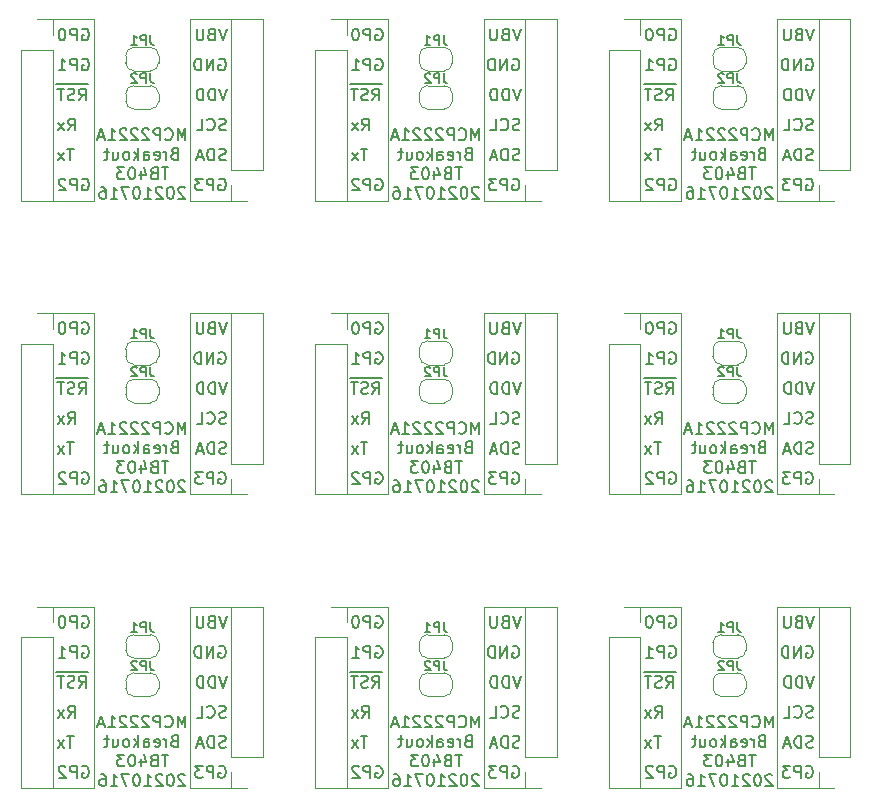
<source format=gbr>
G04 #@! TF.GenerationSoftware,KiCad,Pcbnew,5.1.5+dfsg1-2build2*
G04 #@! TF.CreationDate,2021-09-30T13:46:44+00:00*
G04 #@! TF.ProjectId,mcp2221a-breakout-panel,6d637032-3232-4316-912d-627265616b6f,rev?*
G04 #@! TF.SameCoordinates,Original*
G04 #@! TF.FileFunction,Legend,Bot*
G04 #@! TF.FilePolarity,Positive*
%FSLAX46Y46*%
G04 Gerber Fmt 4.6, Leading zero omitted, Abs format (unit mm)*
G04 Created by KiCad (PCBNEW 5.1.5+dfsg1-2build2) date 2021-09-30 13:46:44*
%MOMM*%
%LPD*%
G04 APERTURE LIST*
%ADD10C,0.150000*%
%ADD11C,0.120000*%
G04 APERTURE END LIST*
D10*
X94641988Y-95410015D02*
X94737226Y-95362395D01*
X94880083Y-95362395D01*
X95022940Y-95410015D01*
X95118178Y-95505253D01*
X95165797Y-95600491D01*
X95213416Y-95790967D01*
X95213416Y-95933824D01*
X95165797Y-96124300D01*
X95118178Y-96219538D01*
X95022940Y-96314776D01*
X94880083Y-96362395D01*
X94784845Y-96362395D01*
X94641988Y-96314776D01*
X94594369Y-96267157D01*
X94594369Y-95933824D01*
X94784845Y-95933824D01*
X94165797Y-96362395D02*
X94165797Y-95362395D01*
X93784845Y-95362395D01*
X93689607Y-95410015D01*
X93641988Y-95457634D01*
X93594369Y-95552872D01*
X93594369Y-95695729D01*
X93641988Y-95790967D01*
X93689607Y-95838586D01*
X93784845Y-95886205D01*
X94165797Y-95886205D01*
X92975321Y-95362395D02*
X92880083Y-95362395D01*
X92784845Y-95410015D01*
X92737226Y-95457634D01*
X92689607Y-95552872D01*
X92641988Y-95743348D01*
X92641988Y-95981443D01*
X92689607Y-96171919D01*
X92737226Y-96267157D01*
X92784845Y-96314776D01*
X92880083Y-96362395D01*
X92975321Y-96362395D01*
X93070559Y-96314776D01*
X93118178Y-96267157D01*
X93165797Y-96171919D01*
X93213416Y-95981443D01*
X93213416Y-95743348D01*
X93165797Y-95552872D01*
X93118178Y-95457634D01*
X93070559Y-95410015D01*
X92975321Y-95362395D01*
X94641988Y-97950015D02*
X94737226Y-97902395D01*
X94880083Y-97902395D01*
X95022940Y-97950015D01*
X95118178Y-98045253D01*
X95165797Y-98140491D01*
X95213416Y-98330967D01*
X95213416Y-98473824D01*
X95165797Y-98664300D01*
X95118178Y-98759538D01*
X95022940Y-98854776D01*
X94880083Y-98902395D01*
X94784845Y-98902395D01*
X94641988Y-98854776D01*
X94594369Y-98807157D01*
X94594369Y-98473824D01*
X94784845Y-98473824D01*
X94165797Y-98902395D02*
X94165797Y-97902395D01*
X93784845Y-97902395D01*
X93689607Y-97950015D01*
X93641988Y-97997634D01*
X93594369Y-98092872D01*
X93594369Y-98235729D01*
X93641988Y-98330967D01*
X93689607Y-98378586D01*
X93784845Y-98426205D01*
X94165797Y-98426205D01*
X92641988Y-98902395D02*
X93213416Y-98902395D01*
X92927702Y-98902395D02*
X92927702Y-97902395D01*
X93022940Y-98045253D01*
X93118178Y-98140491D01*
X93213416Y-98188110D01*
X95165797Y-100075015D02*
X94165797Y-100075015D01*
X94356273Y-101442395D02*
X94689607Y-100966205D01*
X94927702Y-101442395D02*
X94927702Y-100442395D01*
X94546750Y-100442395D01*
X94451512Y-100490015D01*
X94403892Y-100537634D01*
X94356273Y-100632872D01*
X94356273Y-100775729D01*
X94403892Y-100870967D01*
X94451512Y-100918586D01*
X94546750Y-100966205D01*
X94927702Y-100966205D01*
X94165797Y-100075015D02*
X93213416Y-100075015D01*
X93975321Y-101394776D02*
X93832464Y-101442395D01*
X93594369Y-101442395D01*
X93499131Y-101394776D01*
X93451512Y-101347157D01*
X93403892Y-101251919D01*
X93403892Y-101156681D01*
X93451512Y-101061443D01*
X93499131Y-101013824D01*
X93594369Y-100966205D01*
X93784845Y-100918586D01*
X93880083Y-100870967D01*
X93927702Y-100823348D01*
X93975321Y-100728110D01*
X93975321Y-100632872D01*
X93927702Y-100537634D01*
X93880083Y-100490015D01*
X93784845Y-100442395D01*
X93546750Y-100442395D01*
X93403892Y-100490015D01*
X93213416Y-100075015D02*
X92451512Y-100075015D01*
X93118178Y-100442395D02*
X92546750Y-100442395D01*
X92832464Y-101442395D02*
X92832464Y-100442395D01*
X93451512Y-103982395D02*
X93784845Y-103506205D01*
X94022940Y-103982395D02*
X94022940Y-102982395D01*
X93641988Y-102982395D01*
X93546750Y-103030015D01*
X93499131Y-103077634D01*
X93451512Y-103172872D01*
X93451512Y-103315729D01*
X93499131Y-103410967D01*
X93546750Y-103458586D01*
X93641988Y-103506205D01*
X94022940Y-103506205D01*
X93118178Y-103982395D02*
X92594369Y-103315729D01*
X93118178Y-103315729D02*
X92594369Y-103982395D01*
X93927702Y-105522395D02*
X93356273Y-105522395D01*
X93641988Y-106522395D02*
X93641988Y-105522395D01*
X93118178Y-106522395D02*
X92594369Y-105855729D01*
X93118178Y-105855729D02*
X92594369Y-106522395D01*
X94641988Y-108110015D02*
X94737226Y-108062395D01*
X94880083Y-108062395D01*
X95022940Y-108110015D01*
X95118178Y-108205253D01*
X95165797Y-108300491D01*
X95213416Y-108490967D01*
X95213416Y-108633824D01*
X95165797Y-108824300D01*
X95118178Y-108919538D01*
X95022940Y-109014776D01*
X94880083Y-109062395D01*
X94784845Y-109062395D01*
X94641988Y-109014776D01*
X94594369Y-108967157D01*
X94594369Y-108633824D01*
X94784845Y-108633824D01*
X94165797Y-109062395D02*
X94165797Y-108062395D01*
X93784845Y-108062395D01*
X93689607Y-108110015D01*
X93641988Y-108157634D01*
X93594369Y-108252872D01*
X93594369Y-108395729D01*
X93641988Y-108490967D01*
X93689607Y-108538586D01*
X93784845Y-108586205D01*
X94165797Y-108586205D01*
X93213416Y-108157634D02*
X93165797Y-108110015D01*
X93070559Y-108062395D01*
X92832464Y-108062395D01*
X92737226Y-108110015D01*
X92689607Y-108157634D01*
X92641988Y-108252872D01*
X92641988Y-108348110D01*
X92689607Y-108490967D01*
X93261035Y-109062395D01*
X92641988Y-109062395D01*
X106893273Y-100442395D02*
X106559940Y-101442395D01*
X106226607Y-100442395D01*
X105893273Y-101442395D02*
X105893273Y-100442395D01*
X105655178Y-100442395D01*
X105512321Y-100490015D01*
X105417083Y-100585253D01*
X105369464Y-100680491D01*
X105321845Y-100870967D01*
X105321845Y-101013824D01*
X105369464Y-101204300D01*
X105417083Y-101299538D01*
X105512321Y-101394776D01*
X105655178Y-101442395D01*
X105893273Y-101442395D01*
X104893273Y-101442395D02*
X104893273Y-100442395D01*
X104655178Y-100442395D01*
X104512321Y-100490015D01*
X104417083Y-100585253D01*
X104369464Y-100680491D01*
X104321845Y-100870967D01*
X104321845Y-101013824D01*
X104369464Y-101204300D01*
X104417083Y-101299538D01*
X104512321Y-101394776D01*
X104655178Y-101442395D01*
X104893273Y-101442395D01*
X106798035Y-103934776D02*
X106655178Y-103982395D01*
X106417083Y-103982395D01*
X106321845Y-103934776D01*
X106274226Y-103887157D01*
X106226607Y-103791919D01*
X106226607Y-103696681D01*
X106274226Y-103601443D01*
X106321845Y-103553824D01*
X106417083Y-103506205D01*
X106607559Y-103458586D01*
X106702797Y-103410967D01*
X106750416Y-103363348D01*
X106798035Y-103268110D01*
X106798035Y-103172872D01*
X106750416Y-103077634D01*
X106702797Y-103030015D01*
X106607559Y-102982395D01*
X106369464Y-102982395D01*
X106226607Y-103030015D01*
X105226607Y-103887157D02*
X105274226Y-103934776D01*
X105417083Y-103982395D01*
X105512321Y-103982395D01*
X105655178Y-103934776D01*
X105750416Y-103839538D01*
X105798035Y-103744300D01*
X105845654Y-103553824D01*
X105845654Y-103410967D01*
X105798035Y-103220491D01*
X105750416Y-103125253D01*
X105655178Y-103030015D01*
X105512321Y-102982395D01*
X105417083Y-102982395D01*
X105274226Y-103030015D01*
X105226607Y-103077634D01*
X104321845Y-103982395D02*
X104798035Y-103982395D01*
X104798035Y-102982395D01*
X106798035Y-106474776D02*
X106655178Y-106522395D01*
X106417083Y-106522395D01*
X106321845Y-106474776D01*
X106274226Y-106427157D01*
X106226607Y-106331919D01*
X106226607Y-106236681D01*
X106274226Y-106141443D01*
X106321845Y-106093824D01*
X106417083Y-106046205D01*
X106607559Y-105998586D01*
X106702797Y-105950967D01*
X106750416Y-105903348D01*
X106798035Y-105808110D01*
X106798035Y-105712872D01*
X106750416Y-105617634D01*
X106702797Y-105570015D01*
X106607559Y-105522395D01*
X106369464Y-105522395D01*
X106226607Y-105570015D01*
X105798035Y-106522395D02*
X105798035Y-105522395D01*
X105559940Y-105522395D01*
X105417083Y-105570015D01*
X105321845Y-105665253D01*
X105274226Y-105760491D01*
X105226607Y-105950967D01*
X105226607Y-106093824D01*
X105274226Y-106284300D01*
X105321845Y-106379538D01*
X105417083Y-106474776D01*
X105559940Y-106522395D01*
X105798035Y-106522395D01*
X104845654Y-106236681D02*
X104369464Y-106236681D01*
X104940892Y-106522395D02*
X104607559Y-105522395D01*
X104274226Y-106522395D01*
X106226607Y-108110015D02*
X106321845Y-108062395D01*
X106464702Y-108062395D01*
X106607559Y-108110015D01*
X106702797Y-108205253D01*
X106750416Y-108300491D01*
X106798035Y-108490967D01*
X106798035Y-108633824D01*
X106750416Y-108824300D01*
X106702797Y-108919538D01*
X106607559Y-109014776D01*
X106464702Y-109062395D01*
X106369464Y-109062395D01*
X106226607Y-109014776D01*
X106178988Y-108967157D01*
X106178988Y-108633824D01*
X106369464Y-108633824D01*
X105750416Y-109062395D02*
X105750416Y-108062395D01*
X105369464Y-108062395D01*
X105274226Y-108110015D01*
X105226607Y-108157634D01*
X105178988Y-108252872D01*
X105178988Y-108395729D01*
X105226607Y-108490967D01*
X105274226Y-108538586D01*
X105369464Y-108586205D01*
X105750416Y-108586205D01*
X104845654Y-108062395D02*
X104226607Y-108062395D01*
X104559940Y-108443348D01*
X104417083Y-108443348D01*
X104321845Y-108490967D01*
X104274226Y-108538586D01*
X104226607Y-108633824D01*
X104226607Y-108871919D01*
X104274226Y-108967157D01*
X104321845Y-109014776D01*
X104417083Y-109062395D01*
X104702797Y-109062395D01*
X104798035Y-109014776D01*
X104845654Y-108967157D01*
X106226607Y-97950015D02*
X106321845Y-97902395D01*
X106464702Y-97902395D01*
X106607559Y-97950015D01*
X106702797Y-98045253D01*
X106750416Y-98140491D01*
X106798035Y-98330967D01*
X106798035Y-98473824D01*
X106750416Y-98664300D01*
X106702797Y-98759538D01*
X106607559Y-98854776D01*
X106464702Y-98902395D01*
X106369464Y-98902395D01*
X106226607Y-98854776D01*
X106178988Y-98807157D01*
X106178988Y-98473824D01*
X106369464Y-98473824D01*
X105750416Y-98902395D02*
X105750416Y-97902395D01*
X105178988Y-98902395D01*
X105178988Y-97902395D01*
X104702797Y-98902395D02*
X104702797Y-97902395D01*
X104464702Y-97902395D01*
X104321845Y-97950015D01*
X104226607Y-98045253D01*
X104178988Y-98140491D01*
X104131369Y-98330967D01*
X104131369Y-98473824D01*
X104178988Y-98664300D01*
X104226607Y-98759538D01*
X104321845Y-98854776D01*
X104464702Y-98902395D01*
X104702797Y-98902395D01*
X103386678Y-104809395D02*
X103386678Y-103809395D01*
X103053345Y-104523681D01*
X102720012Y-103809395D01*
X102720012Y-104809395D01*
X101672392Y-104714157D02*
X101720012Y-104761776D01*
X101862869Y-104809395D01*
X101958107Y-104809395D01*
X102100964Y-104761776D01*
X102196202Y-104666538D01*
X102243821Y-104571300D01*
X102291440Y-104380824D01*
X102291440Y-104237967D01*
X102243821Y-104047491D01*
X102196202Y-103952253D01*
X102100964Y-103857015D01*
X101958107Y-103809395D01*
X101862869Y-103809395D01*
X101720012Y-103857015D01*
X101672392Y-103904634D01*
X101243821Y-104809395D02*
X101243821Y-103809395D01*
X100862869Y-103809395D01*
X100767631Y-103857015D01*
X100720012Y-103904634D01*
X100672392Y-103999872D01*
X100672392Y-104142729D01*
X100720012Y-104237967D01*
X100767631Y-104285586D01*
X100862869Y-104333205D01*
X101243821Y-104333205D01*
X100291440Y-103904634D02*
X100243821Y-103857015D01*
X100148583Y-103809395D01*
X99910488Y-103809395D01*
X99815250Y-103857015D01*
X99767631Y-103904634D01*
X99720012Y-103999872D01*
X99720012Y-104095110D01*
X99767631Y-104237967D01*
X100339059Y-104809395D01*
X99720012Y-104809395D01*
X99339059Y-103904634D02*
X99291440Y-103857015D01*
X99196202Y-103809395D01*
X98958107Y-103809395D01*
X98862869Y-103857015D01*
X98815250Y-103904634D01*
X98767631Y-103999872D01*
X98767631Y-104095110D01*
X98815250Y-104237967D01*
X99386678Y-104809395D01*
X98767631Y-104809395D01*
X98386678Y-103904634D02*
X98339059Y-103857015D01*
X98243821Y-103809395D01*
X98005726Y-103809395D01*
X97910488Y-103857015D01*
X97862869Y-103904634D01*
X97815250Y-103999872D01*
X97815250Y-104095110D01*
X97862869Y-104237967D01*
X98434297Y-104809395D01*
X97815250Y-104809395D01*
X96862869Y-104809395D02*
X97434297Y-104809395D01*
X97148583Y-104809395D02*
X97148583Y-103809395D01*
X97243821Y-103952253D01*
X97339059Y-104047491D01*
X97434297Y-104095110D01*
X96481916Y-104523681D02*
X96005726Y-104523681D01*
X96577154Y-104809395D02*
X96243821Y-103809395D01*
X95910488Y-104809395D01*
X102434297Y-105935586D02*
X102291440Y-105983205D01*
X102243821Y-106030824D01*
X102196202Y-106126062D01*
X102196202Y-106268919D01*
X102243821Y-106364157D01*
X102291440Y-106411776D01*
X102386678Y-106459395D01*
X102767631Y-106459395D01*
X102767631Y-105459395D01*
X102434297Y-105459395D01*
X102339059Y-105507015D01*
X102291440Y-105554634D01*
X102243821Y-105649872D01*
X102243821Y-105745110D01*
X102291440Y-105840348D01*
X102339059Y-105887967D01*
X102434297Y-105935586D01*
X102767631Y-105935586D01*
X101767631Y-106459395D02*
X101767631Y-105792729D01*
X101767631Y-105983205D02*
X101720012Y-105887967D01*
X101672392Y-105840348D01*
X101577154Y-105792729D01*
X101481916Y-105792729D01*
X100767631Y-106411776D02*
X100862869Y-106459395D01*
X101053345Y-106459395D01*
X101148583Y-106411776D01*
X101196202Y-106316538D01*
X101196202Y-105935586D01*
X101148583Y-105840348D01*
X101053345Y-105792729D01*
X100862869Y-105792729D01*
X100767631Y-105840348D01*
X100720012Y-105935586D01*
X100720012Y-106030824D01*
X101196202Y-106126062D01*
X99862869Y-106459395D02*
X99862869Y-105935586D01*
X99910488Y-105840348D01*
X100005726Y-105792729D01*
X100196202Y-105792729D01*
X100291440Y-105840348D01*
X99862869Y-106411776D02*
X99958107Y-106459395D01*
X100196202Y-106459395D01*
X100291440Y-106411776D01*
X100339059Y-106316538D01*
X100339059Y-106221300D01*
X100291440Y-106126062D01*
X100196202Y-106078443D01*
X99958107Y-106078443D01*
X99862869Y-106030824D01*
X99386678Y-106459395D02*
X99386678Y-105459395D01*
X99291440Y-106078443D02*
X99005726Y-106459395D01*
X99005726Y-105792729D02*
X99386678Y-106173681D01*
X98434297Y-106459395D02*
X98529535Y-106411776D01*
X98577154Y-106364157D01*
X98624773Y-106268919D01*
X98624773Y-105983205D01*
X98577154Y-105887967D01*
X98529535Y-105840348D01*
X98434297Y-105792729D01*
X98291440Y-105792729D01*
X98196202Y-105840348D01*
X98148583Y-105887967D01*
X98100964Y-105983205D01*
X98100964Y-106268919D01*
X98148583Y-106364157D01*
X98196202Y-106411776D01*
X98291440Y-106459395D01*
X98434297Y-106459395D01*
X97243821Y-105792729D02*
X97243821Y-106459395D01*
X97672392Y-105792729D02*
X97672392Y-106316538D01*
X97624773Y-106411776D01*
X97529535Y-106459395D01*
X97386678Y-106459395D01*
X97291440Y-106411776D01*
X97243821Y-106364157D01*
X96910488Y-105792729D02*
X96529535Y-105792729D01*
X96767631Y-105459395D02*
X96767631Y-106316538D01*
X96720012Y-106411776D01*
X96624773Y-106459395D01*
X96529535Y-106459395D01*
X101934297Y-107109395D02*
X101362869Y-107109395D01*
X101648583Y-108109395D02*
X101648583Y-107109395D01*
X100696202Y-107585586D02*
X100553345Y-107633205D01*
X100505726Y-107680824D01*
X100458107Y-107776062D01*
X100458107Y-107918919D01*
X100505726Y-108014157D01*
X100553345Y-108061776D01*
X100648583Y-108109395D01*
X101029535Y-108109395D01*
X101029535Y-107109395D01*
X100696202Y-107109395D01*
X100600964Y-107157015D01*
X100553345Y-107204634D01*
X100505726Y-107299872D01*
X100505726Y-107395110D01*
X100553345Y-107490348D01*
X100600964Y-107537967D01*
X100696202Y-107585586D01*
X101029535Y-107585586D01*
X99600964Y-107442729D02*
X99600964Y-108109395D01*
X99839059Y-107061776D02*
X100077154Y-107776062D01*
X99458107Y-107776062D01*
X98886678Y-107109395D02*
X98791440Y-107109395D01*
X98696202Y-107157015D01*
X98648583Y-107204634D01*
X98600964Y-107299872D01*
X98553345Y-107490348D01*
X98553345Y-107728443D01*
X98600964Y-107918919D01*
X98648583Y-108014157D01*
X98696202Y-108061776D01*
X98791440Y-108109395D01*
X98886678Y-108109395D01*
X98981916Y-108061776D01*
X99029535Y-108014157D01*
X99077154Y-107918919D01*
X99124773Y-107728443D01*
X99124773Y-107490348D01*
X99077154Y-107299872D01*
X99029535Y-107204634D01*
X98981916Y-107157015D01*
X98886678Y-107109395D01*
X98220012Y-107109395D02*
X97600964Y-107109395D01*
X97934297Y-107490348D01*
X97791440Y-107490348D01*
X97696202Y-107537967D01*
X97648583Y-107585586D01*
X97600964Y-107680824D01*
X97600964Y-107918919D01*
X97648583Y-108014157D01*
X97696202Y-108061776D01*
X97791440Y-108109395D01*
X98077154Y-108109395D01*
X98172392Y-108061776D01*
X98220012Y-108014157D01*
X103339059Y-108854634D02*
X103291440Y-108807015D01*
X103196202Y-108759395D01*
X102958107Y-108759395D01*
X102862869Y-108807015D01*
X102815250Y-108854634D01*
X102767631Y-108949872D01*
X102767631Y-109045110D01*
X102815250Y-109187967D01*
X103386678Y-109759395D01*
X102767631Y-109759395D01*
X102148583Y-108759395D02*
X102053345Y-108759395D01*
X101958107Y-108807015D01*
X101910488Y-108854634D01*
X101862869Y-108949872D01*
X101815250Y-109140348D01*
X101815250Y-109378443D01*
X101862869Y-109568919D01*
X101910488Y-109664157D01*
X101958107Y-109711776D01*
X102053345Y-109759395D01*
X102148583Y-109759395D01*
X102243821Y-109711776D01*
X102291440Y-109664157D01*
X102339059Y-109568919D01*
X102386678Y-109378443D01*
X102386678Y-109140348D01*
X102339059Y-108949872D01*
X102291440Y-108854634D01*
X102243821Y-108807015D01*
X102148583Y-108759395D01*
X101434297Y-108854634D02*
X101386678Y-108807015D01*
X101291440Y-108759395D01*
X101053345Y-108759395D01*
X100958107Y-108807015D01*
X100910488Y-108854634D01*
X100862869Y-108949872D01*
X100862869Y-109045110D01*
X100910488Y-109187967D01*
X101481916Y-109759395D01*
X100862869Y-109759395D01*
X99910488Y-109759395D02*
X100481916Y-109759395D01*
X100196202Y-109759395D02*
X100196202Y-108759395D01*
X100291440Y-108902253D01*
X100386678Y-108997491D01*
X100481916Y-109045110D01*
X99291440Y-108759395D02*
X99196202Y-108759395D01*
X99100964Y-108807015D01*
X99053345Y-108854634D01*
X99005726Y-108949872D01*
X98958107Y-109140348D01*
X98958107Y-109378443D01*
X99005726Y-109568919D01*
X99053345Y-109664157D01*
X99100964Y-109711776D01*
X99196202Y-109759395D01*
X99291440Y-109759395D01*
X99386678Y-109711776D01*
X99434297Y-109664157D01*
X99481916Y-109568919D01*
X99529535Y-109378443D01*
X99529535Y-109140348D01*
X99481916Y-108949872D01*
X99434297Y-108854634D01*
X99386678Y-108807015D01*
X99291440Y-108759395D01*
X98624773Y-108759395D02*
X97958107Y-108759395D01*
X98386678Y-109759395D01*
X97053345Y-109759395D02*
X97624773Y-109759395D01*
X97339059Y-109759395D02*
X97339059Y-108759395D01*
X97434297Y-108902253D01*
X97529535Y-108997491D01*
X97624773Y-109045110D01*
X96196202Y-108759395D02*
X96386678Y-108759395D01*
X96481916Y-108807015D01*
X96529535Y-108854634D01*
X96624773Y-108997491D01*
X96672392Y-109187967D01*
X96672392Y-109568919D01*
X96624773Y-109664157D01*
X96577154Y-109711776D01*
X96481916Y-109759395D01*
X96291440Y-109759395D01*
X96196202Y-109711776D01*
X96148583Y-109664157D01*
X96100964Y-109568919D01*
X96100964Y-109330824D01*
X96148583Y-109235586D01*
X96196202Y-109187967D01*
X96291440Y-109140348D01*
X96481916Y-109140348D01*
X96577154Y-109187967D01*
X96624773Y-109235586D01*
X96672392Y-109330824D01*
X106893273Y-95362395D02*
X106559940Y-96362395D01*
X106226607Y-95362395D01*
X105559940Y-95838586D02*
X105417083Y-95886205D01*
X105369464Y-95933824D01*
X105321845Y-96029062D01*
X105321845Y-96171919D01*
X105369464Y-96267157D01*
X105417083Y-96314776D01*
X105512321Y-96362395D01*
X105893273Y-96362395D01*
X105893273Y-95362395D01*
X105559940Y-95362395D01*
X105464702Y-95410015D01*
X105417083Y-95457634D01*
X105369464Y-95552872D01*
X105369464Y-95648110D01*
X105417083Y-95743348D01*
X105464702Y-95790967D01*
X105559940Y-95838586D01*
X105893273Y-95838586D01*
X104893273Y-95362395D02*
X104893273Y-96171919D01*
X104845654Y-96267157D01*
X104798035Y-96314776D01*
X104702797Y-96362395D01*
X104512321Y-96362395D01*
X104417083Y-96314776D01*
X104369464Y-96267157D01*
X104321845Y-96171919D01*
X104321845Y-95362395D01*
D11*
X107280012Y-94580015D02*
X103784012Y-94580015D01*
X103784012Y-94580015D02*
X103784012Y-109940015D01*
X103784012Y-109940015D02*
X107280012Y-109940015D01*
X92160012Y-109940015D02*
X95656012Y-109940015D01*
X92160012Y-94580015D02*
X95656012Y-94580015D01*
X95656012Y-94580015D02*
X95656012Y-109940015D01*
D10*
X69781981Y-95410015D02*
X69877219Y-95362395D01*
X70020076Y-95362395D01*
X70162933Y-95410015D01*
X70258171Y-95505253D01*
X70305790Y-95600491D01*
X70353409Y-95790967D01*
X70353409Y-95933824D01*
X70305790Y-96124300D01*
X70258171Y-96219538D01*
X70162933Y-96314776D01*
X70020076Y-96362395D01*
X69924838Y-96362395D01*
X69781981Y-96314776D01*
X69734362Y-96267157D01*
X69734362Y-95933824D01*
X69924838Y-95933824D01*
X69305790Y-96362395D02*
X69305790Y-95362395D01*
X68924838Y-95362395D01*
X68829600Y-95410015D01*
X68781981Y-95457634D01*
X68734362Y-95552872D01*
X68734362Y-95695729D01*
X68781981Y-95790967D01*
X68829600Y-95838586D01*
X68924838Y-95886205D01*
X69305790Y-95886205D01*
X68115314Y-95362395D02*
X68020076Y-95362395D01*
X67924838Y-95410015D01*
X67877219Y-95457634D01*
X67829600Y-95552872D01*
X67781981Y-95743348D01*
X67781981Y-95981443D01*
X67829600Y-96171919D01*
X67877219Y-96267157D01*
X67924838Y-96314776D01*
X68020076Y-96362395D01*
X68115314Y-96362395D01*
X68210552Y-96314776D01*
X68258171Y-96267157D01*
X68305790Y-96171919D01*
X68353409Y-95981443D01*
X68353409Y-95743348D01*
X68305790Y-95552872D01*
X68258171Y-95457634D01*
X68210552Y-95410015D01*
X68115314Y-95362395D01*
X69781981Y-97950015D02*
X69877219Y-97902395D01*
X70020076Y-97902395D01*
X70162933Y-97950015D01*
X70258171Y-98045253D01*
X70305790Y-98140491D01*
X70353409Y-98330967D01*
X70353409Y-98473824D01*
X70305790Y-98664300D01*
X70258171Y-98759538D01*
X70162933Y-98854776D01*
X70020076Y-98902395D01*
X69924838Y-98902395D01*
X69781981Y-98854776D01*
X69734362Y-98807157D01*
X69734362Y-98473824D01*
X69924838Y-98473824D01*
X69305790Y-98902395D02*
X69305790Y-97902395D01*
X68924838Y-97902395D01*
X68829600Y-97950015D01*
X68781981Y-97997634D01*
X68734362Y-98092872D01*
X68734362Y-98235729D01*
X68781981Y-98330967D01*
X68829600Y-98378586D01*
X68924838Y-98426205D01*
X69305790Y-98426205D01*
X67781981Y-98902395D02*
X68353409Y-98902395D01*
X68067695Y-98902395D02*
X68067695Y-97902395D01*
X68162933Y-98045253D01*
X68258171Y-98140491D01*
X68353409Y-98188110D01*
X70305790Y-100075015D02*
X69305790Y-100075015D01*
X69496266Y-101442395D02*
X69829600Y-100966205D01*
X70067695Y-101442395D02*
X70067695Y-100442395D01*
X69686743Y-100442395D01*
X69591505Y-100490015D01*
X69543885Y-100537634D01*
X69496266Y-100632872D01*
X69496266Y-100775729D01*
X69543885Y-100870967D01*
X69591505Y-100918586D01*
X69686743Y-100966205D01*
X70067695Y-100966205D01*
X69305790Y-100075015D02*
X68353409Y-100075015D01*
X69115314Y-101394776D02*
X68972457Y-101442395D01*
X68734362Y-101442395D01*
X68639124Y-101394776D01*
X68591505Y-101347157D01*
X68543885Y-101251919D01*
X68543885Y-101156681D01*
X68591505Y-101061443D01*
X68639124Y-101013824D01*
X68734362Y-100966205D01*
X68924838Y-100918586D01*
X69020076Y-100870967D01*
X69067695Y-100823348D01*
X69115314Y-100728110D01*
X69115314Y-100632872D01*
X69067695Y-100537634D01*
X69020076Y-100490015D01*
X68924838Y-100442395D01*
X68686743Y-100442395D01*
X68543885Y-100490015D01*
X68353409Y-100075015D02*
X67591505Y-100075015D01*
X68258171Y-100442395D02*
X67686743Y-100442395D01*
X67972457Y-101442395D02*
X67972457Y-100442395D01*
X68591505Y-103982395D02*
X68924838Y-103506205D01*
X69162933Y-103982395D02*
X69162933Y-102982395D01*
X68781981Y-102982395D01*
X68686743Y-103030015D01*
X68639124Y-103077634D01*
X68591505Y-103172872D01*
X68591505Y-103315729D01*
X68639124Y-103410967D01*
X68686743Y-103458586D01*
X68781981Y-103506205D01*
X69162933Y-103506205D01*
X68258171Y-103982395D02*
X67734362Y-103315729D01*
X68258171Y-103315729D02*
X67734362Y-103982395D01*
X69067695Y-105522395D02*
X68496266Y-105522395D01*
X68781981Y-106522395D02*
X68781981Y-105522395D01*
X68258171Y-106522395D02*
X67734362Y-105855729D01*
X68258171Y-105855729D02*
X67734362Y-106522395D01*
X69781981Y-108110015D02*
X69877219Y-108062395D01*
X70020076Y-108062395D01*
X70162933Y-108110015D01*
X70258171Y-108205253D01*
X70305790Y-108300491D01*
X70353409Y-108490967D01*
X70353409Y-108633824D01*
X70305790Y-108824300D01*
X70258171Y-108919538D01*
X70162933Y-109014776D01*
X70020076Y-109062395D01*
X69924838Y-109062395D01*
X69781981Y-109014776D01*
X69734362Y-108967157D01*
X69734362Y-108633824D01*
X69924838Y-108633824D01*
X69305790Y-109062395D02*
X69305790Y-108062395D01*
X68924838Y-108062395D01*
X68829600Y-108110015D01*
X68781981Y-108157634D01*
X68734362Y-108252872D01*
X68734362Y-108395729D01*
X68781981Y-108490967D01*
X68829600Y-108538586D01*
X68924838Y-108586205D01*
X69305790Y-108586205D01*
X68353409Y-108157634D02*
X68305790Y-108110015D01*
X68210552Y-108062395D01*
X67972457Y-108062395D01*
X67877219Y-108110015D01*
X67829600Y-108157634D01*
X67781981Y-108252872D01*
X67781981Y-108348110D01*
X67829600Y-108490967D01*
X68401028Y-109062395D01*
X67781981Y-109062395D01*
X82033266Y-100442395D02*
X81699933Y-101442395D01*
X81366600Y-100442395D01*
X81033266Y-101442395D02*
X81033266Y-100442395D01*
X80795171Y-100442395D01*
X80652314Y-100490015D01*
X80557076Y-100585253D01*
X80509457Y-100680491D01*
X80461838Y-100870967D01*
X80461838Y-101013824D01*
X80509457Y-101204300D01*
X80557076Y-101299538D01*
X80652314Y-101394776D01*
X80795171Y-101442395D01*
X81033266Y-101442395D01*
X80033266Y-101442395D02*
X80033266Y-100442395D01*
X79795171Y-100442395D01*
X79652314Y-100490015D01*
X79557076Y-100585253D01*
X79509457Y-100680491D01*
X79461838Y-100870967D01*
X79461838Y-101013824D01*
X79509457Y-101204300D01*
X79557076Y-101299538D01*
X79652314Y-101394776D01*
X79795171Y-101442395D01*
X80033266Y-101442395D01*
X81938028Y-103934776D02*
X81795171Y-103982395D01*
X81557076Y-103982395D01*
X81461838Y-103934776D01*
X81414219Y-103887157D01*
X81366600Y-103791919D01*
X81366600Y-103696681D01*
X81414219Y-103601443D01*
X81461838Y-103553824D01*
X81557076Y-103506205D01*
X81747552Y-103458586D01*
X81842790Y-103410967D01*
X81890409Y-103363348D01*
X81938028Y-103268110D01*
X81938028Y-103172872D01*
X81890409Y-103077634D01*
X81842790Y-103030015D01*
X81747552Y-102982395D01*
X81509457Y-102982395D01*
X81366600Y-103030015D01*
X80366600Y-103887157D02*
X80414219Y-103934776D01*
X80557076Y-103982395D01*
X80652314Y-103982395D01*
X80795171Y-103934776D01*
X80890409Y-103839538D01*
X80938028Y-103744300D01*
X80985647Y-103553824D01*
X80985647Y-103410967D01*
X80938028Y-103220491D01*
X80890409Y-103125253D01*
X80795171Y-103030015D01*
X80652314Y-102982395D01*
X80557076Y-102982395D01*
X80414219Y-103030015D01*
X80366600Y-103077634D01*
X79461838Y-103982395D02*
X79938028Y-103982395D01*
X79938028Y-102982395D01*
X81938028Y-106474776D02*
X81795171Y-106522395D01*
X81557076Y-106522395D01*
X81461838Y-106474776D01*
X81414219Y-106427157D01*
X81366600Y-106331919D01*
X81366600Y-106236681D01*
X81414219Y-106141443D01*
X81461838Y-106093824D01*
X81557076Y-106046205D01*
X81747552Y-105998586D01*
X81842790Y-105950967D01*
X81890409Y-105903348D01*
X81938028Y-105808110D01*
X81938028Y-105712872D01*
X81890409Y-105617634D01*
X81842790Y-105570015D01*
X81747552Y-105522395D01*
X81509457Y-105522395D01*
X81366600Y-105570015D01*
X80938028Y-106522395D02*
X80938028Y-105522395D01*
X80699933Y-105522395D01*
X80557076Y-105570015D01*
X80461838Y-105665253D01*
X80414219Y-105760491D01*
X80366600Y-105950967D01*
X80366600Y-106093824D01*
X80414219Y-106284300D01*
X80461838Y-106379538D01*
X80557076Y-106474776D01*
X80699933Y-106522395D01*
X80938028Y-106522395D01*
X79985647Y-106236681D02*
X79509457Y-106236681D01*
X80080885Y-106522395D02*
X79747552Y-105522395D01*
X79414219Y-106522395D01*
X81366600Y-108110015D02*
X81461838Y-108062395D01*
X81604695Y-108062395D01*
X81747552Y-108110015D01*
X81842790Y-108205253D01*
X81890409Y-108300491D01*
X81938028Y-108490967D01*
X81938028Y-108633824D01*
X81890409Y-108824300D01*
X81842790Y-108919538D01*
X81747552Y-109014776D01*
X81604695Y-109062395D01*
X81509457Y-109062395D01*
X81366600Y-109014776D01*
X81318981Y-108967157D01*
X81318981Y-108633824D01*
X81509457Y-108633824D01*
X80890409Y-109062395D02*
X80890409Y-108062395D01*
X80509457Y-108062395D01*
X80414219Y-108110015D01*
X80366600Y-108157634D01*
X80318981Y-108252872D01*
X80318981Y-108395729D01*
X80366600Y-108490967D01*
X80414219Y-108538586D01*
X80509457Y-108586205D01*
X80890409Y-108586205D01*
X79985647Y-108062395D02*
X79366600Y-108062395D01*
X79699933Y-108443348D01*
X79557076Y-108443348D01*
X79461838Y-108490967D01*
X79414219Y-108538586D01*
X79366600Y-108633824D01*
X79366600Y-108871919D01*
X79414219Y-108967157D01*
X79461838Y-109014776D01*
X79557076Y-109062395D01*
X79842790Y-109062395D01*
X79938028Y-109014776D01*
X79985647Y-108967157D01*
X81366600Y-97950015D02*
X81461838Y-97902395D01*
X81604695Y-97902395D01*
X81747552Y-97950015D01*
X81842790Y-98045253D01*
X81890409Y-98140491D01*
X81938028Y-98330967D01*
X81938028Y-98473824D01*
X81890409Y-98664300D01*
X81842790Y-98759538D01*
X81747552Y-98854776D01*
X81604695Y-98902395D01*
X81509457Y-98902395D01*
X81366600Y-98854776D01*
X81318981Y-98807157D01*
X81318981Y-98473824D01*
X81509457Y-98473824D01*
X80890409Y-98902395D02*
X80890409Y-97902395D01*
X80318981Y-98902395D01*
X80318981Y-97902395D01*
X79842790Y-98902395D02*
X79842790Y-97902395D01*
X79604695Y-97902395D01*
X79461838Y-97950015D01*
X79366600Y-98045253D01*
X79318981Y-98140491D01*
X79271362Y-98330967D01*
X79271362Y-98473824D01*
X79318981Y-98664300D01*
X79366600Y-98759538D01*
X79461838Y-98854776D01*
X79604695Y-98902395D01*
X79842790Y-98902395D01*
X78526671Y-104809395D02*
X78526671Y-103809395D01*
X78193338Y-104523681D01*
X77860005Y-103809395D01*
X77860005Y-104809395D01*
X76812385Y-104714157D02*
X76860005Y-104761776D01*
X77002862Y-104809395D01*
X77098100Y-104809395D01*
X77240957Y-104761776D01*
X77336195Y-104666538D01*
X77383814Y-104571300D01*
X77431433Y-104380824D01*
X77431433Y-104237967D01*
X77383814Y-104047491D01*
X77336195Y-103952253D01*
X77240957Y-103857015D01*
X77098100Y-103809395D01*
X77002862Y-103809395D01*
X76860005Y-103857015D01*
X76812385Y-103904634D01*
X76383814Y-104809395D02*
X76383814Y-103809395D01*
X76002862Y-103809395D01*
X75907624Y-103857015D01*
X75860005Y-103904634D01*
X75812385Y-103999872D01*
X75812385Y-104142729D01*
X75860005Y-104237967D01*
X75907624Y-104285586D01*
X76002862Y-104333205D01*
X76383814Y-104333205D01*
X75431433Y-103904634D02*
X75383814Y-103857015D01*
X75288576Y-103809395D01*
X75050481Y-103809395D01*
X74955243Y-103857015D01*
X74907624Y-103904634D01*
X74860005Y-103999872D01*
X74860005Y-104095110D01*
X74907624Y-104237967D01*
X75479052Y-104809395D01*
X74860005Y-104809395D01*
X74479052Y-103904634D02*
X74431433Y-103857015D01*
X74336195Y-103809395D01*
X74098100Y-103809395D01*
X74002862Y-103857015D01*
X73955243Y-103904634D01*
X73907624Y-103999872D01*
X73907624Y-104095110D01*
X73955243Y-104237967D01*
X74526671Y-104809395D01*
X73907624Y-104809395D01*
X73526671Y-103904634D02*
X73479052Y-103857015D01*
X73383814Y-103809395D01*
X73145719Y-103809395D01*
X73050481Y-103857015D01*
X73002862Y-103904634D01*
X72955243Y-103999872D01*
X72955243Y-104095110D01*
X73002862Y-104237967D01*
X73574290Y-104809395D01*
X72955243Y-104809395D01*
X72002862Y-104809395D02*
X72574290Y-104809395D01*
X72288576Y-104809395D02*
X72288576Y-103809395D01*
X72383814Y-103952253D01*
X72479052Y-104047491D01*
X72574290Y-104095110D01*
X71621909Y-104523681D02*
X71145719Y-104523681D01*
X71717147Y-104809395D02*
X71383814Y-103809395D01*
X71050481Y-104809395D01*
X77574290Y-105935586D02*
X77431433Y-105983205D01*
X77383814Y-106030824D01*
X77336195Y-106126062D01*
X77336195Y-106268919D01*
X77383814Y-106364157D01*
X77431433Y-106411776D01*
X77526671Y-106459395D01*
X77907624Y-106459395D01*
X77907624Y-105459395D01*
X77574290Y-105459395D01*
X77479052Y-105507015D01*
X77431433Y-105554634D01*
X77383814Y-105649872D01*
X77383814Y-105745110D01*
X77431433Y-105840348D01*
X77479052Y-105887967D01*
X77574290Y-105935586D01*
X77907624Y-105935586D01*
X76907624Y-106459395D02*
X76907624Y-105792729D01*
X76907624Y-105983205D02*
X76860005Y-105887967D01*
X76812385Y-105840348D01*
X76717147Y-105792729D01*
X76621909Y-105792729D01*
X75907624Y-106411776D02*
X76002862Y-106459395D01*
X76193338Y-106459395D01*
X76288576Y-106411776D01*
X76336195Y-106316538D01*
X76336195Y-105935586D01*
X76288576Y-105840348D01*
X76193338Y-105792729D01*
X76002862Y-105792729D01*
X75907624Y-105840348D01*
X75860005Y-105935586D01*
X75860005Y-106030824D01*
X76336195Y-106126062D01*
X75002862Y-106459395D02*
X75002862Y-105935586D01*
X75050481Y-105840348D01*
X75145719Y-105792729D01*
X75336195Y-105792729D01*
X75431433Y-105840348D01*
X75002862Y-106411776D02*
X75098100Y-106459395D01*
X75336195Y-106459395D01*
X75431433Y-106411776D01*
X75479052Y-106316538D01*
X75479052Y-106221300D01*
X75431433Y-106126062D01*
X75336195Y-106078443D01*
X75098100Y-106078443D01*
X75002862Y-106030824D01*
X74526671Y-106459395D02*
X74526671Y-105459395D01*
X74431433Y-106078443D02*
X74145719Y-106459395D01*
X74145719Y-105792729D02*
X74526671Y-106173681D01*
X73574290Y-106459395D02*
X73669528Y-106411776D01*
X73717147Y-106364157D01*
X73764766Y-106268919D01*
X73764766Y-105983205D01*
X73717147Y-105887967D01*
X73669528Y-105840348D01*
X73574290Y-105792729D01*
X73431433Y-105792729D01*
X73336195Y-105840348D01*
X73288576Y-105887967D01*
X73240957Y-105983205D01*
X73240957Y-106268919D01*
X73288576Y-106364157D01*
X73336195Y-106411776D01*
X73431433Y-106459395D01*
X73574290Y-106459395D01*
X72383814Y-105792729D02*
X72383814Y-106459395D01*
X72812385Y-105792729D02*
X72812385Y-106316538D01*
X72764766Y-106411776D01*
X72669528Y-106459395D01*
X72526671Y-106459395D01*
X72431433Y-106411776D01*
X72383814Y-106364157D01*
X72050481Y-105792729D02*
X71669528Y-105792729D01*
X71907624Y-105459395D02*
X71907624Y-106316538D01*
X71860005Y-106411776D01*
X71764766Y-106459395D01*
X71669528Y-106459395D01*
X77074290Y-107109395D02*
X76502862Y-107109395D01*
X76788576Y-108109395D02*
X76788576Y-107109395D01*
X75836195Y-107585586D02*
X75693338Y-107633205D01*
X75645719Y-107680824D01*
X75598100Y-107776062D01*
X75598100Y-107918919D01*
X75645719Y-108014157D01*
X75693338Y-108061776D01*
X75788576Y-108109395D01*
X76169528Y-108109395D01*
X76169528Y-107109395D01*
X75836195Y-107109395D01*
X75740957Y-107157015D01*
X75693338Y-107204634D01*
X75645719Y-107299872D01*
X75645719Y-107395110D01*
X75693338Y-107490348D01*
X75740957Y-107537967D01*
X75836195Y-107585586D01*
X76169528Y-107585586D01*
X74740957Y-107442729D02*
X74740957Y-108109395D01*
X74979052Y-107061776D02*
X75217147Y-107776062D01*
X74598100Y-107776062D01*
X74026671Y-107109395D02*
X73931433Y-107109395D01*
X73836195Y-107157015D01*
X73788576Y-107204634D01*
X73740957Y-107299872D01*
X73693338Y-107490348D01*
X73693338Y-107728443D01*
X73740957Y-107918919D01*
X73788576Y-108014157D01*
X73836195Y-108061776D01*
X73931433Y-108109395D01*
X74026671Y-108109395D01*
X74121909Y-108061776D01*
X74169528Y-108014157D01*
X74217147Y-107918919D01*
X74264766Y-107728443D01*
X74264766Y-107490348D01*
X74217147Y-107299872D01*
X74169528Y-107204634D01*
X74121909Y-107157015D01*
X74026671Y-107109395D01*
X73360005Y-107109395D02*
X72740957Y-107109395D01*
X73074290Y-107490348D01*
X72931433Y-107490348D01*
X72836195Y-107537967D01*
X72788576Y-107585586D01*
X72740957Y-107680824D01*
X72740957Y-107918919D01*
X72788576Y-108014157D01*
X72836195Y-108061776D01*
X72931433Y-108109395D01*
X73217147Y-108109395D01*
X73312385Y-108061776D01*
X73360005Y-108014157D01*
X78479052Y-108854634D02*
X78431433Y-108807015D01*
X78336195Y-108759395D01*
X78098100Y-108759395D01*
X78002862Y-108807015D01*
X77955243Y-108854634D01*
X77907624Y-108949872D01*
X77907624Y-109045110D01*
X77955243Y-109187967D01*
X78526671Y-109759395D01*
X77907624Y-109759395D01*
X77288576Y-108759395D02*
X77193338Y-108759395D01*
X77098100Y-108807015D01*
X77050481Y-108854634D01*
X77002862Y-108949872D01*
X76955243Y-109140348D01*
X76955243Y-109378443D01*
X77002862Y-109568919D01*
X77050481Y-109664157D01*
X77098100Y-109711776D01*
X77193338Y-109759395D01*
X77288576Y-109759395D01*
X77383814Y-109711776D01*
X77431433Y-109664157D01*
X77479052Y-109568919D01*
X77526671Y-109378443D01*
X77526671Y-109140348D01*
X77479052Y-108949872D01*
X77431433Y-108854634D01*
X77383814Y-108807015D01*
X77288576Y-108759395D01*
X76574290Y-108854634D02*
X76526671Y-108807015D01*
X76431433Y-108759395D01*
X76193338Y-108759395D01*
X76098100Y-108807015D01*
X76050481Y-108854634D01*
X76002862Y-108949872D01*
X76002862Y-109045110D01*
X76050481Y-109187967D01*
X76621909Y-109759395D01*
X76002862Y-109759395D01*
X75050481Y-109759395D02*
X75621909Y-109759395D01*
X75336195Y-109759395D02*
X75336195Y-108759395D01*
X75431433Y-108902253D01*
X75526671Y-108997491D01*
X75621909Y-109045110D01*
X74431433Y-108759395D02*
X74336195Y-108759395D01*
X74240957Y-108807015D01*
X74193338Y-108854634D01*
X74145719Y-108949872D01*
X74098100Y-109140348D01*
X74098100Y-109378443D01*
X74145719Y-109568919D01*
X74193338Y-109664157D01*
X74240957Y-109711776D01*
X74336195Y-109759395D01*
X74431433Y-109759395D01*
X74526671Y-109711776D01*
X74574290Y-109664157D01*
X74621909Y-109568919D01*
X74669528Y-109378443D01*
X74669528Y-109140348D01*
X74621909Y-108949872D01*
X74574290Y-108854634D01*
X74526671Y-108807015D01*
X74431433Y-108759395D01*
X73764766Y-108759395D02*
X73098100Y-108759395D01*
X73526671Y-109759395D01*
X72193338Y-109759395D02*
X72764766Y-109759395D01*
X72479052Y-109759395D02*
X72479052Y-108759395D01*
X72574290Y-108902253D01*
X72669528Y-108997491D01*
X72764766Y-109045110D01*
X71336195Y-108759395D02*
X71526671Y-108759395D01*
X71621909Y-108807015D01*
X71669528Y-108854634D01*
X71764766Y-108997491D01*
X71812385Y-109187967D01*
X71812385Y-109568919D01*
X71764766Y-109664157D01*
X71717147Y-109711776D01*
X71621909Y-109759395D01*
X71431433Y-109759395D01*
X71336195Y-109711776D01*
X71288576Y-109664157D01*
X71240957Y-109568919D01*
X71240957Y-109330824D01*
X71288576Y-109235586D01*
X71336195Y-109187967D01*
X71431433Y-109140348D01*
X71621909Y-109140348D01*
X71717147Y-109187967D01*
X71764766Y-109235586D01*
X71812385Y-109330824D01*
X82033266Y-95362395D02*
X81699933Y-96362395D01*
X81366600Y-95362395D01*
X80699933Y-95838586D02*
X80557076Y-95886205D01*
X80509457Y-95933824D01*
X80461838Y-96029062D01*
X80461838Y-96171919D01*
X80509457Y-96267157D01*
X80557076Y-96314776D01*
X80652314Y-96362395D01*
X81033266Y-96362395D01*
X81033266Y-95362395D01*
X80699933Y-95362395D01*
X80604695Y-95410015D01*
X80557076Y-95457634D01*
X80509457Y-95552872D01*
X80509457Y-95648110D01*
X80557076Y-95743348D01*
X80604695Y-95790967D01*
X80699933Y-95838586D01*
X81033266Y-95838586D01*
X80033266Y-95362395D02*
X80033266Y-96171919D01*
X79985647Y-96267157D01*
X79938028Y-96314776D01*
X79842790Y-96362395D01*
X79652314Y-96362395D01*
X79557076Y-96314776D01*
X79509457Y-96267157D01*
X79461838Y-96171919D01*
X79461838Y-95362395D01*
D11*
X82420005Y-94580015D02*
X78924005Y-94580015D01*
X78924005Y-94580015D02*
X78924005Y-109940015D01*
X78924005Y-109940015D02*
X82420005Y-109940015D01*
X67300005Y-109940015D02*
X70796005Y-109940015D01*
X67300005Y-94580015D02*
X70796005Y-94580015D01*
X70796005Y-94580015D02*
X70796005Y-109940015D01*
D10*
X44921974Y-95410015D02*
X45017212Y-95362395D01*
X45160069Y-95362395D01*
X45302926Y-95410015D01*
X45398164Y-95505253D01*
X45445783Y-95600491D01*
X45493402Y-95790967D01*
X45493402Y-95933824D01*
X45445783Y-96124300D01*
X45398164Y-96219538D01*
X45302926Y-96314776D01*
X45160069Y-96362395D01*
X45064831Y-96362395D01*
X44921974Y-96314776D01*
X44874355Y-96267157D01*
X44874355Y-95933824D01*
X45064831Y-95933824D01*
X44445783Y-96362395D02*
X44445783Y-95362395D01*
X44064831Y-95362395D01*
X43969593Y-95410015D01*
X43921974Y-95457634D01*
X43874355Y-95552872D01*
X43874355Y-95695729D01*
X43921974Y-95790967D01*
X43969593Y-95838586D01*
X44064831Y-95886205D01*
X44445783Y-95886205D01*
X43255307Y-95362395D02*
X43160069Y-95362395D01*
X43064831Y-95410015D01*
X43017212Y-95457634D01*
X42969593Y-95552872D01*
X42921974Y-95743348D01*
X42921974Y-95981443D01*
X42969593Y-96171919D01*
X43017212Y-96267157D01*
X43064831Y-96314776D01*
X43160069Y-96362395D01*
X43255307Y-96362395D01*
X43350545Y-96314776D01*
X43398164Y-96267157D01*
X43445783Y-96171919D01*
X43493402Y-95981443D01*
X43493402Y-95743348D01*
X43445783Y-95552872D01*
X43398164Y-95457634D01*
X43350545Y-95410015D01*
X43255307Y-95362395D01*
X44921974Y-97950015D02*
X45017212Y-97902395D01*
X45160069Y-97902395D01*
X45302926Y-97950015D01*
X45398164Y-98045253D01*
X45445783Y-98140491D01*
X45493402Y-98330967D01*
X45493402Y-98473824D01*
X45445783Y-98664300D01*
X45398164Y-98759538D01*
X45302926Y-98854776D01*
X45160069Y-98902395D01*
X45064831Y-98902395D01*
X44921974Y-98854776D01*
X44874355Y-98807157D01*
X44874355Y-98473824D01*
X45064831Y-98473824D01*
X44445783Y-98902395D02*
X44445783Y-97902395D01*
X44064831Y-97902395D01*
X43969593Y-97950015D01*
X43921974Y-97997634D01*
X43874355Y-98092872D01*
X43874355Y-98235729D01*
X43921974Y-98330967D01*
X43969593Y-98378586D01*
X44064831Y-98426205D01*
X44445783Y-98426205D01*
X42921974Y-98902395D02*
X43493402Y-98902395D01*
X43207688Y-98902395D02*
X43207688Y-97902395D01*
X43302926Y-98045253D01*
X43398164Y-98140491D01*
X43493402Y-98188110D01*
X45445783Y-100075015D02*
X44445783Y-100075015D01*
X44636259Y-101442395D02*
X44969593Y-100966205D01*
X45207688Y-101442395D02*
X45207688Y-100442395D01*
X44826736Y-100442395D01*
X44731498Y-100490015D01*
X44683878Y-100537634D01*
X44636259Y-100632872D01*
X44636259Y-100775729D01*
X44683878Y-100870967D01*
X44731498Y-100918586D01*
X44826736Y-100966205D01*
X45207688Y-100966205D01*
X44445783Y-100075015D02*
X43493402Y-100075015D01*
X44255307Y-101394776D02*
X44112450Y-101442395D01*
X43874355Y-101442395D01*
X43779117Y-101394776D01*
X43731498Y-101347157D01*
X43683878Y-101251919D01*
X43683878Y-101156681D01*
X43731498Y-101061443D01*
X43779117Y-101013824D01*
X43874355Y-100966205D01*
X44064831Y-100918586D01*
X44160069Y-100870967D01*
X44207688Y-100823348D01*
X44255307Y-100728110D01*
X44255307Y-100632872D01*
X44207688Y-100537634D01*
X44160069Y-100490015D01*
X44064831Y-100442395D01*
X43826736Y-100442395D01*
X43683878Y-100490015D01*
X43493402Y-100075015D02*
X42731498Y-100075015D01*
X43398164Y-100442395D02*
X42826736Y-100442395D01*
X43112450Y-101442395D02*
X43112450Y-100442395D01*
X43731498Y-103982395D02*
X44064831Y-103506205D01*
X44302926Y-103982395D02*
X44302926Y-102982395D01*
X43921974Y-102982395D01*
X43826736Y-103030015D01*
X43779117Y-103077634D01*
X43731498Y-103172872D01*
X43731498Y-103315729D01*
X43779117Y-103410967D01*
X43826736Y-103458586D01*
X43921974Y-103506205D01*
X44302926Y-103506205D01*
X43398164Y-103982395D02*
X42874355Y-103315729D01*
X43398164Y-103315729D02*
X42874355Y-103982395D01*
X44207688Y-105522395D02*
X43636259Y-105522395D01*
X43921974Y-106522395D02*
X43921974Y-105522395D01*
X43398164Y-106522395D02*
X42874355Y-105855729D01*
X43398164Y-105855729D02*
X42874355Y-106522395D01*
X44921974Y-108110015D02*
X45017212Y-108062395D01*
X45160069Y-108062395D01*
X45302926Y-108110015D01*
X45398164Y-108205253D01*
X45445783Y-108300491D01*
X45493402Y-108490967D01*
X45493402Y-108633824D01*
X45445783Y-108824300D01*
X45398164Y-108919538D01*
X45302926Y-109014776D01*
X45160069Y-109062395D01*
X45064831Y-109062395D01*
X44921974Y-109014776D01*
X44874355Y-108967157D01*
X44874355Y-108633824D01*
X45064831Y-108633824D01*
X44445783Y-109062395D02*
X44445783Y-108062395D01*
X44064831Y-108062395D01*
X43969593Y-108110015D01*
X43921974Y-108157634D01*
X43874355Y-108252872D01*
X43874355Y-108395729D01*
X43921974Y-108490967D01*
X43969593Y-108538586D01*
X44064831Y-108586205D01*
X44445783Y-108586205D01*
X43493402Y-108157634D02*
X43445783Y-108110015D01*
X43350545Y-108062395D01*
X43112450Y-108062395D01*
X43017212Y-108110015D01*
X42969593Y-108157634D01*
X42921974Y-108252872D01*
X42921974Y-108348110D01*
X42969593Y-108490967D01*
X43541021Y-109062395D01*
X42921974Y-109062395D01*
X57173259Y-100442395D02*
X56839926Y-101442395D01*
X56506593Y-100442395D01*
X56173259Y-101442395D02*
X56173259Y-100442395D01*
X55935164Y-100442395D01*
X55792307Y-100490015D01*
X55697069Y-100585253D01*
X55649450Y-100680491D01*
X55601831Y-100870967D01*
X55601831Y-101013824D01*
X55649450Y-101204300D01*
X55697069Y-101299538D01*
X55792307Y-101394776D01*
X55935164Y-101442395D01*
X56173259Y-101442395D01*
X55173259Y-101442395D02*
X55173259Y-100442395D01*
X54935164Y-100442395D01*
X54792307Y-100490015D01*
X54697069Y-100585253D01*
X54649450Y-100680491D01*
X54601831Y-100870967D01*
X54601831Y-101013824D01*
X54649450Y-101204300D01*
X54697069Y-101299538D01*
X54792307Y-101394776D01*
X54935164Y-101442395D01*
X55173259Y-101442395D01*
X57078021Y-103934776D02*
X56935164Y-103982395D01*
X56697069Y-103982395D01*
X56601831Y-103934776D01*
X56554212Y-103887157D01*
X56506593Y-103791919D01*
X56506593Y-103696681D01*
X56554212Y-103601443D01*
X56601831Y-103553824D01*
X56697069Y-103506205D01*
X56887545Y-103458586D01*
X56982783Y-103410967D01*
X57030402Y-103363348D01*
X57078021Y-103268110D01*
X57078021Y-103172872D01*
X57030402Y-103077634D01*
X56982783Y-103030015D01*
X56887545Y-102982395D01*
X56649450Y-102982395D01*
X56506593Y-103030015D01*
X55506593Y-103887157D02*
X55554212Y-103934776D01*
X55697069Y-103982395D01*
X55792307Y-103982395D01*
X55935164Y-103934776D01*
X56030402Y-103839538D01*
X56078021Y-103744300D01*
X56125640Y-103553824D01*
X56125640Y-103410967D01*
X56078021Y-103220491D01*
X56030402Y-103125253D01*
X55935164Y-103030015D01*
X55792307Y-102982395D01*
X55697069Y-102982395D01*
X55554212Y-103030015D01*
X55506593Y-103077634D01*
X54601831Y-103982395D02*
X55078021Y-103982395D01*
X55078021Y-102982395D01*
X57078021Y-106474776D02*
X56935164Y-106522395D01*
X56697069Y-106522395D01*
X56601831Y-106474776D01*
X56554212Y-106427157D01*
X56506593Y-106331919D01*
X56506593Y-106236681D01*
X56554212Y-106141443D01*
X56601831Y-106093824D01*
X56697069Y-106046205D01*
X56887545Y-105998586D01*
X56982783Y-105950967D01*
X57030402Y-105903348D01*
X57078021Y-105808110D01*
X57078021Y-105712872D01*
X57030402Y-105617634D01*
X56982783Y-105570015D01*
X56887545Y-105522395D01*
X56649450Y-105522395D01*
X56506593Y-105570015D01*
X56078021Y-106522395D02*
X56078021Y-105522395D01*
X55839926Y-105522395D01*
X55697069Y-105570015D01*
X55601831Y-105665253D01*
X55554212Y-105760491D01*
X55506593Y-105950967D01*
X55506593Y-106093824D01*
X55554212Y-106284300D01*
X55601831Y-106379538D01*
X55697069Y-106474776D01*
X55839926Y-106522395D01*
X56078021Y-106522395D01*
X55125640Y-106236681D02*
X54649450Y-106236681D01*
X55220878Y-106522395D02*
X54887545Y-105522395D01*
X54554212Y-106522395D01*
X56506593Y-108110015D02*
X56601831Y-108062395D01*
X56744688Y-108062395D01*
X56887545Y-108110015D01*
X56982783Y-108205253D01*
X57030402Y-108300491D01*
X57078021Y-108490967D01*
X57078021Y-108633824D01*
X57030402Y-108824300D01*
X56982783Y-108919538D01*
X56887545Y-109014776D01*
X56744688Y-109062395D01*
X56649450Y-109062395D01*
X56506593Y-109014776D01*
X56458974Y-108967157D01*
X56458974Y-108633824D01*
X56649450Y-108633824D01*
X56030402Y-109062395D02*
X56030402Y-108062395D01*
X55649450Y-108062395D01*
X55554212Y-108110015D01*
X55506593Y-108157634D01*
X55458974Y-108252872D01*
X55458974Y-108395729D01*
X55506593Y-108490967D01*
X55554212Y-108538586D01*
X55649450Y-108586205D01*
X56030402Y-108586205D01*
X55125640Y-108062395D02*
X54506593Y-108062395D01*
X54839926Y-108443348D01*
X54697069Y-108443348D01*
X54601831Y-108490967D01*
X54554212Y-108538586D01*
X54506593Y-108633824D01*
X54506593Y-108871919D01*
X54554212Y-108967157D01*
X54601831Y-109014776D01*
X54697069Y-109062395D01*
X54982783Y-109062395D01*
X55078021Y-109014776D01*
X55125640Y-108967157D01*
X56506593Y-97950015D02*
X56601831Y-97902395D01*
X56744688Y-97902395D01*
X56887545Y-97950015D01*
X56982783Y-98045253D01*
X57030402Y-98140491D01*
X57078021Y-98330967D01*
X57078021Y-98473824D01*
X57030402Y-98664300D01*
X56982783Y-98759538D01*
X56887545Y-98854776D01*
X56744688Y-98902395D01*
X56649450Y-98902395D01*
X56506593Y-98854776D01*
X56458974Y-98807157D01*
X56458974Y-98473824D01*
X56649450Y-98473824D01*
X56030402Y-98902395D02*
X56030402Y-97902395D01*
X55458974Y-98902395D01*
X55458974Y-97902395D01*
X54982783Y-98902395D02*
X54982783Y-97902395D01*
X54744688Y-97902395D01*
X54601831Y-97950015D01*
X54506593Y-98045253D01*
X54458974Y-98140491D01*
X54411355Y-98330967D01*
X54411355Y-98473824D01*
X54458974Y-98664300D01*
X54506593Y-98759538D01*
X54601831Y-98854776D01*
X54744688Y-98902395D01*
X54982783Y-98902395D01*
X53666664Y-104809395D02*
X53666664Y-103809395D01*
X53333331Y-104523681D01*
X52999998Y-103809395D01*
X52999998Y-104809395D01*
X51952378Y-104714157D02*
X51999998Y-104761776D01*
X52142855Y-104809395D01*
X52238093Y-104809395D01*
X52380950Y-104761776D01*
X52476188Y-104666538D01*
X52523807Y-104571300D01*
X52571426Y-104380824D01*
X52571426Y-104237967D01*
X52523807Y-104047491D01*
X52476188Y-103952253D01*
X52380950Y-103857015D01*
X52238093Y-103809395D01*
X52142855Y-103809395D01*
X51999998Y-103857015D01*
X51952378Y-103904634D01*
X51523807Y-104809395D02*
X51523807Y-103809395D01*
X51142855Y-103809395D01*
X51047617Y-103857015D01*
X50999998Y-103904634D01*
X50952378Y-103999872D01*
X50952378Y-104142729D01*
X50999998Y-104237967D01*
X51047617Y-104285586D01*
X51142855Y-104333205D01*
X51523807Y-104333205D01*
X50571426Y-103904634D02*
X50523807Y-103857015D01*
X50428569Y-103809395D01*
X50190474Y-103809395D01*
X50095236Y-103857015D01*
X50047617Y-103904634D01*
X49999998Y-103999872D01*
X49999998Y-104095110D01*
X50047617Y-104237967D01*
X50619045Y-104809395D01*
X49999998Y-104809395D01*
X49619045Y-103904634D02*
X49571426Y-103857015D01*
X49476188Y-103809395D01*
X49238093Y-103809395D01*
X49142855Y-103857015D01*
X49095236Y-103904634D01*
X49047617Y-103999872D01*
X49047617Y-104095110D01*
X49095236Y-104237967D01*
X49666664Y-104809395D01*
X49047617Y-104809395D01*
X48666664Y-103904634D02*
X48619045Y-103857015D01*
X48523807Y-103809395D01*
X48285712Y-103809395D01*
X48190474Y-103857015D01*
X48142855Y-103904634D01*
X48095236Y-103999872D01*
X48095236Y-104095110D01*
X48142855Y-104237967D01*
X48714283Y-104809395D01*
X48095236Y-104809395D01*
X47142855Y-104809395D02*
X47714283Y-104809395D01*
X47428569Y-104809395D02*
X47428569Y-103809395D01*
X47523807Y-103952253D01*
X47619045Y-104047491D01*
X47714283Y-104095110D01*
X46761902Y-104523681D02*
X46285712Y-104523681D01*
X46857140Y-104809395D02*
X46523807Y-103809395D01*
X46190474Y-104809395D01*
X52714283Y-105935586D02*
X52571426Y-105983205D01*
X52523807Y-106030824D01*
X52476188Y-106126062D01*
X52476188Y-106268919D01*
X52523807Y-106364157D01*
X52571426Y-106411776D01*
X52666664Y-106459395D01*
X53047617Y-106459395D01*
X53047617Y-105459395D01*
X52714283Y-105459395D01*
X52619045Y-105507015D01*
X52571426Y-105554634D01*
X52523807Y-105649872D01*
X52523807Y-105745110D01*
X52571426Y-105840348D01*
X52619045Y-105887967D01*
X52714283Y-105935586D01*
X53047617Y-105935586D01*
X52047617Y-106459395D02*
X52047617Y-105792729D01*
X52047617Y-105983205D02*
X51999998Y-105887967D01*
X51952378Y-105840348D01*
X51857140Y-105792729D01*
X51761902Y-105792729D01*
X51047617Y-106411776D02*
X51142855Y-106459395D01*
X51333331Y-106459395D01*
X51428569Y-106411776D01*
X51476188Y-106316538D01*
X51476188Y-105935586D01*
X51428569Y-105840348D01*
X51333331Y-105792729D01*
X51142855Y-105792729D01*
X51047617Y-105840348D01*
X50999998Y-105935586D01*
X50999998Y-106030824D01*
X51476188Y-106126062D01*
X50142855Y-106459395D02*
X50142855Y-105935586D01*
X50190474Y-105840348D01*
X50285712Y-105792729D01*
X50476188Y-105792729D01*
X50571426Y-105840348D01*
X50142855Y-106411776D02*
X50238093Y-106459395D01*
X50476188Y-106459395D01*
X50571426Y-106411776D01*
X50619045Y-106316538D01*
X50619045Y-106221300D01*
X50571426Y-106126062D01*
X50476188Y-106078443D01*
X50238093Y-106078443D01*
X50142855Y-106030824D01*
X49666664Y-106459395D02*
X49666664Y-105459395D01*
X49571426Y-106078443D02*
X49285712Y-106459395D01*
X49285712Y-105792729D02*
X49666664Y-106173681D01*
X48714283Y-106459395D02*
X48809521Y-106411776D01*
X48857140Y-106364157D01*
X48904759Y-106268919D01*
X48904759Y-105983205D01*
X48857140Y-105887967D01*
X48809521Y-105840348D01*
X48714283Y-105792729D01*
X48571426Y-105792729D01*
X48476188Y-105840348D01*
X48428569Y-105887967D01*
X48380950Y-105983205D01*
X48380950Y-106268919D01*
X48428569Y-106364157D01*
X48476188Y-106411776D01*
X48571426Y-106459395D01*
X48714283Y-106459395D01*
X47523807Y-105792729D02*
X47523807Y-106459395D01*
X47952378Y-105792729D02*
X47952378Y-106316538D01*
X47904759Y-106411776D01*
X47809521Y-106459395D01*
X47666664Y-106459395D01*
X47571426Y-106411776D01*
X47523807Y-106364157D01*
X47190474Y-105792729D02*
X46809521Y-105792729D01*
X47047617Y-105459395D02*
X47047617Y-106316538D01*
X46999998Y-106411776D01*
X46904759Y-106459395D01*
X46809521Y-106459395D01*
X52214283Y-107109395D02*
X51642855Y-107109395D01*
X51928569Y-108109395D02*
X51928569Y-107109395D01*
X50976188Y-107585586D02*
X50833331Y-107633205D01*
X50785712Y-107680824D01*
X50738093Y-107776062D01*
X50738093Y-107918919D01*
X50785712Y-108014157D01*
X50833331Y-108061776D01*
X50928569Y-108109395D01*
X51309521Y-108109395D01*
X51309521Y-107109395D01*
X50976188Y-107109395D01*
X50880950Y-107157015D01*
X50833331Y-107204634D01*
X50785712Y-107299872D01*
X50785712Y-107395110D01*
X50833331Y-107490348D01*
X50880950Y-107537967D01*
X50976188Y-107585586D01*
X51309521Y-107585586D01*
X49880950Y-107442729D02*
X49880950Y-108109395D01*
X50119045Y-107061776D02*
X50357140Y-107776062D01*
X49738093Y-107776062D01*
X49166664Y-107109395D02*
X49071426Y-107109395D01*
X48976188Y-107157015D01*
X48928569Y-107204634D01*
X48880950Y-107299872D01*
X48833331Y-107490348D01*
X48833331Y-107728443D01*
X48880950Y-107918919D01*
X48928569Y-108014157D01*
X48976188Y-108061776D01*
X49071426Y-108109395D01*
X49166664Y-108109395D01*
X49261902Y-108061776D01*
X49309521Y-108014157D01*
X49357140Y-107918919D01*
X49404759Y-107728443D01*
X49404759Y-107490348D01*
X49357140Y-107299872D01*
X49309521Y-107204634D01*
X49261902Y-107157015D01*
X49166664Y-107109395D01*
X48499998Y-107109395D02*
X47880950Y-107109395D01*
X48214283Y-107490348D01*
X48071426Y-107490348D01*
X47976188Y-107537967D01*
X47928569Y-107585586D01*
X47880950Y-107680824D01*
X47880950Y-107918919D01*
X47928569Y-108014157D01*
X47976188Y-108061776D01*
X48071426Y-108109395D01*
X48357140Y-108109395D01*
X48452378Y-108061776D01*
X48499998Y-108014157D01*
X53619045Y-108854634D02*
X53571426Y-108807015D01*
X53476188Y-108759395D01*
X53238093Y-108759395D01*
X53142855Y-108807015D01*
X53095236Y-108854634D01*
X53047617Y-108949872D01*
X53047617Y-109045110D01*
X53095236Y-109187967D01*
X53666664Y-109759395D01*
X53047617Y-109759395D01*
X52428569Y-108759395D02*
X52333331Y-108759395D01*
X52238093Y-108807015D01*
X52190474Y-108854634D01*
X52142855Y-108949872D01*
X52095236Y-109140348D01*
X52095236Y-109378443D01*
X52142855Y-109568919D01*
X52190474Y-109664157D01*
X52238093Y-109711776D01*
X52333331Y-109759395D01*
X52428569Y-109759395D01*
X52523807Y-109711776D01*
X52571426Y-109664157D01*
X52619045Y-109568919D01*
X52666664Y-109378443D01*
X52666664Y-109140348D01*
X52619045Y-108949872D01*
X52571426Y-108854634D01*
X52523807Y-108807015D01*
X52428569Y-108759395D01*
X51714283Y-108854634D02*
X51666664Y-108807015D01*
X51571426Y-108759395D01*
X51333331Y-108759395D01*
X51238093Y-108807015D01*
X51190474Y-108854634D01*
X51142855Y-108949872D01*
X51142855Y-109045110D01*
X51190474Y-109187967D01*
X51761902Y-109759395D01*
X51142855Y-109759395D01*
X50190474Y-109759395D02*
X50761902Y-109759395D01*
X50476188Y-109759395D02*
X50476188Y-108759395D01*
X50571426Y-108902253D01*
X50666664Y-108997491D01*
X50761902Y-109045110D01*
X49571426Y-108759395D02*
X49476188Y-108759395D01*
X49380950Y-108807015D01*
X49333331Y-108854634D01*
X49285712Y-108949872D01*
X49238093Y-109140348D01*
X49238093Y-109378443D01*
X49285712Y-109568919D01*
X49333331Y-109664157D01*
X49380950Y-109711776D01*
X49476188Y-109759395D01*
X49571426Y-109759395D01*
X49666664Y-109711776D01*
X49714283Y-109664157D01*
X49761902Y-109568919D01*
X49809521Y-109378443D01*
X49809521Y-109140348D01*
X49761902Y-108949872D01*
X49714283Y-108854634D01*
X49666664Y-108807015D01*
X49571426Y-108759395D01*
X48904759Y-108759395D02*
X48238093Y-108759395D01*
X48666664Y-109759395D01*
X47333331Y-109759395D02*
X47904759Y-109759395D01*
X47619045Y-109759395D02*
X47619045Y-108759395D01*
X47714283Y-108902253D01*
X47809521Y-108997491D01*
X47904759Y-109045110D01*
X46476188Y-108759395D02*
X46666664Y-108759395D01*
X46761902Y-108807015D01*
X46809521Y-108854634D01*
X46904759Y-108997491D01*
X46952378Y-109187967D01*
X46952378Y-109568919D01*
X46904759Y-109664157D01*
X46857140Y-109711776D01*
X46761902Y-109759395D01*
X46571426Y-109759395D01*
X46476188Y-109711776D01*
X46428569Y-109664157D01*
X46380950Y-109568919D01*
X46380950Y-109330824D01*
X46428569Y-109235586D01*
X46476188Y-109187967D01*
X46571426Y-109140348D01*
X46761902Y-109140348D01*
X46857140Y-109187967D01*
X46904759Y-109235586D01*
X46952378Y-109330824D01*
X57173259Y-95362395D02*
X56839926Y-96362395D01*
X56506593Y-95362395D01*
X55839926Y-95838586D02*
X55697069Y-95886205D01*
X55649450Y-95933824D01*
X55601831Y-96029062D01*
X55601831Y-96171919D01*
X55649450Y-96267157D01*
X55697069Y-96314776D01*
X55792307Y-96362395D01*
X56173259Y-96362395D01*
X56173259Y-95362395D01*
X55839926Y-95362395D01*
X55744688Y-95410015D01*
X55697069Y-95457634D01*
X55649450Y-95552872D01*
X55649450Y-95648110D01*
X55697069Y-95743348D01*
X55744688Y-95790967D01*
X55839926Y-95838586D01*
X56173259Y-95838586D01*
X55173259Y-95362395D02*
X55173259Y-96171919D01*
X55125640Y-96267157D01*
X55078021Y-96314776D01*
X54982783Y-96362395D01*
X54792307Y-96362395D01*
X54697069Y-96314776D01*
X54649450Y-96267157D01*
X54601831Y-96171919D01*
X54601831Y-95362395D01*
D11*
X57559998Y-94580015D02*
X54063998Y-94580015D01*
X54063998Y-94580015D02*
X54063998Y-109940015D01*
X54063998Y-109940015D02*
X57559998Y-109940015D01*
X42439998Y-109940015D02*
X45935998Y-109940015D01*
X42439998Y-94580015D02*
X45935998Y-94580015D01*
X45935998Y-94580015D02*
X45935998Y-109940015D01*
D10*
X94641988Y-70550006D02*
X94737226Y-70502386D01*
X94880083Y-70502386D01*
X95022940Y-70550006D01*
X95118178Y-70645244D01*
X95165797Y-70740482D01*
X95213416Y-70930958D01*
X95213416Y-71073815D01*
X95165797Y-71264291D01*
X95118178Y-71359529D01*
X95022940Y-71454767D01*
X94880083Y-71502386D01*
X94784845Y-71502386D01*
X94641988Y-71454767D01*
X94594369Y-71407148D01*
X94594369Y-71073815D01*
X94784845Y-71073815D01*
X94165797Y-71502386D02*
X94165797Y-70502386D01*
X93784845Y-70502386D01*
X93689607Y-70550006D01*
X93641988Y-70597625D01*
X93594369Y-70692863D01*
X93594369Y-70835720D01*
X93641988Y-70930958D01*
X93689607Y-70978577D01*
X93784845Y-71026196D01*
X94165797Y-71026196D01*
X92975321Y-70502386D02*
X92880083Y-70502386D01*
X92784845Y-70550006D01*
X92737226Y-70597625D01*
X92689607Y-70692863D01*
X92641988Y-70883339D01*
X92641988Y-71121434D01*
X92689607Y-71311910D01*
X92737226Y-71407148D01*
X92784845Y-71454767D01*
X92880083Y-71502386D01*
X92975321Y-71502386D01*
X93070559Y-71454767D01*
X93118178Y-71407148D01*
X93165797Y-71311910D01*
X93213416Y-71121434D01*
X93213416Y-70883339D01*
X93165797Y-70692863D01*
X93118178Y-70597625D01*
X93070559Y-70550006D01*
X92975321Y-70502386D01*
X94641988Y-73090006D02*
X94737226Y-73042386D01*
X94880083Y-73042386D01*
X95022940Y-73090006D01*
X95118178Y-73185244D01*
X95165797Y-73280482D01*
X95213416Y-73470958D01*
X95213416Y-73613815D01*
X95165797Y-73804291D01*
X95118178Y-73899529D01*
X95022940Y-73994767D01*
X94880083Y-74042386D01*
X94784845Y-74042386D01*
X94641988Y-73994767D01*
X94594369Y-73947148D01*
X94594369Y-73613815D01*
X94784845Y-73613815D01*
X94165797Y-74042386D02*
X94165797Y-73042386D01*
X93784845Y-73042386D01*
X93689607Y-73090006D01*
X93641988Y-73137625D01*
X93594369Y-73232863D01*
X93594369Y-73375720D01*
X93641988Y-73470958D01*
X93689607Y-73518577D01*
X93784845Y-73566196D01*
X94165797Y-73566196D01*
X92641988Y-74042386D02*
X93213416Y-74042386D01*
X92927702Y-74042386D02*
X92927702Y-73042386D01*
X93022940Y-73185244D01*
X93118178Y-73280482D01*
X93213416Y-73328101D01*
X95165797Y-75215006D02*
X94165797Y-75215006D01*
X94356273Y-76582386D02*
X94689607Y-76106196D01*
X94927702Y-76582386D02*
X94927702Y-75582386D01*
X94546750Y-75582386D01*
X94451512Y-75630006D01*
X94403892Y-75677625D01*
X94356273Y-75772863D01*
X94356273Y-75915720D01*
X94403892Y-76010958D01*
X94451512Y-76058577D01*
X94546750Y-76106196D01*
X94927702Y-76106196D01*
X94165797Y-75215006D02*
X93213416Y-75215006D01*
X93975321Y-76534767D02*
X93832464Y-76582386D01*
X93594369Y-76582386D01*
X93499131Y-76534767D01*
X93451512Y-76487148D01*
X93403892Y-76391910D01*
X93403892Y-76296672D01*
X93451512Y-76201434D01*
X93499131Y-76153815D01*
X93594369Y-76106196D01*
X93784845Y-76058577D01*
X93880083Y-76010958D01*
X93927702Y-75963339D01*
X93975321Y-75868101D01*
X93975321Y-75772863D01*
X93927702Y-75677625D01*
X93880083Y-75630006D01*
X93784845Y-75582386D01*
X93546750Y-75582386D01*
X93403892Y-75630006D01*
X93213416Y-75215006D02*
X92451512Y-75215006D01*
X93118178Y-75582386D02*
X92546750Y-75582386D01*
X92832464Y-76582386D02*
X92832464Y-75582386D01*
X93451512Y-79122386D02*
X93784845Y-78646196D01*
X94022940Y-79122386D02*
X94022940Y-78122386D01*
X93641988Y-78122386D01*
X93546750Y-78170006D01*
X93499131Y-78217625D01*
X93451512Y-78312863D01*
X93451512Y-78455720D01*
X93499131Y-78550958D01*
X93546750Y-78598577D01*
X93641988Y-78646196D01*
X94022940Y-78646196D01*
X93118178Y-79122386D02*
X92594369Y-78455720D01*
X93118178Y-78455720D02*
X92594369Y-79122386D01*
X93927702Y-80662386D02*
X93356273Y-80662386D01*
X93641988Y-81662386D02*
X93641988Y-80662386D01*
X93118178Y-81662386D02*
X92594369Y-80995720D01*
X93118178Y-80995720D02*
X92594369Y-81662386D01*
X94641988Y-83250006D02*
X94737226Y-83202386D01*
X94880083Y-83202386D01*
X95022940Y-83250006D01*
X95118178Y-83345244D01*
X95165797Y-83440482D01*
X95213416Y-83630958D01*
X95213416Y-83773815D01*
X95165797Y-83964291D01*
X95118178Y-84059529D01*
X95022940Y-84154767D01*
X94880083Y-84202386D01*
X94784845Y-84202386D01*
X94641988Y-84154767D01*
X94594369Y-84107148D01*
X94594369Y-83773815D01*
X94784845Y-83773815D01*
X94165797Y-84202386D02*
X94165797Y-83202386D01*
X93784845Y-83202386D01*
X93689607Y-83250006D01*
X93641988Y-83297625D01*
X93594369Y-83392863D01*
X93594369Y-83535720D01*
X93641988Y-83630958D01*
X93689607Y-83678577D01*
X93784845Y-83726196D01*
X94165797Y-83726196D01*
X93213416Y-83297625D02*
X93165797Y-83250006D01*
X93070559Y-83202386D01*
X92832464Y-83202386D01*
X92737226Y-83250006D01*
X92689607Y-83297625D01*
X92641988Y-83392863D01*
X92641988Y-83488101D01*
X92689607Y-83630958D01*
X93261035Y-84202386D01*
X92641988Y-84202386D01*
X106893273Y-75582386D02*
X106559940Y-76582386D01*
X106226607Y-75582386D01*
X105893273Y-76582386D02*
X105893273Y-75582386D01*
X105655178Y-75582386D01*
X105512321Y-75630006D01*
X105417083Y-75725244D01*
X105369464Y-75820482D01*
X105321845Y-76010958D01*
X105321845Y-76153815D01*
X105369464Y-76344291D01*
X105417083Y-76439529D01*
X105512321Y-76534767D01*
X105655178Y-76582386D01*
X105893273Y-76582386D01*
X104893273Y-76582386D02*
X104893273Y-75582386D01*
X104655178Y-75582386D01*
X104512321Y-75630006D01*
X104417083Y-75725244D01*
X104369464Y-75820482D01*
X104321845Y-76010958D01*
X104321845Y-76153815D01*
X104369464Y-76344291D01*
X104417083Y-76439529D01*
X104512321Y-76534767D01*
X104655178Y-76582386D01*
X104893273Y-76582386D01*
X106798035Y-79074767D02*
X106655178Y-79122386D01*
X106417083Y-79122386D01*
X106321845Y-79074767D01*
X106274226Y-79027148D01*
X106226607Y-78931910D01*
X106226607Y-78836672D01*
X106274226Y-78741434D01*
X106321845Y-78693815D01*
X106417083Y-78646196D01*
X106607559Y-78598577D01*
X106702797Y-78550958D01*
X106750416Y-78503339D01*
X106798035Y-78408101D01*
X106798035Y-78312863D01*
X106750416Y-78217625D01*
X106702797Y-78170006D01*
X106607559Y-78122386D01*
X106369464Y-78122386D01*
X106226607Y-78170006D01*
X105226607Y-79027148D02*
X105274226Y-79074767D01*
X105417083Y-79122386D01*
X105512321Y-79122386D01*
X105655178Y-79074767D01*
X105750416Y-78979529D01*
X105798035Y-78884291D01*
X105845654Y-78693815D01*
X105845654Y-78550958D01*
X105798035Y-78360482D01*
X105750416Y-78265244D01*
X105655178Y-78170006D01*
X105512321Y-78122386D01*
X105417083Y-78122386D01*
X105274226Y-78170006D01*
X105226607Y-78217625D01*
X104321845Y-79122386D02*
X104798035Y-79122386D01*
X104798035Y-78122386D01*
X106798035Y-81614767D02*
X106655178Y-81662386D01*
X106417083Y-81662386D01*
X106321845Y-81614767D01*
X106274226Y-81567148D01*
X106226607Y-81471910D01*
X106226607Y-81376672D01*
X106274226Y-81281434D01*
X106321845Y-81233815D01*
X106417083Y-81186196D01*
X106607559Y-81138577D01*
X106702797Y-81090958D01*
X106750416Y-81043339D01*
X106798035Y-80948101D01*
X106798035Y-80852863D01*
X106750416Y-80757625D01*
X106702797Y-80710006D01*
X106607559Y-80662386D01*
X106369464Y-80662386D01*
X106226607Y-80710006D01*
X105798035Y-81662386D02*
X105798035Y-80662386D01*
X105559940Y-80662386D01*
X105417083Y-80710006D01*
X105321845Y-80805244D01*
X105274226Y-80900482D01*
X105226607Y-81090958D01*
X105226607Y-81233815D01*
X105274226Y-81424291D01*
X105321845Y-81519529D01*
X105417083Y-81614767D01*
X105559940Y-81662386D01*
X105798035Y-81662386D01*
X104845654Y-81376672D02*
X104369464Y-81376672D01*
X104940892Y-81662386D02*
X104607559Y-80662386D01*
X104274226Y-81662386D01*
X106226607Y-83250006D02*
X106321845Y-83202386D01*
X106464702Y-83202386D01*
X106607559Y-83250006D01*
X106702797Y-83345244D01*
X106750416Y-83440482D01*
X106798035Y-83630958D01*
X106798035Y-83773815D01*
X106750416Y-83964291D01*
X106702797Y-84059529D01*
X106607559Y-84154767D01*
X106464702Y-84202386D01*
X106369464Y-84202386D01*
X106226607Y-84154767D01*
X106178988Y-84107148D01*
X106178988Y-83773815D01*
X106369464Y-83773815D01*
X105750416Y-84202386D02*
X105750416Y-83202386D01*
X105369464Y-83202386D01*
X105274226Y-83250006D01*
X105226607Y-83297625D01*
X105178988Y-83392863D01*
X105178988Y-83535720D01*
X105226607Y-83630958D01*
X105274226Y-83678577D01*
X105369464Y-83726196D01*
X105750416Y-83726196D01*
X104845654Y-83202386D02*
X104226607Y-83202386D01*
X104559940Y-83583339D01*
X104417083Y-83583339D01*
X104321845Y-83630958D01*
X104274226Y-83678577D01*
X104226607Y-83773815D01*
X104226607Y-84011910D01*
X104274226Y-84107148D01*
X104321845Y-84154767D01*
X104417083Y-84202386D01*
X104702797Y-84202386D01*
X104798035Y-84154767D01*
X104845654Y-84107148D01*
X106226607Y-73090006D02*
X106321845Y-73042386D01*
X106464702Y-73042386D01*
X106607559Y-73090006D01*
X106702797Y-73185244D01*
X106750416Y-73280482D01*
X106798035Y-73470958D01*
X106798035Y-73613815D01*
X106750416Y-73804291D01*
X106702797Y-73899529D01*
X106607559Y-73994767D01*
X106464702Y-74042386D01*
X106369464Y-74042386D01*
X106226607Y-73994767D01*
X106178988Y-73947148D01*
X106178988Y-73613815D01*
X106369464Y-73613815D01*
X105750416Y-74042386D02*
X105750416Y-73042386D01*
X105178988Y-74042386D01*
X105178988Y-73042386D01*
X104702797Y-74042386D02*
X104702797Y-73042386D01*
X104464702Y-73042386D01*
X104321845Y-73090006D01*
X104226607Y-73185244D01*
X104178988Y-73280482D01*
X104131369Y-73470958D01*
X104131369Y-73613815D01*
X104178988Y-73804291D01*
X104226607Y-73899529D01*
X104321845Y-73994767D01*
X104464702Y-74042386D01*
X104702797Y-74042386D01*
X103386678Y-79949386D02*
X103386678Y-78949386D01*
X103053345Y-79663672D01*
X102720012Y-78949386D01*
X102720012Y-79949386D01*
X101672392Y-79854148D02*
X101720012Y-79901767D01*
X101862869Y-79949386D01*
X101958107Y-79949386D01*
X102100964Y-79901767D01*
X102196202Y-79806529D01*
X102243821Y-79711291D01*
X102291440Y-79520815D01*
X102291440Y-79377958D01*
X102243821Y-79187482D01*
X102196202Y-79092244D01*
X102100964Y-78997006D01*
X101958107Y-78949386D01*
X101862869Y-78949386D01*
X101720012Y-78997006D01*
X101672392Y-79044625D01*
X101243821Y-79949386D02*
X101243821Y-78949386D01*
X100862869Y-78949386D01*
X100767631Y-78997006D01*
X100720012Y-79044625D01*
X100672392Y-79139863D01*
X100672392Y-79282720D01*
X100720012Y-79377958D01*
X100767631Y-79425577D01*
X100862869Y-79473196D01*
X101243821Y-79473196D01*
X100291440Y-79044625D02*
X100243821Y-78997006D01*
X100148583Y-78949386D01*
X99910488Y-78949386D01*
X99815250Y-78997006D01*
X99767631Y-79044625D01*
X99720012Y-79139863D01*
X99720012Y-79235101D01*
X99767631Y-79377958D01*
X100339059Y-79949386D01*
X99720012Y-79949386D01*
X99339059Y-79044625D02*
X99291440Y-78997006D01*
X99196202Y-78949386D01*
X98958107Y-78949386D01*
X98862869Y-78997006D01*
X98815250Y-79044625D01*
X98767631Y-79139863D01*
X98767631Y-79235101D01*
X98815250Y-79377958D01*
X99386678Y-79949386D01*
X98767631Y-79949386D01*
X98386678Y-79044625D02*
X98339059Y-78997006D01*
X98243821Y-78949386D01*
X98005726Y-78949386D01*
X97910488Y-78997006D01*
X97862869Y-79044625D01*
X97815250Y-79139863D01*
X97815250Y-79235101D01*
X97862869Y-79377958D01*
X98434297Y-79949386D01*
X97815250Y-79949386D01*
X96862869Y-79949386D02*
X97434297Y-79949386D01*
X97148583Y-79949386D02*
X97148583Y-78949386D01*
X97243821Y-79092244D01*
X97339059Y-79187482D01*
X97434297Y-79235101D01*
X96481916Y-79663672D02*
X96005726Y-79663672D01*
X96577154Y-79949386D02*
X96243821Y-78949386D01*
X95910488Y-79949386D01*
X102434297Y-81075577D02*
X102291440Y-81123196D01*
X102243821Y-81170815D01*
X102196202Y-81266053D01*
X102196202Y-81408910D01*
X102243821Y-81504148D01*
X102291440Y-81551767D01*
X102386678Y-81599386D01*
X102767631Y-81599386D01*
X102767631Y-80599386D01*
X102434297Y-80599386D01*
X102339059Y-80647006D01*
X102291440Y-80694625D01*
X102243821Y-80789863D01*
X102243821Y-80885101D01*
X102291440Y-80980339D01*
X102339059Y-81027958D01*
X102434297Y-81075577D01*
X102767631Y-81075577D01*
X101767631Y-81599386D02*
X101767631Y-80932720D01*
X101767631Y-81123196D02*
X101720012Y-81027958D01*
X101672392Y-80980339D01*
X101577154Y-80932720D01*
X101481916Y-80932720D01*
X100767631Y-81551767D02*
X100862869Y-81599386D01*
X101053345Y-81599386D01*
X101148583Y-81551767D01*
X101196202Y-81456529D01*
X101196202Y-81075577D01*
X101148583Y-80980339D01*
X101053345Y-80932720D01*
X100862869Y-80932720D01*
X100767631Y-80980339D01*
X100720012Y-81075577D01*
X100720012Y-81170815D01*
X101196202Y-81266053D01*
X99862869Y-81599386D02*
X99862869Y-81075577D01*
X99910488Y-80980339D01*
X100005726Y-80932720D01*
X100196202Y-80932720D01*
X100291440Y-80980339D01*
X99862869Y-81551767D02*
X99958107Y-81599386D01*
X100196202Y-81599386D01*
X100291440Y-81551767D01*
X100339059Y-81456529D01*
X100339059Y-81361291D01*
X100291440Y-81266053D01*
X100196202Y-81218434D01*
X99958107Y-81218434D01*
X99862869Y-81170815D01*
X99386678Y-81599386D02*
X99386678Y-80599386D01*
X99291440Y-81218434D02*
X99005726Y-81599386D01*
X99005726Y-80932720D02*
X99386678Y-81313672D01*
X98434297Y-81599386D02*
X98529535Y-81551767D01*
X98577154Y-81504148D01*
X98624773Y-81408910D01*
X98624773Y-81123196D01*
X98577154Y-81027958D01*
X98529535Y-80980339D01*
X98434297Y-80932720D01*
X98291440Y-80932720D01*
X98196202Y-80980339D01*
X98148583Y-81027958D01*
X98100964Y-81123196D01*
X98100964Y-81408910D01*
X98148583Y-81504148D01*
X98196202Y-81551767D01*
X98291440Y-81599386D01*
X98434297Y-81599386D01*
X97243821Y-80932720D02*
X97243821Y-81599386D01*
X97672392Y-80932720D02*
X97672392Y-81456529D01*
X97624773Y-81551767D01*
X97529535Y-81599386D01*
X97386678Y-81599386D01*
X97291440Y-81551767D01*
X97243821Y-81504148D01*
X96910488Y-80932720D02*
X96529535Y-80932720D01*
X96767631Y-80599386D02*
X96767631Y-81456529D01*
X96720012Y-81551767D01*
X96624773Y-81599386D01*
X96529535Y-81599386D01*
X101934297Y-82249386D02*
X101362869Y-82249386D01*
X101648583Y-83249386D02*
X101648583Y-82249386D01*
X100696202Y-82725577D02*
X100553345Y-82773196D01*
X100505726Y-82820815D01*
X100458107Y-82916053D01*
X100458107Y-83058910D01*
X100505726Y-83154148D01*
X100553345Y-83201767D01*
X100648583Y-83249386D01*
X101029535Y-83249386D01*
X101029535Y-82249386D01*
X100696202Y-82249386D01*
X100600964Y-82297006D01*
X100553345Y-82344625D01*
X100505726Y-82439863D01*
X100505726Y-82535101D01*
X100553345Y-82630339D01*
X100600964Y-82677958D01*
X100696202Y-82725577D01*
X101029535Y-82725577D01*
X99600964Y-82582720D02*
X99600964Y-83249386D01*
X99839059Y-82201767D02*
X100077154Y-82916053D01*
X99458107Y-82916053D01*
X98886678Y-82249386D02*
X98791440Y-82249386D01*
X98696202Y-82297006D01*
X98648583Y-82344625D01*
X98600964Y-82439863D01*
X98553345Y-82630339D01*
X98553345Y-82868434D01*
X98600964Y-83058910D01*
X98648583Y-83154148D01*
X98696202Y-83201767D01*
X98791440Y-83249386D01*
X98886678Y-83249386D01*
X98981916Y-83201767D01*
X99029535Y-83154148D01*
X99077154Y-83058910D01*
X99124773Y-82868434D01*
X99124773Y-82630339D01*
X99077154Y-82439863D01*
X99029535Y-82344625D01*
X98981916Y-82297006D01*
X98886678Y-82249386D01*
X98220012Y-82249386D02*
X97600964Y-82249386D01*
X97934297Y-82630339D01*
X97791440Y-82630339D01*
X97696202Y-82677958D01*
X97648583Y-82725577D01*
X97600964Y-82820815D01*
X97600964Y-83058910D01*
X97648583Y-83154148D01*
X97696202Y-83201767D01*
X97791440Y-83249386D01*
X98077154Y-83249386D01*
X98172392Y-83201767D01*
X98220012Y-83154148D01*
X103339059Y-83994625D02*
X103291440Y-83947006D01*
X103196202Y-83899386D01*
X102958107Y-83899386D01*
X102862869Y-83947006D01*
X102815250Y-83994625D01*
X102767631Y-84089863D01*
X102767631Y-84185101D01*
X102815250Y-84327958D01*
X103386678Y-84899386D01*
X102767631Y-84899386D01*
X102148583Y-83899386D02*
X102053345Y-83899386D01*
X101958107Y-83947006D01*
X101910488Y-83994625D01*
X101862869Y-84089863D01*
X101815250Y-84280339D01*
X101815250Y-84518434D01*
X101862869Y-84708910D01*
X101910488Y-84804148D01*
X101958107Y-84851767D01*
X102053345Y-84899386D01*
X102148583Y-84899386D01*
X102243821Y-84851767D01*
X102291440Y-84804148D01*
X102339059Y-84708910D01*
X102386678Y-84518434D01*
X102386678Y-84280339D01*
X102339059Y-84089863D01*
X102291440Y-83994625D01*
X102243821Y-83947006D01*
X102148583Y-83899386D01*
X101434297Y-83994625D02*
X101386678Y-83947006D01*
X101291440Y-83899386D01*
X101053345Y-83899386D01*
X100958107Y-83947006D01*
X100910488Y-83994625D01*
X100862869Y-84089863D01*
X100862869Y-84185101D01*
X100910488Y-84327958D01*
X101481916Y-84899386D01*
X100862869Y-84899386D01*
X99910488Y-84899386D02*
X100481916Y-84899386D01*
X100196202Y-84899386D02*
X100196202Y-83899386D01*
X100291440Y-84042244D01*
X100386678Y-84137482D01*
X100481916Y-84185101D01*
X99291440Y-83899386D02*
X99196202Y-83899386D01*
X99100964Y-83947006D01*
X99053345Y-83994625D01*
X99005726Y-84089863D01*
X98958107Y-84280339D01*
X98958107Y-84518434D01*
X99005726Y-84708910D01*
X99053345Y-84804148D01*
X99100964Y-84851767D01*
X99196202Y-84899386D01*
X99291440Y-84899386D01*
X99386678Y-84851767D01*
X99434297Y-84804148D01*
X99481916Y-84708910D01*
X99529535Y-84518434D01*
X99529535Y-84280339D01*
X99481916Y-84089863D01*
X99434297Y-83994625D01*
X99386678Y-83947006D01*
X99291440Y-83899386D01*
X98624773Y-83899386D02*
X97958107Y-83899386D01*
X98386678Y-84899386D01*
X97053345Y-84899386D02*
X97624773Y-84899386D01*
X97339059Y-84899386D02*
X97339059Y-83899386D01*
X97434297Y-84042244D01*
X97529535Y-84137482D01*
X97624773Y-84185101D01*
X96196202Y-83899386D02*
X96386678Y-83899386D01*
X96481916Y-83947006D01*
X96529535Y-83994625D01*
X96624773Y-84137482D01*
X96672392Y-84327958D01*
X96672392Y-84708910D01*
X96624773Y-84804148D01*
X96577154Y-84851767D01*
X96481916Y-84899386D01*
X96291440Y-84899386D01*
X96196202Y-84851767D01*
X96148583Y-84804148D01*
X96100964Y-84708910D01*
X96100964Y-84470815D01*
X96148583Y-84375577D01*
X96196202Y-84327958D01*
X96291440Y-84280339D01*
X96481916Y-84280339D01*
X96577154Y-84327958D01*
X96624773Y-84375577D01*
X96672392Y-84470815D01*
X106893273Y-70502386D02*
X106559940Y-71502386D01*
X106226607Y-70502386D01*
X105559940Y-70978577D02*
X105417083Y-71026196D01*
X105369464Y-71073815D01*
X105321845Y-71169053D01*
X105321845Y-71311910D01*
X105369464Y-71407148D01*
X105417083Y-71454767D01*
X105512321Y-71502386D01*
X105893273Y-71502386D01*
X105893273Y-70502386D01*
X105559940Y-70502386D01*
X105464702Y-70550006D01*
X105417083Y-70597625D01*
X105369464Y-70692863D01*
X105369464Y-70788101D01*
X105417083Y-70883339D01*
X105464702Y-70930958D01*
X105559940Y-70978577D01*
X105893273Y-70978577D01*
X104893273Y-70502386D02*
X104893273Y-71311910D01*
X104845654Y-71407148D01*
X104798035Y-71454767D01*
X104702797Y-71502386D01*
X104512321Y-71502386D01*
X104417083Y-71454767D01*
X104369464Y-71407148D01*
X104321845Y-71311910D01*
X104321845Y-70502386D01*
D11*
X107280012Y-69720006D02*
X103784012Y-69720006D01*
X103784012Y-69720006D02*
X103784012Y-85080006D01*
X103784012Y-85080006D02*
X107280012Y-85080006D01*
X92160012Y-85080006D02*
X95656012Y-85080006D01*
X92160012Y-69720006D02*
X95656012Y-69720006D01*
X95656012Y-69720006D02*
X95656012Y-85080006D01*
D10*
X69781981Y-70550006D02*
X69877219Y-70502386D01*
X70020076Y-70502386D01*
X70162933Y-70550006D01*
X70258171Y-70645244D01*
X70305790Y-70740482D01*
X70353409Y-70930958D01*
X70353409Y-71073815D01*
X70305790Y-71264291D01*
X70258171Y-71359529D01*
X70162933Y-71454767D01*
X70020076Y-71502386D01*
X69924838Y-71502386D01*
X69781981Y-71454767D01*
X69734362Y-71407148D01*
X69734362Y-71073815D01*
X69924838Y-71073815D01*
X69305790Y-71502386D02*
X69305790Y-70502386D01*
X68924838Y-70502386D01*
X68829600Y-70550006D01*
X68781981Y-70597625D01*
X68734362Y-70692863D01*
X68734362Y-70835720D01*
X68781981Y-70930958D01*
X68829600Y-70978577D01*
X68924838Y-71026196D01*
X69305790Y-71026196D01*
X68115314Y-70502386D02*
X68020076Y-70502386D01*
X67924838Y-70550006D01*
X67877219Y-70597625D01*
X67829600Y-70692863D01*
X67781981Y-70883339D01*
X67781981Y-71121434D01*
X67829600Y-71311910D01*
X67877219Y-71407148D01*
X67924838Y-71454767D01*
X68020076Y-71502386D01*
X68115314Y-71502386D01*
X68210552Y-71454767D01*
X68258171Y-71407148D01*
X68305790Y-71311910D01*
X68353409Y-71121434D01*
X68353409Y-70883339D01*
X68305790Y-70692863D01*
X68258171Y-70597625D01*
X68210552Y-70550006D01*
X68115314Y-70502386D01*
X69781981Y-73090006D02*
X69877219Y-73042386D01*
X70020076Y-73042386D01*
X70162933Y-73090006D01*
X70258171Y-73185244D01*
X70305790Y-73280482D01*
X70353409Y-73470958D01*
X70353409Y-73613815D01*
X70305790Y-73804291D01*
X70258171Y-73899529D01*
X70162933Y-73994767D01*
X70020076Y-74042386D01*
X69924838Y-74042386D01*
X69781981Y-73994767D01*
X69734362Y-73947148D01*
X69734362Y-73613815D01*
X69924838Y-73613815D01*
X69305790Y-74042386D02*
X69305790Y-73042386D01*
X68924838Y-73042386D01*
X68829600Y-73090006D01*
X68781981Y-73137625D01*
X68734362Y-73232863D01*
X68734362Y-73375720D01*
X68781981Y-73470958D01*
X68829600Y-73518577D01*
X68924838Y-73566196D01*
X69305790Y-73566196D01*
X67781981Y-74042386D02*
X68353409Y-74042386D01*
X68067695Y-74042386D02*
X68067695Y-73042386D01*
X68162933Y-73185244D01*
X68258171Y-73280482D01*
X68353409Y-73328101D01*
X70305790Y-75215006D02*
X69305790Y-75215006D01*
X69496266Y-76582386D02*
X69829600Y-76106196D01*
X70067695Y-76582386D02*
X70067695Y-75582386D01*
X69686743Y-75582386D01*
X69591505Y-75630006D01*
X69543885Y-75677625D01*
X69496266Y-75772863D01*
X69496266Y-75915720D01*
X69543885Y-76010958D01*
X69591505Y-76058577D01*
X69686743Y-76106196D01*
X70067695Y-76106196D01*
X69305790Y-75215006D02*
X68353409Y-75215006D01*
X69115314Y-76534767D02*
X68972457Y-76582386D01*
X68734362Y-76582386D01*
X68639124Y-76534767D01*
X68591505Y-76487148D01*
X68543885Y-76391910D01*
X68543885Y-76296672D01*
X68591505Y-76201434D01*
X68639124Y-76153815D01*
X68734362Y-76106196D01*
X68924838Y-76058577D01*
X69020076Y-76010958D01*
X69067695Y-75963339D01*
X69115314Y-75868101D01*
X69115314Y-75772863D01*
X69067695Y-75677625D01*
X69020076Y-75630006D01*
X68924838Y-75582386D01*
X68686743Y-75582386D01*
X68543885Y-75630006D01*
X68353409Y-75215006D02*
X67591505Y-75215006D01*
X68258171Y-75582386D02*
X67686743Y-75582386D01*
X67972457Y-76582386D02*
X67972457Y-75582386D01*
X68591505Y-79122386D02*
X68924838Y-78646196D01*
X69162933Y-79122386D02*
X69162933Y-78122386D01*
X68781981Y-78122386D01*
X68686743Y-78170006D01*
X68639124Y-78217625D01*
X68591505Y-78312863D01*
X68591505Y-78455720D01*
X68639124Y-78550958D01*
X68686743Y-78598577D01*
X68781981Y-78646196D01*
X69162933Y-78646196D01*
X68258171Y-79122386D02*
X67734362Y-78455720D01*
X68258171Y-78455720D02*
X67734362Y-79122386D01*
X69067695Y-80662386D02*
X68496266Y-80662386D01*
X68781981Y-81662386D02*
X68781981Y-80662386D01*
X68258171Y-81662386D02*
X67734362Y-80995720D01*
X68258171Y-80995720D02*
X67734362Y-81662386D01*
X69781981Y-83250006D02*
X69877219Y-83202386D01*
X70020076Y-83202386D01*
X70162933Y-83250006D01*
X70258171Y-83345244D01*
X70305790Y-83440482D01*
X70353409Y-83630958D01*
X70353409Y-83773815D01*
X70305790Y-83964291D01*
X70258171Y-84059529D01*
X70162933Y-84154767D01*
X70020076Y-84202386D01*
X69924838Y-84202386D01*
X69781981Y-84154767D01*
X69734362Y-84107148D01*
X69734362Y-83773815D01*
X69924838Y-83773815D01*
X69305790Y-84202386D02*
X69305790Y-83202386D01*
X68924838Y-83202386D01*
X68829600Y-83250006D01*
X68781981Y-83297625D01*
X68734362Y-83392863D01*
X68734362Y-83535720D01*
X68781981Y-83630958D01*
X68829600Y-83678577D01*
X68924838Y-83726196D01*
X69305790Y-83726196D01*
X68353409Y-83297625D02*
X68305790Y-83250006D01*
X68210552Y-83202386D01*
X67972457Y-83202386D01*
X67877219Y-83250006D01*
X67829600Y-83297625D01*
X67781981Y-83392863D01*
X67781981Y-83488101D01*
X67829600Y-83630958D01*
X68401028Y-84202386D01*
X67781981Y-84202386D01*
X82033266Y-75582386D02*
X81699933Y-76582386D01*
X81366600Y-75582386D01*
X81033266Y-76582386D02*
X81033266Y-75582386D01*
X80795171Y-75582386D01*
X80652314Y-75630006D01*
X80557076Y-75725244D01*
X80509457Y-75820482D01*
X80461838Y-76010958D01*
X80461838Y-76153815D01*
X80509457Y-76344291D01*
X80557076Y-76439529D01*
X80652314Y-76534767D01*
X80795171Y-76582386D01*
X81033266Y-76582386D01*
X80033266Y-76582386D02*
X80033266Y-75582386D01*
X79795171Y-75582386D01*
X79652314Y-75630006D01*
X79557076Y-75725244D01*
X79509457Y-75820482D01*
X79461838Y-76010958D01*
X79461838Y-76153815D01*
X79509457Y-76344291D01*
X79557076Y-76439529D01*
X79652314Y-76534767D01*
X79795171Y-76582386D01*
X80033266Y-76582386D01*
X81938028Y-79074767D02*
X81795171Y-79122386D01*
X81557076Y-79122386D01*
X81461838Y-79074767D01*
X81414219Y-79027148D01*
X81366600Y-78931910D01*
X81366600Y-78836672D01*
X81414219Y-78741434D01*
X81461838Y-78693815D01*
X81557076Y-78646196D01*
X81747552Y-78598577D01*
X81842790Y-78550958D01*
X81890409Y-78503339D01*
X81938028Y-78408101D01*
X81938028Y-78312863D01*
X81890409Y-78217625D01*
X81842790Y-78170006D01*
X81747552Y-78122386D01*
X81509457Y-78122386D01*
X81366600Y-78170006D01*
X80366600Y-79027148D02*
X80414219Y-79074767D01*
X80557076Y-79122386D01*
X80652314Y-79122386D01*
X80795171Y-79074767D01*
X80890409Y-78979529D01*
X80938028Y-78884291D01*
X80985647Y-78693815D01*
X80985647Y-78550958D01*
X80938028Y-78360482D01*
X80890409Y-78265244D01*
X80795171Y-78170006D01*
X80652314Y-78122386D01*
X80557076Y-78122386D01*
X80414219Y-78170006D01*
X80366600Y-78217625D01*
X79461838Y-79122386D02*
X79938028Y-79122386D01*
X79938028Y-78122386D01*
X81938028Y-81614767D02*
X81795171Y-81662386D01*
X81557076Y-81662386D01*
X81461838Y-81614767D01*
X81414219Y-81567148D01*
X81366600Y-81471910D01*
X81366600Y-81376672D01*
X81414219Y-81281434D01*
X81461838Y-81233815D01*
X81557076Y-81186196D01*
X81747552Y-81138577D01*
X81842790Y-81090958D01*
X81890409Y-81043339D01*
X81938028Y-80948101D01*
X81938028Y-80852863D01*
X81890409Y-80757625D01*
X81842790Y-80710006D01*
X81747552Y-80662386D01*
X81509457Y-80662386D01*
X81366600Y-80710006D01*
X80938028Y-81662386D02*
X80938028Y-80662386D01*
X80699933Y-80662386D01*
X80557076Y-80710006D01*
X80461838Y-80805244D01*
X80414219Y-80900482D01*
X80366600Y-81090958D01*
X80366600Y-81233815D01*
X80414219Y-81424291D01*
X80461838Y-81519529D01*
X80557076Y-81614767D01*
X80699933Y-81662386D01*
X80938028Y-81662386D01*
X79985647Y-81376672D02*
X79509457Y-81376672D01*
X80080885Y-81662386D02*
X79747552Y-80662386D01*
X79414219Y-81662386D01*
X81366600Y-83250006D02*
X81461838Y-83202386D01*
X81604695Y-83202386D01*
X81747552Y-83250006D01*
X81842790Y-83345244D01*
X81890409Y-83440482D01*
X81938028Y-83630958D01*
X81938028Y-83773815D01*
X81890409Y-83964291D01*
X81842790Y-84059529D01*
X81747552Y-84154767D01*
X81604695Y-84202386D01*
X81509457Y-84202386D01*
X81366600Y-84154767D01*
X81318981Y-84107148D01*
X81318981Y-83773815D01*
X81509457Y-83773815D01*
X80890409Y-84202386D02*
X80890409Y-83202386D01*
X80509457Y-83202386D01*
X80414219Y-83250006D01*
X80366600Y-83297625D01*
X80318981Y-83392863D01*
X80318981Y-83535720D01*
X80366600Y-83630958D01*
X80414219Y-83678577D01*
X80509457Y-83726196D01*
X80890409Y-83726196D01*
X79985647Y-83202386D02*
X79366600Y-83202386D01*
X79699933Y-83583339D01*
X79557076Y-83583339D01*
X79461838Y-83630958D01*
X79414219Y-83678577D01*
X79366600Y-83773815D01*
X79366600Y-84011910D01*
X79414219Y-84107148D01*
X79461838Y-84154767D01*
X79557076Y-84202386D01*
X79842790Y-84202386D01*
X79938028Y-84154767D01*
X79985647Y-84107148D01*
X81366600Y-73090006D02*
X81461838Y-73042386D01*
X81604695Y-73042386D01*
X81747552Y-73090006D01*
X81842790Y-73185244D01*
X81890409Y-73280482D01*
X81938028Y-73470958D01*
X81938028Y-73613815D01*
X81890409Y-73804291D01*
X81842790Y-73899529D01*
X81747552Y-73994767D01*
X81604695Y-74042386D01*
X81509457Y-74042386D01*
X81366600Y-73994767D01*
X81318981Y-73947148D01*
X81318981Y-73613815D01*
X81509457Y-73613815D01*
X80890409Y-74042386D02*
X80890409Y-73042386D01*
X80318981Y-74042386D01*
X80318981Y-73042386D01*
X79842790Y-74042386D02*
X79842790Y-73042386D01*
X79604695Y-73042386D01*
X79461838Y-73090006D01*
X79366600Y-73185244D01*
X79318981Y-73280482D01*
X79271362Y-73470958D01*
X79271362Y-73613815D01*
X79318981Y-73804291D01*
X79366600Y-73899529D01*
X79461838Y-73994767D01*
X79604695Y-74042386D01*
X79842790Y-74042386D01*
X78526671Y-79949386D02*
X78526671Y-78949386D01*
X78193338Y-79663672D01*
X77860005Y-78949386D01*
X77860005Y-79949386D01*
X76812385Y-79854148D02*
X76860005Y-79901767D01*
X77002862Y-79949386D01*
X77098100Y-79949386D01*
X77240957Y-79901767D01*
X77336195Y-79806529D01*
X77383814Y-79711291D01*
X77431433Y-79520815D01*
X77431433Y-79377958D01*
X77383814Y-79187482D01*
X77336195Y-79092244D01*
X77240957Y-78997006D01*
X77098100Y-78949386D01*
X77002862Y-78949386D01*
X76860005Y-78997006D01*
X76812385Y-79044625D01*
X76383814Y-79949386D02*
X76383814Y-78949386D01*
X76002862Y-78949386D01*
X75907624Y-78997006D01*
X75860005Y-79044625D01*
X75812385Y-79139863D01*
X75812385Y-79282720D01*
X75860005Y-79377958D01*
X75907624Y-79425577D01*
X76002862Y-79473196D01*
X76383814Y-79473196D01*
X75431433Y-79044625D02*
X75383814Y-78997006D01*
X75288576Y-78949386D01*
X75050481Y-78949386D01*
X74955243Y-78997006D01*
X74907624Y-79044625D01*
X74860005Y-79139863D01*
X74860005Y-79235101D01*
X74907624Y-79377958D01*
X75479052Y-79949386D01*
X74860005Y-79949386D01*
X74479052Y-79044625D02*
X74431433Y-78997006D01*
X74336195Y-78949386D01*
X74098100Y-78949386D01*
X74002862Y-78997006D01*
X73955243Y-79044625D01*
X73907624Y-79139863D01*
X73907624Y-79235101D01*
X73955243Y-79377958D01*
X74526671Y-79949386D01*
X73907624Y-79949386D01*
X73526671Y-79044625D02*
X73479052Y-78997006D01*
X73383814Y-78949386D01*
X73145719Y-78949386D01*
X73050481Y-78997006D01*
X73002862Y-79044625D01*
X72955243Y-79139863D01*
X72955243Y-79235101D01*
X73002862Y-79377958D01*
X73574290Y-79949386D01*
X72955243Y-79949386D01*
X72002862Y-79949386D02*
X72574290Y-79949386D01*
X72288576Y-79949386D02*
X72288576Y-78949386D01*
X72383814Y-79092244D01*
X72479052Y-79187482D01*
X72574290Y-79235101D01*
X71621909Y-79663672D02*
X71145719Y-79663672D01*
X71717147Y-79949386D02*
X71383814Y-78949386D01*
X71050481Y-79949386D01*
X77574290Y-81075577D02*
X77431433Y-81123196D01*
X77383814Y-81170815D01*
X77336195Y-81266053D01*
X77336195Y-81408910D01*
X77383814Y-81504148D01*
X77431433Y-81551767D01*
X77526671Y-81599386D01*
X77907624Y-81599386D01*
X77907624Y-80599386D01*
X77574290Y-80599386D01*
X77479052Y-80647006D01*
X77431433Y-80694625D01*
X77383814Y-80789863D01*
X77383814Y-80885101D01*
X77431433Y-80980339D01*
X77479052Y-81027958D01*
X77574290Y-81075577D01*
X77907624Y-81075577D01*
X76907624Y-81599386D02*
X76907624Y-80932720D01*
X76907624Y-81123196D02*
X76860005Y-81027958D01*
X76812385Y-80980339D01*
X76717147Y-80932720D01*
X76621909Y-80932720D01*
X75907624Y-81551767D02*
X76002862Y-81599386D01*
X76193338Y-81599386D01*
X76288576Y-81551767D01*
X76336195Y-81456529D01*
X76336195Y-81075577D01*
X76288576Y-80980339D01*
X76193338Y-80932720D01*
X76002862Y-80932720D01*
X75907624Y-80980339D01*
X75860005Y-81075577D01*
X75860005Y-81170815D01*
X76336195Y-81266053D01*
X75002862Y-81599386D02*
X75002862Y-81075577D01*
X75050481Y-80980339D01*
X75145719Y-80932720D01*
X75336195Y-80932720D01*
X75431433Y-80980339D01*
X75002862Y-81551767D02*
X75098100Y-81599386D01*
X75336195Y-81599386D01*
X75431433Y-81551767D01*
X75479052Y-81456529D01*
X75479052Y-81361291D01*
X75431433Y-81266053D01*
X75336195Y-81218434D01*
X75098100Y-81218434D01*
X75002862Y-81170815D01*
X74526671Y-81599386D02*
X74526671Y-80599386D01*
X74431433Y-81218434D02*
X74145719Y-81599386D01*
X74145719Y-80932720D02*
X74526671Y-81313672D01*
X73574290Y-81599386D02*
X73669528Y-81551767D01*
X73717147Y-81504148D01*
X73764766Y-81408910D01*
X73764766Y-81123196D01*
X73717147Y-81027958D01*
X73669528Y-80980339D01*
X73574290Y-80932720D01*
X73431433Y-80932720D01*
X73336195Y-80980339D01*
X73288576Y-81027958D01*
X73240957Y-81123196D01*
X73240957Y-81408910D01*
X73288576Y-81504148D01*
X73336195Y-81551767D01*
X73431433Y-81599386D01*
X73574290Y-81599386D01*
X72383814Y-80932720D02*
X72383814Y-81599386D01*
X72812385Y-80932720D02*
X72812385Y-81456529D01*
X72764766Y-81551767D01*
X72669528Y-81599386D01*
X72526671Y-81599386D01*
X72431433Y-81551767D01*
X72383814Y-81504148D01*
X72050481Y-80932720D02*
X71669528Y-80932720D01*
X71907624Y-80599386D02*
X71907624Y-81456529D01*
X71860005Y-81551767D01*
X71764766Y-81599386D01*
X71669528Y-81599386D01*
X77074290Y-82249386D02*
X76502862Y-82249386D01*
X76788576Y-83249386D02*
X76788576Y-82249386D01*
X75836195Y-82725577D02*
X75693338Y-82773196D01*
X75645719Y-82820815D01*
X75598100Y-82916053D01*
X75598100Y-83058910D01*
X75645719Y-83154148D01*
X75693338Y-83201767D01*
X75788576Y-83249386D01*
X76169528Y-83249386D01*
X76169528Y-82249386D01*
X75836195Y-82249386D01*
X75740957Y-82297006D01*
X75693338Y-82344625D01*
X75645719Y-82439863D01*
X75645719Y-82535101D01*
X75693338Y-82630339D01*
X75740957Y-82677958D01*
X75836195Y-82725577D01*
X76169528Y-82725577D01*
X74740957Y-82582720D02*
X74740957Y-83249386D01*
X74979052Y-82201767D02*
X75217147Y-82916053D01*
X74598100Y-82916053D01*
X74026671Y-82249386D02*
X73931433Y-82249386D01*
X73836195Y-82297006D01*
X73788576Y-82344625D01*
X73740957Y-82439863D01*
X73693338Y-82630339D01*
X73693338Y-82868434D01*
X73740957Y-83058910D01*
X73788576Y-83154148D01*
X73836195Y-83201767D01*
X73931433Y-83249386D01*
X74026671Y-83249386D01*
X74121909Y-83201767D01*
X74169528Y-83154148D01*
X74217147Y-83058910D01*
X74264766Y-82868434D01*
X74264766Y-82630339D01*
X74217147Y-82439863D01*
X74169528Y-82344625D01*
X74121909Y-82297006D01*
X74026671Y-82249386D01*
X73360005Y-82249386D02*
X72740957Y-82249386D01*
X73074290Y-82630339D01*
X72931433Y-82630339D01*
X72836195Y-82677958D01*
X72788576Y-82725577D01*
X72740957Y-82820815D01*
X72740957Y-83058910D01*
X72788576Y-83154148D01*
X72836195Y-83201767D01*
X72931433Y-83249386D01*
X73217147Y-83249386D01*
X73312385Y-83201767D01*
X73360005Y-83154148D01*
X78479052Y-83994625D02*
X78431433Y-83947006D01*
X78336195Y-83899386D01*
X78098100Y-83899386D01*
X78002862Y-83947006D01*
X77955243Y-83994625D01*
X77907624Y-84089863D01*
X77907624Y-84185101D01*
X77955243Y-84327958D01*
X78526671Y-84899386D01*
X77907624Y-84899386D01*
X77288576Y-83899386D02*
X77193338Y-83899386D01*
X77098100Y-83947006D01*
X77050481Y-83994625D01*
X77002862Y-84089863D01*
X76955243Y-84280339D01*
X76955243Y-84518434D01*
X77002862Y-84708910D01*
X77050481Y-84804148D01*
X77098100Y-84851767D01*
X77193338Y-84899386D01*
X77288576Y-84899386D01*
X77383814Y-84851767D01*
X77431433Y-84804148D01*
X77479052Y-84708910D01*
X77526671Y-84518434D01*
X77526671Y-84280339D01*
X77479052Y-84089863D01*
X77431433Y-83994625D01*
X77383814Y-83947006D01*
X77288576Y-83899386D01*
X76574290Y-83994625D02*
X76526671Y-83947006D01*
X76431433Y-83899386D01*
X76193338Y-83899386D01*
X76098100Y-83947006D01*
X76050481Y-83994625D01*
X76002862Y-84089863D01*
X76002862Y-84185101D01*
X76050481Y-84327958D01*
X76621909Y-84899386D01*
X76002862Y-84899386D01*
X75050481Y-84899386D02*
X75621909Y-84899386D01*
X75336195Y-84899386D02*
X75336195Y-83899386D01*
X75431433Y-84042244D01*
X75526671Y-84137482D01*
X75621909Y-84185101D01*
X74431433Y-83899386D02*
X74336195Y-83899386D01*
X74240957Y-83947006D01*
X74193338Y-83994625D01*
X74145719Y-84089863D01*
X74098100Y-84280339D01*
X74098100Y-84518434D01*
X74145719Y-84708910D01*
X74193338Y-84804148D01*
X74240957Y-84851767D01*
X74336195Y-84899386D01*
X74431433Y-84899386D01*
X74526671Y-84851767D01*
X74574290Y-84804148D01*
X74621909Y-84708910D01*
X74669528Y-84518434D01*
X74669528Y-84280339D01*
X74621909Y-84089863D01*
X74574290Y-83994625D01*
X74526671Y-83947006D01*
X74431433Y-83899386D01*
X73764766Y-83899386D02*
X73098100Y-83899386D01*
X73526671Y-84899386D01*
X72193338Y-84899386D02*
X72764766Y-84899386D01*
X72479052Y-84899386D02*
X72479052Y-83899386D01*
X72574290Y-84042244D01*
X72669528Y-84137482D01*
X72764766Y-84185101D01*
X71336195Y-83899386D02*
X71526671Y-83899386D01*
X71621909Y-83947006D01*
X71669528Y-83994625D01*
X71764766Y-84137482D01*
X71812385Y-84327958D01*
X71812385Y-84708910D01*
X71764766Y-84804148D01*
X71717147Y-84851767D01*
X71621909Y-84899386D01*
X71431433Y-84899386D01*
X71336195Y-84851767D01*
X71288576Y-84804148D01*
X71240957Y-84708910D01*
X71240957Y-84470815D01*
X71288576Y-84375577D01*
X71336195Y-84327958D01*
X71431433Y-84280339D01*
X71621909Y-84280339D01*
X71717147Y-84327958D01*
X71764766Y-84375577D01*
X71812385Y-84470815D01*
X82033266Y-70502386D02*
X81699933Y-71502386D01*
X81366600Y-70502386D01*
X80699933Y-70978577D02*
X80557076Y-71026196D01*
X80509457Y-71073815D01*
X80461838Y-71169053D01*
X80461838Y-71311910D01*
X80509457Y-71407148D01*
X80557076Y-71454767D01*
X80652314Y-71502386D01*
X81033266Y-71502386D01*
X81033266Y-70502386D01*
X80699933Y-70502386D01*
X80604695Y-70550006D01*
X80557076Y-70597625D01*
X80509457Y-70692863D01*
X80509457Y-70788101D01*
X80557076Y-70883339D01*
X80604695Y-70930958D01*
X80699933Y-70978577D01*
X81033266Y-70978577D01*
X80033266Y-70502386D02*
X80033266Y-71311910D01*
X79985647Y-71407148D01*
X79938028Y-71454767D01*
X79842790Y-71502386D01*
X79652314Y-71502386D01*
X79557076Y-71454767D01*
X79509457Y-71407148D01*
X79461838Y-71311910D01*
X79461838Y-70502386D01*
D11*
X82420005Y-69720006D02*
X78924005Y-69720006D01*
X78924005Y-69720006D02*
X78924005Y-85080006D01*
X78924005Y-85080006D02*
X82420005Y-85080006D01*
X67300005Y-85080006D02*
X70796005Y-85080006D01*
X67300005Y-69720006D02*
X70796005Y-69720006D01*
X70796005Y-69720006D02*
X70796005Y-85080006D01*
D10*
X44921974Y-70550006D02*
X45017212Y-70502386D01*
X45160069Y-70502386D01*
X45302926Y-70550006D01*
X45398164Y-70645244D01*
X45445783Y-70740482D01*
X45493402Y-70930958D01*
X45493402Y-71073815D01*
X45445783Y-71264291D01*
X45398164Y-71359529D01*
X45302926Y-71454767D01*
X45160069Y-71502386D01*
X45064831Y-71502386D01*
X44921974Y-71454767D01*
X44874355Y-71407148D01*
X44874355Y-71073815D01*
X45064831Y-71073815D01*
X44445783Y-71502386D02*
X44445783Y-70502386D01*
X44064831Y-70502386D01*
X43969593Y-70550006D01*
X43921974Y-70597625D01*
X43874355Y-70692863D01*
X43874355Y-70835720D01*
X43921974Y-70930958D01*
X43969593Y-70978577D01*
X44064831Y-71026196D01*
X44445783Y-71026196D01*
X43255307Y-70502386D02*
X43160069Y-70502386D01*
X43064831Y-70550006D01*
X43017212Y-70597625D01*
X42969593Y-70692863D01*
X42921974Y-70883339D01*
X42921974Y-71121434D01*
X42969593Y-71311910D01*
X43017212Y-71407148D01*
X43064831Y-71454767D01*
X43160069Y-71502386D01*
X43255307Y-71502386D01*
X43350545Y-71454767D01*
X43398164Y-71407148D01*
X43445783Y-71311910D01*
X43493402Y-71121434D01*
X43493402Y-70883339D01*
X43445783Y-70692863D01*
X43398164Y-70597625D01*
X43350545Y-70550006D01*
X43255307Y-70502386D01*
X44921974Y-73090006D02*
X45017212Y-73042386D01*
X45160069Y-73042386D01*
X45302926Y-73090006D01*
X45398164Y-73185244D01*
X45445783Y-73280482D01*
X45493402Y-73470958D01*
X45493402Y-73613815D01*
X45445783Y-73804291D01*
X45398164Y-73899529D01*
X45302926Y-73994767D01*
X45160069Y-74042386D01*
X45064831Y-74042386D01*
X44921974Y-73994767D01*
X44874355Y-73947148D01*
X44874355Y-73613815D01*
X45064831Y-73613815D01*
X44445783Y-74042386D02*
X44445783Y-73042386D01*
X44064831Y-73042386D01*
X43969593Y-73090006D01*
X43921974Y-73137625D01*
X43874355Y-73232863D01*
X43874355Y-73375720D01*
X43921974Y-73470958D01*
X43969593Y-73518577D01*
X44064831Y-73566196D01*
X44445783Y-73566196D01*
X42921974Y-74042386D02*
X43493402Y-74042386D01*
X43207688Y-74042386D02*
X43207688Y-73042386D01*
X43302926Y-73185244D01*
X43398164Y-73280482D01*
X43493402Y-73328101D01*
X45445783Y-75215006D02*
X44445783Y-75215006D01*
X44636259Y-76582386D02*
X44969593Y-76106196D01*
X45207688Y-76582386D02*
X45207688Y-75582386D01*
X44826736Y-75582386D01*
X44731498Y-75630006D01*
X44683878Y-75677625D01*
X44636259Y-75772863D01*
X44636259Y-75915720D01*
X44683878Y-76010958D01*
X44731498Y-76058577D01*
X44826736Y-76106196D01*
X45207688Y-76106196D01*
X44445783Y-75215006D02*
X43493402Y-75215006D01*
X44255307Y-76534767D02*
X44112450Y-76582386D01*
X43874355Y-76582386D01*
X43779117Y-76534767D01*
X43731498Y-76487148D01*
X43683878Y-76391910D01*
X43683878Y-76296672D01*
X43731498Y-76201434D01*
X43779117Y-76153815D01*
X43874355Y-76106196D01*
X44064831Y-76058577D01*
X44160069Y-76010958D01*
X44207688Y-75963339D01*
X44255307Y-75868101D01*
X44255307Y-75772863D01*
X44207688Y-75677625D01*
X44160069Y-75630006D01*
X44064831Y-75582386D01*
X43826736Y-75582386D01*
X43683878Y-75630006D01*
X43493402Y-75215006D02*
X42731498Y-75215006D01*
X43398164Y-75582386D02*
X42826736Y-75582386D01*
X43112450Y-76582386D02*
X43112450Y-75582386D01*
X43731498Y-79122386D02*
X44064831Y-78646196D01*
X44302926Y-79122386D02*
X44302926Y-78122386D01*
X43921974Y-78122386D01*
X43826736Y-78170006D01*
X43779117Y-78217625D01*
X43731498Y-78312863D01*
X43731498Y-78455720D01*
X43779117Y-78550958D01*
X43826736Y-78598577D01*
X43921974Y-78646196D01*
X44302926Y-78646196D01*
X43398164Y-79122386D02*
X42874355Y-78455720D01*
X43398164Y-78455720D02*
X42874355Y-79122386D01*
X44207688Y-80662386D02*
X43636259Y-80662386D01*
X43921974Y-81662386D02*
X43921974Y-80662386D01*
X43398164Y-81662386D02*
X42874355Y-80995720D01*
X43398164Y-80995720D02*
X42874355Y-81662386D01*
X44921974Y-83250006D02*
X45017212Y-83202386D01*
X45160069Y-83202386D01*
X45302926Y-83250006D01*
X45398164Y-83345244D01*
X45445783Y-83440482D01*
X45493402Y-83630958D01*
X45493402Y-83773815D01*
X45445783Y-83964291D01*
X45398164Y-84059529D01*
X45302926Y-84154767D01*
X45160069Y-84202386D01*
X45064831Y-84202386D01*
X44921974Y-84154767D01*
X44874355Y-84107148D01*
X44874355Y-83773815D01*
X45064831Y-83773815D01*
X44445783Y-84202386D02*
X44445783Y-83202386D01*
X44064831Y-83202386D01*
X43969593Y-83250006D01*
X43921974Y-83297625D01*
X43874355Y-83392863D01*
X43874355Y-83535720D01*
X43921974Y-83630958D01*
X43969593Y-83678577D01*
X44064831Y-83726196D01*
X44445783Y-83726196D01*
X43493402Y-83297625D02*
X43445783Y-83250006D01*
X43350545Y-83202386D01*
X43112450Y-83202386D01*
X43017212Y-83250006D01*
X42969593Y-83297625D01*
X42921974Y-83392863D01*
X42921974Y-83488101D01*
X42969593Y-83630958D01*
X43541021Y-84202386D01*
X42921974Y-84202386D01*
X57173259Y-75582386D02*
X56839926Y-76582386D01*
X56506593Y-75582386D01*
X56173259Y-76582386D02*
X56173259Y-75582386D01*
X55935164Y-75582386D01*
X55792307Y-75630006D01*
X55697069Y-75725244D01*
X55649450Y-75820482D01*
X55601831Y-76010958D01*
X55601831Y-76153815D01*
X55649450Y-76344291D01*
X55697069Y-76439529D01*
X55792307Y-76534767D01*
X55935164Y-76582386D01*
X56173259Y-76582386D01*
X55173259Y-76582386D02*
X55173259Y-75582386D01*
X54935164Y-75582386D01*
X54792307Y-75630006D01*
X54697069Y-75725244D01*
X54649450Y-75820482D01*
X54601831Y-76010958D01*
X54601831Y-76153815D01*
X54649450Y-76344291D01*
X54697069Y-76439529D01*
X54792307Y-76534767D01*
X54935164Y-76582386D01*
X55173259Y-76582386D01*
X57078021Y-79074767D02*
X56935164Y-79122386D01*
X56697069Y-79122386D01*
X56601831Y-79074767D01*
X56554212Y-79027148D01*
X56506593Y-78931910D01*
X56506593Y-78836672D01*
X56554212Y-78741434D01*
X56601831Y-78693815D01*
X56697069Y-78646196D01*
X56887545Y-78598577D01*
X56982783Y-78550958D01*
X57030402Y-78503339D01*
X57078021Y-78408101D01*
X57078021Y-78312863D01*
X57030402Y-78217625D01*
X56982783Y-78170006D01*
X56887545Y-78122386D01*
X56649450Y-78122386D01*
X56506593Y-78170006D01*
X55506593Y-79027148D02*
X55554212Y-79074767D01*
X55697069Y-79122386D01*
X55792307Y-79122386D01*
X55935164Y-79074767D01*
X56030402Y-78979529D01*
X56078021Y-78884291D01*
X56125640Y-78693815D01*
X56125640Y-78550958D01*
X56078021Y-78360482D01*
X56030402Y-78265244D01*
X55935164Y-78170006D01*
X55792307Y-78122386D01*
X55697069Y-78122386D01*
X55554212Y-78170006D01*
X55506593Y-78217625D01*
X54601831Y-79122386D02*
X55078021Y-79122386D01*
X55078021Y-78122386D01*
X57078021Y-81614767D02*
X56935164Y-81662386D01*
X56697069Y-81662386D01*
X56601831Y-81614767D01*
X56554212Y-81567148D01*
X56506593Y-81471910D01*
X56506593Y-81376672D01*
X56554212Y-81281434D01*
X56601831Y-81233815D01*
X56697069Y-81186196D01*
X56887545Y-81138577D01*
X56982783Y-81090958D01*
X57030402Y-81043339D01*
X57078021Y-80948101D01*
X57078021Y-80852863D01*
X57030402Y-80757625D01*
X56982783Y-80710006D01*
X56887545Y-80662386D01*
X56649450Y-80662386D01*
X56506593Y-80710006D01*
X56078021Y-81662386D02*
X56078021Y-80662386D01*
X55839926Y-80662386D01*
X55697069Y-80710006D01*
X55601831Y-80805244D01*
X55554212Y-80900482D01*
X55506593Y-81090958D01*
X55506593Y-81233815D01*
X55554212Y-81424291D01*
X55601831Y-81519529D01*
X55697069Y-81614767D01*
X55839926Y-81662386D01*
X56078021Y-81662386D01*
X55125640Y-81376672D02*
X54649450Y-81376672D01*
X55220878Y-81662386D02*
X54887545Y-80662386D01*
X54554212Y-81662386D01*
X56506593Y-83250006D02*
X56601831Y-83202386D01*
X56744688Y-83202386D01*
X56887545Y-83250006D01*
X56982783Y-83345244D01*
X57030402Y-83440482D01*
X57078021Y-83630958D01*
X57078021Y-83773815D01*
X57030402Y-83964291D01*
X56982783Y-84059529D01*
X56887545Y-84154767D01*
X56744688Y-84202386D01*
X56649450Y-84202386D01*
X56506593Y-84154767D01*
X56458974Y-84107148D01*
X56458974Y-83773815D01*
X56649450Y-83773815D01*
X56030402Y-84202386D02*
X56030402Y-83202386D01*
X55649450Y-83202386D01*
X55554212Y-83250006D01*
X55506593Y-83297625D01*
X55458974Y-83392863D01*
X55458974Y-83535720D01*
X55506593Y-83630958D01*
X55554212Y-83678577D01*
X55649450Y-83726196D01*
X56030402Y-83726196D01*
X55125640Y-83202386D02*
X54506593Y-83202386D01*
X54839926Y-83583339D01*
X54697069Y-83583339D01*
X54601831Y-83630958D01*
X54554212Y-83678577D01*
X54506593Y-83773815D01*
X54506593Y-84011910D01*
X54554212Y-84107148D01*
X54601831Y-84154767D01*
X54697069Y-84202386D01*
X54982783Y-84202386D01*
X55078021Y-84154767D01*
X55125640Y-84107148D01*
X56506593Y-73090006D02*
X56601831Y-73042386D01*
X56744688Y-73042386D01*
X56887545Y-73090006D01*
X56982783Y-73185244D01*
X57030402Y-73280482D01*
X57078021Y-73470958D01*
X57078021Y-73613815D01*
X57030402Y-73804291D01*
X56982783Y-73899529D01*
X56887545Y-73994767D01*
X56744688Y-74042386D01*
X56649450Y-74042386D01*
X56506593Y-73994767D01*
X56458974Y-73947148D01*
X56458974Y-73613815D01*
X56649450Y-73613815D01*
X56030402Y-74042386D02*
X56030402Y-73042386D01*
X55458974Y-74042386D01*
X55458974Y-73042386D01*
X54982783Y-74042386D02*
X54982783Y-73042386D01*
X54744688Y-73042386D01*
X54601831Y-73090006D01*
X54506593Y-73185244D01*
X54458974Y-73280482D01*
X54411355Y-73470958D01*
X54411355Y-73613815D01*
X54458974Y-73804291D01*
X54506593Y-73899529D01*
X54601831Y-73994767D01*
X54744688Y-74042386D01*
X54982783Y-74042386D01*
X53666664Y-79949386D02*
X53666664Y-78949386D01*
X53333331Y-79663672D01*
X52999998Y-78949386D01*
X52999998Y-79949386D01*
X51952378Y-79854148D02*
X51999998Y-79901767D01*
X52142855Y-79949386D01*
X52238093Y-79949386D01*
X52380950Y-79901767D01*
X52476188Y-79806529D01*
X52523807Y-79711291D01*
X52571426Y-79520815D01*
X52571426Y-79377958D01*
X52523807Y-79187482D01*
X52476188Y-79092244D01*
X52380950Y-78997006D01*
X52238093Y-78949386D01*
X52142855Y-78949386D01*
X51999998Y-78997006D01*
X51952378Y-79044625D01*
X51523807Y-79949386D02*
X51523807Y-78949386D01*
X51142855Y-78949386D01*
X51047617Y-78997006D01*
X50999998Y-79044625D01*
X50952378Y-79139863D01*
X50952378Y-79282720D01*
X50999998Y-79377958D01*
X51047617Y-79425577D01*
X51142855Y-79473196D01*
X51523807Y-79473196D01*
X50571426Y-79044625D02*
X50523807Y-78997006D01*
X50428569Y-78949386D01*
X50190474Y-78949386D01*
X50095236Y-78997006D01*
X50047617Y-79044625D01*
X49999998Y-79139863D01*
X49999998Y-79235101D01*
X50047617Y-79377958D01*
X50619045Y-79949386D01*
X49999998Y-79949386D01*
X49619045Y-79044625D02*
X49571426Y-78997006D01*
X49476188Y-78949386D01*
X49238093Y-78949386D01*
X49142855Y-78997006D01*
X49095236Y-79044625D01*
X49047617Y-79139863D01*
X49047617Y-79235101D01*
X49095236Y-79377958D01*
X49666664Y-79949386D01*
X49047617Y-79949386D01*
X48666664Y-79044625D02*
X48619045Y-78997006D01*
X48523807Y-78949386D01*
X48285712Y-78949386D01*
X48190474Y-78997006D01*
X48142855Y-79044625D01*
X48095236Y-79139863D01*
X48095236Y-79235101D01*
X48142855Y-79377958D01*
X48714283Y-79949386D01*
X48095236Y-79949386D01*
X47142855Y-79949386D02*
X47714283Y-79949386D01*
X47428569Y-79949386D02*
X47428569Y-78949386D01*
X47523807Y-79092244D01*
X47619045Y-79187482D01*
X47714283Y-79235101D01*
X46761902Y-79663672D02*
X46285712Y-79663672D01*
X46857140Y-79949386D02*
X46523807Y-78949386D01*
X46190474Y-79949386D01*
X52714283Y-81075577D02*
X52571426Y-81123196D01*
X52523807Y-81170815D01*
X52476188Y-81266053D01*
X52476188Y-81408910D01*
X52523807Y-81504148D01*
X52571426Y-81551767D01*
X52666664Y-81599386D01*
X53047617Y-81599386D01*
X53047617Y-80599386D01*
X52714283Y-80599386D01*
X52619045Y-80647006D01*
X52571426Y-80694625D01*
X52523807Y-80789863D01*
X52523807Y-80885101D01*
X52571426Y-80980339D01*
X52619045Y-81027958D01*
X52714283Y-81075577D01*
X53047617Y-81075577D01*
X52047617Y-81599386D02*
X52047617Y-80932720D01*
X52047617Y-81123196D02*
X51999998Y-81027958D01*
X51952378Y-80980339D01*
X51857140Y-80932720D01*
X51761902Y-80932720D01*
X51047617Y-81551767D02*
X51142855Y-81599386D01*
X51333331Y-81599386D01*
X51428569Y-81551767D01*
X51476188Y-81456529D01*
X51476188Y-81075577D01*
X51428569Y-80980339D01*
X51333331Y-80932720D01*
X51142855Y-80932720D01*
X51047617Y-80980339D01*
X50999998Y-81075577D01*
X50999998Y-81170815D01*
X51476188Y-81266053D01*
X50142855Y-81599386D02*
X50142855Y-81075577D01*
X50190474Y-80980339D01*
X50285712Y-80932720D01*
X50476188Y-80932720D01*
X50571426Y-80980339D01*
X50142855Y-81551767D02*
X50238093Y-81599386D01*
X50476188Y-81599386D01*
X50571426Y-81551767D01*
X50619045Y-81456529D01*
X50619045Y-81361291D01*
X50571426Y-81266053D01*
X50476188Y-81218434D01*
X50238093Y-81218434D01*
X50142855Y-81170815D01*
X49666664Y-81599386D02*
X49666664Y-80599386D01*
X49571426Y-81218434D02*
X49285712Y-81599386D01*
X49285712Y-80932720D02*
X49666664Y-81313672D01*
X48714283Y-81599386D02*
X48809521Y-81551767D01*
X48857140Y-81504148D01*
X48904759Y-81408910D01*
X48904759Y-81123196D01*
X48857140Y-81027958D01*
X48809521Y-80980339D01*
X48714283Y-80932720D01*
X48571426Y-80932720D01*
X48476188Y-80980339D01*
X48428569Y-81027958D01*
X48380950Y-81123196D01*
X48380950Y-81408910D01*
X48428569Y-81504148D01*
X48476188Y-81551767D01*
X48571426Y-81599386D01*
X48714283Y-81599386D01*
X47523807Y-80932720D02*
X47523807Y-81599386D01*
X47952378Y-80932720D02*
X47952378Y-81456529D01*
X47904759Y-81551767D01*
X47809521Y-81599386D01*
X47666664Y-81599386D01*
X47571426Y-81551767D01*
X47523807Y-81504148D01*
X47190474Y-80932720D02*
X46809521Y-80932720D01*
X47047617Y-80599386D02*
X47047617Y-81456529D01*
X46999998Y-81551767D01*
X46904759Y-81599386D01*
X46809521Y-81599386D01*
X52214283Y-82249386D02*
X51642855Y-82249386D01*
X51928569Y-83249386D02*
X51928569Y-82249386D01*
X50976188Y-82725577D02*
X50833331Y-82773196D01*
X50785712Y-82820815D01*
X50738093Y-82916053D01*
X50738093Y-83058910D01*
X50785712Y-83154148D01*
X50833331Y-83201767D01*
X50928569Y-83249386D01*
X51309521Y-83249386D01*
X51309521Y-82249386D01*
X50976188Y-82249386D01*
X50880950Y-82297006D01*
X50833331Y-82344625D01*
X50785712Y-82439863D01*
X50785712Y-82535101D01*
X50833331Y-82630339D01*
X50880950Y-82677958D01*
X50976188Y-82725577D01*
X51309521Y-82725577D01*
X49880950Y-82582720D02*
X49880950Y-83249386D01*
X50119045Y-82201767D02*
X50357140Y-82916053D01*
X49738093Y-82916053D01*
X49166664Y-82249386D02*
X49071426Y-82249386D01*
X48976188Y-82297006D01*
X48928569Y-82344625D01*
X48880950Y-82439863D01*
X48833331Y-82630339D01*
X48833331Y-82868434D01*
X48880950Y-83058910D01*
X48928569Y-83154148D01*
X48976188Y-83201767D01*
X49071426Y-83249386D01*
X49166664Y-83249386D01*
X49261902Y-83201767D01*
X49309521Y-83154148D01*
X49357140Y-83058910D01*
X49404759Y-82868434D01*
X49404759Y-82630339D01*
X49357140Y-82439863D01*
X49309521Y-82344625D01*
X49261902Y-82297006D01*
X49166664Y-82249386D01*
X48499998Y-82249386D02*
X47880950Y-82249386D01*
X48214283Y-82630339D01*
X48071426Y-82630339D01*
X47976188Y-82677958D01*
X47928569Y-82725577D01*
X47880950Y-82820815D01*
X47880950Y-83058910D01*
X47928569Y-83154148D01*
X47976188Y-83201767D01*
X48071426Y-83249386D01*
X48357140Y-83249386D01*
X48452378Y-83201767D01*
X48499998Y-83154148D01*
X53619045Y-83994625D02*
X53571426Y-83947006D01*
X53476188Y-83899386D01*
X53238093Y-83899386D01*
X53142855Y-83947006D01*
X53095236Y-83994625D01*
X53047617Y-84089863D01*
X53047617Y-84185101D01*
X53095236Y-84327958D01*
X53666664Y-84899386D01*
X53047617Y-84899386D01*
X52428569Y-83899386D02*
X52333331Y-83899386D01*
X52238093Y-83947006D01*
X52190474Y-83994625D01*
X52142855Y-84089863D01*
X52095236Y-84280339D01*
X52095236Y-84518434D01*
X52142855Y-84708910D01*
X52190474Y-84804148D01*
X52238093Y-84851767D01*
X52333331Y-84899386D01*
X52428569Y-84899386D01*
X52523807Y-84851767D01*
X52571426Y-84804148D01*
X52619045Y-84708910D01*
X52666664Y-84518434D01*
X52666664Y-84280339D01*
X52619045Y-84089863D01*
X52571426Y-83994625D01*
X52523807Y-83947006D01*
X52428569Y-83899386D01*
X51714283Y-83994625D02*
X51666664Y-83947006D01*
X51571426Y-83899386D01*
X51333331Y-83899386D01*
X51238093Y-83947006D01*
X51190474Y-83994625D01*
X51142855Y-84089863D01*
X51142855Y-84185101D01*
X51190474Y-84327958D01*
X51761902Y-84899386D01*
X51142855Y-84899386D01*
X50190474Y-84899386D02*
X50761902Y-84899386D01*
X50476188Y-84899386D02*
X50476188Y-83899386D01*
X50571426Y-84042244D01*
X50666664Y-84137482D01*
X50761902Y-84185101D01*
X49571426Y-83899386D02*
X49476188Y-83899386D01*
X49380950Y-83947006D01*
X49333331Y-83994625D01*
X49285712Y-84089863D01*
X49238093Y-84280339D01*
X49238093Y-84518434D01*
X49285712Y-84708910D01*
X49333331Y-84804148D01*
X49380950Y-84851767D01*
X49476188Y-84899386D01*
X49571426Y-84899386D01*
X49666664Y-84851767D01*
X49714283Y-84804148D01*
X49761902Y-84708910D01*
X49809521Y-84518434D01*
X49809521Y-84280339D01*
X49761902Y-84089863D01*
X49714283Y-83994625D01*
X49666664Y-83947006D01*
X49571426Y-83899386D01*
X48904759Y-83899386D02*
X48238093Y-83899386D01*
X48666664Y-84899386D01*
X47333331Y-84899386D02*
X47904759Y-84899386D01*
X47619045Y-84899386D02*
X47619045Y-83899386D01*
X47714283Y-84042244D01*
X47809521Y-84137482D01*
X47904759Y-84185101D01*
X46476188Y-83899386D02*
X46666664Y-83899386D01*
X46761902Y-83947006D01*
X46809521Y-83994625D01*
X46904759Y-84137482D01*
X46952378Y-84327958D01*
X46952378Y-84708910D01*
X46904759Y-84804148D01*
X46857140Y-84851767D01*
X46761902Y-84899386D01*
X46571426Y-84899386D01*
X46476188Y-84851767D01*
X46428569Y-84804148D01*
X46380950Y-84708910D01*
X46380950Y-84470815D01*
X46428569Y-84375577D01*
X46476188Y-84327958D01*
X46571426Y-84280339D01*
X46761902Y-84280339D01*
X46857140Y-84327958D01*
X46904759Y-84375577D01*
X46952378Y-84470815D01*
X57173259Y-70502386D02*
X56839926Y-71502386D01*
X56506593Y-70502386D01*
X55839926Y-70978577D02*
X55697069Y-71026196D01*
X55649450Y-71073815D01*
X55601831Y-71169053D01*
X55601831Y-71311910D01*
X55649450Y-71407148D01*
X55697069Y-71454767D01*
X55792307Y-71502386D01*
X56173259Y-71502386D01*
X56173259Y-70502386D01*
X55839926Y-70502386D01*
X55744688Y-70550006D01*
X55697069Y-70597625D01*
X55649450Y-70692863D01*
X55649450Y-70788101D01*
X55697069Y-70883339D01*
X55744688Y-70930958D01*
X55839926Y-70978577D01*
X56173259Y-70978577D01*
X55173259Y-70502386D02*
X55173259Y-71311910D01*
X55125640Y-71407148D01*
X55078021Y-71454767D01*
X54982783Y-71502386D01*
X54792307Y-71502386D01*
X54697069Y-71454767D01*
X54649450Y-71407148D01*
X54601831Y-71311910D01*
X54601831Y-70502386D01*
D11*
X57559998Y-69720006D02*
X54063998Y-69720006D01*
X54063998Y-69720006D02*
X54063998Y-85080006D01*
X54063998Y-85080006D02*
X57559998Y-85080006D01*
X42439998Y-85080006D02*
X45935998Y-85080006D01*
X42439998Y-69720006D02*
X45935998Y-69720006D01*
X45935998Y-69720006D02*
X45935998Y-85080006D01*
D10*
X94641988Y-45689997D02*
X94737226Y-45642377D01*
X94880083Y-45642377D01*
X95022940Y-45689997D01*
X95118178Y-45785235D01*
X95165797Y-45880473D01*
X95213416Y-46070949D01*
X95213416Y-46213806D01*
X95165797Y-46404282D01*
X95118178Y-46499520D01*
X95022940Y-46594758D01*
X94880083Y-46642377D01*
X94784845Y-46642377D01*
X94641988Y-46594758D01*
X94594369Y-46547139D01*
X94594369Y-46213806D01*
X94784845Y-46213806D01*
X94165797Y-46642377D02*
X94165797Y-45642377D01*
X93784845Y-45642377D01*
X93689607Y-45689997D01*
X93641988Y-45737616D01*
X93594369Y-45832854D01*
X93594369Y-45975711D01*
X93641988Y-46070949D01*
X93689607Y-46118568D01*
X93784845Y-46166187D01*
X94165797Y-46166187D01*
X92975321Y-45642377D02*
X92880083Y-45642377D01*
X92784845Y-45689997D01*
X92737226Y-45737616D01*
X92689607Y-45832854D01*
X92641988Y-46023330D01*
X92641988Y-46261425D01*
X92689607Y-46451901D01*
X92737226Y-46547139D01*
X92784845Y-46594758D01*
X92880083Y-46642377D01*
X92975321Y-46642377D01*
X93070559Y-46594758D01*
X93118178Y-46547139D01*
X93165797Y-46451901D01*
X93213416Y-46261425D01*
X93213416Y-46023330D01*
X93165797Y-45832854D01*
X93118178Y-45737616D01*
X93070559Y-45689997D01*
X92975321Y-45642377D01*
X94641988Y-48229997D02*
X94737226Y-48182377D01*
X94880083Y-48182377D01*
X95022940Y-48229997D01*
X95118178Y-48325235D01*
X95165797Y-48420473D01*
X95213416Y-48610949D01*
X95213416Y-48753806D01*
X95165797Y-48944282D01*
X95118178Y-49039520D01*
X95022940Y-49134758D01*
X94880083Y-49182377D01*
X94784845Y-49182377D01*
X94641988Y-49134758D01*
X94594369Y-49087139D01*
X94594369Y-48753806D01*
X94784845Y-48753806D01*
X94165797Y-49182377D02*
X94165797Y-48182377D01*
X93784845Y-48182377D01*
X93689607Y-48229997D01*
X93641988Y-48277616D01*
X93594369Y-48372854D01*
X93594369Y-48515711D01*
X93641988Y-48610949D01*
X93689607Y-48658568D01*
X93784845Y-48706187D01*
X94165797Y-48706187D01*
X92641988Y-49182377D02*
X93213416Y-49182377D01*
X92927702Y-49182377D02*
X92927702Y-48182377D01*
X93022940Y-48325235D01*
X93118178Y-48420473D01*
X93213416Y-48468092D01*
X95165797Y-50354997D02*
X94165797Y-50354997D01*
X94356273Y-51722377D02*
X94689607Y-51246187D01*
X94927702Y-51722377D02*
X94927702Y-50722377D01*
X94546750Y-50722377D01*
X94451512Y-50769997D01*
X94403892Y-50817616D01*
X94356273Y-50912854D01*
X94356273Y-51055711D01*
X94403892Y-51150949D01*
X94451512Y-51198568D01*
X94546750Y-51246187D01*
X94927702Y-51246187D01*
X94165797Y-50354997D02*
X93213416Y-50354997D01*
X93975321Y-51674758D02*
X93832464Y-51722377D01*
X93594369Y-51722377D01*
X93499131Y-51674758D01*
X93451512Y-51627139D01*
X93403892Y-51531901D01*
X93403892Y-51436663D01*
X93451512Y-51341425D01*
X93499131Y-51293806D01*
X93594369Y-51246187D01*
X93784845Y-51198568D01*
X93880083Y-51150949D01*
X93927702Y-51103330D01*
X93975321Y-51008092D01*
X93975321Y-50912854D01*
X93927702Y-50817616D01*
X93880083Y-50769997D01*
X93784845Y-50722377D01*
X93546750Y-50722377D01*
X93403892Y-50769997D01*
X93213416Y-50354997D02*
X92451512Y-50354997D01*
X93118178Y-50722377D02*
X92546750Y-50722377D01*
X92832464Y-51722377D02*
X92832464Y-50722377D01*
X93451512Y-54262377D02*
X93784845Y-53786187D01*
X94022940Y-54262377D02*
X94022940Y-53262377D01*
X93641988Y-53262377D01*
X93546750Y-53309997D01*
X93499131Y-53357616D01*
X93451512Y-53452854D01*
X93451512Y-53595711D01*
X93499131Y-53690949D01*
X93546750Y-53738568D01*
X93641988Y-53786187D01*
X94022940Y-53786187D01*
X93118178Y-54262377D02*
X92594369Y-53595711D01*
X93118178Y-53595711D02*
X92594369Y-54262377D01*
X93927702Y-55802377D02*
X93356273Y-55802377D01*
X93641988Y-56802377D02*
X93641988Y-55802377D01*
X93118178Y-56802377D02*
X92594369Y-56135711D01*
X93118178Y-56135711D02*
X92594369Y-56802377D01*
X94641988Y-58389997D02*
X94737226Y-58342377D01*
X94880083Y-58342377D01*
X95022940Y-58389997D01*
X95118178Y-58485235D01*
X95165797Y-58580473D01*
X95213416Y-58770949D01*
X95213416Y-58913806D01*
X95165797Y-59104282D01*
X95118178Y-59199520D01*
X95022940Y-59294758D01*
X94880083Y-59342377D01*
X94784845Y-59342377D01*
X94641988Y-59294758D01*
X94594369Y-59247139D01*
X94594369Y-58913806D01*
X94784845Y-58913806D01*
X94165797Y-59342377D02*
X94165797Y-58342377D01*
X93784845Y-58342377D01*
X93689607Y-58389997D01*
X93641988Y-58437616D01*
X93594369Y-58532854D01*
X93594369Y-58675711D01*
X93641988Y-58770949D01*
X93689607Y-58818568D01*
X93784845Y-58866187D01*
X94165797Y-58866187D01*
X93213416Y-58437616D02*
X93165797Y-58389997D01*
X93070559Y-58342377D01*
X92832464Y-58342377D01*
X92737226Y-58389997D01*
X92689607Y-58437616D01*
X92641988Y-58532854D01*
X92641988Y-58628092D01*
X92689607Y-58770949D01*
X93261035Y-59342377D01*
X92641988Y-59342377D01*
X106893273Y-50722377D02*
X106559940Y-51722377D01*
X106226607Y-50722377D01*
X105893273Y-51722377D02*
X105893273Y-50722377D01*
X105655178Y-50722377D01*
X105512321Y-50769997D01*
X105417083Y-50865235D01*
X105369464Y-50960473D01*
X105321845Y-51150949D01*
X105321845Y-51293806D01*
X105369464Y-51484282D01*
X105417083Y-51579520D01*
X105512321Y-51674758D01*
X105655178Y-51722377D01*
X105893273Y-51722377D01*
X104893273Y-51722377D02*
X104893273Y-50722377D01*
X104655178Y-50722377D01*
X104512321Y-50769997D01*
X104417083Y-50865235D01*
X104369464Y-50960473D01*
X104321845Y-51150949D01*
X104321845Y-51293806D01*
X104369464Y-51484282D01*
X104417083Y-51579520D01*
X104512321Y-51674758D01*
X104655178Y-51722377D01*
X104893273Y-51722377D01*
X106798035Y-54214758D02*
X106655178Y-54262377D01*
X106417083Y-54262377D01*
X106321845Y-54214758D01*
X106274226Y-54167139D01*
X106226607Y-54071901D01*
X106226607Y-53976663D01*
X106274226Y-53881425D01*
X106321845Y-53833806D01*
X106417083Y-53786187D01*
X106607559Y-53738568D01*
X106702797Y-53690949D01*
X106750416Y-53643330D01*
X106798035Y-53548092D01*
X106798035Y-53452854D01*
X106750416Y-53357616D01*
X106702797Y-53309997D01*
X106607559Y-53262377D01*
X106369464Y-53262377D01*
X106226607Y-53309997D01*
X105226607Y-54167139D02*
X105274226Y-54214758D01*
X105417083Y-54262377D01*
X105512321Y-54262377D01*
X105655178Y-54214758D01*
X105750416Y-54119520D01*
X105798035Y-54024282D01*
X105845654Y-53833806D01*
X105845654Y-53690949D01*
X105798035Y-53500473D01*
X105750416Y-53405235D01*
X105655178Y-53309997D01*
X105512321Y-53262377D01*
X105417083Y-53262377D01*
X105274226Y-53309997D01*
X105226607Y-53357616D01*
X104321845Y-54262377D02*
X104798035Y-54262377D01*
X104798035Y-53262377D01*
X106798035Y-56754758D02*
X106655178Y-56802377D01*
X106417083Y-56802377D01*
X106321845Y-56754758D01*
X106274226Y-56707139D01*
X106226607Y-56611901D01*
X106226607Y-56516663D01*
X106274226Y-56421425D01*
X106321845Y-56373806D01*
X106417083Y-56326187D01*
X106607559Y-56278568D01*
X106702797Y-56230949D01*
X106750416Y-56183330D01*
X106798035Y-56088092D01*
X106798035Y-55992854D01*
X106750416Y-55897616D01*
X106702797Y-55849997D01*
X106607559Y-55802377D01*
X106369464Y-55802377D01*
X106226607Y-55849997D01*
X105798035Y-56802377D02*
X105798035Y-55802377D01*
X105559940Y-55802377D01*
X105417083Y-55849997D01*
X105321845Y-55945235D01*
X105274226Y-56040473D01*
X105226607Y-56230949D01*
X105226607Y-56373806D01*
X105274226Y-56564282D01*
X105321845Y-56659520D01*
X105417083Y-56754758D01*
X105559940Y-56802377D01*
X105798035Y-56802377D01*
X104845654Y-56516663D02*
X104369464Y-56516663D01*
X104940892Y-56802377D02*
X104607559Y-55802377D01*
X104274226Y-56802377D01*
X106226607Y-58389997D02*
X106321845Y-58342377D01*
X106464702Y-58342377D01*
X106607559Y-58389997D01*
X106702797Y-58485235D01*
X106750416Y-58580473D01*
X106798035Y-58770949D01*
X106798035Y-58913806D01*
X106750416Y-59104282D01*
X106702797Y-59199520D01*
X106607559Y-59294758D01*
X106464702Y-59342377D01*
X106369464Y-59342377D01*
X106226607Y-59294758D01*
X106178988Y-59247139D01*
X106178988Y-58913806D01*
X106369464Y-58913806D01*
X105750416Y-59342377D02*
X105750416Y-58342377D01*
X105369464Y-58342377D01*
X105274226Y-58389997D01*
X105226607Y-58437616D01*
X105178988Y-58532854D01*
X105178988Y-58675711D01*
X105226607Y-58770949D01*
X105274226Y-58818568D01*
X105369464Y-58866187D01*
X105750416Y-58866187D01*
X104845654Y-58342377D02*
X104226607Y-58342377D01*
X104559940Y-58723330D01*
X104417083Y-58723330D01*
X104321845Y-58770949D01*
X104274226Y-58818568D01*
X104226607Y-58913806D01*
X104226607Y-59151901D01*
X104274226Y-59247139D01*
X104321845Y-59294758D01*
X104417083Y-59342377D01*
X104702797Y-59342377D01*
X104798035Y-59294758D01*
X104845654Y-59247139D01*
X106226607Y-48229997D02*
X106321845Y-48182377D01*
X106464702Y-48182377D01*
X106607559Y-48229997D01*
X106702797Y-48325235D01*
X106750416Y-48420473D01*
X106798035Y-48610949D01*
X106798035Y-48753806D01*
X106750416Y-48944282D01*
X106702797Y-49039520D01*
X106607559Y-49134758D01*
X106464702Y-49182377D01*
X106369464Y-49182377D01*
X106226607Y-49134758D01*
X106178988Y-49087139D01*
X106178988Y-48753806D01*
X106369464Y-48753806D01*
X105750416Y-49182377D02*
X105750416Y-48182377D01*
X105178988Y-49182377D01*
X105178988Y-48182377D01*
X104702797Y-49182377D02*
X104702797Y-48182377D01*
X104464702Y-48182377D01*
X104321845Y-48229997D01*
X104226607Y-48325235D01*
X104178988Y-48420473D01*
X104131369Y-48610949D01*
X104131369Y-48753806D01*
X104178988Y-48944282D01*
X104226607Y-49039520D01*
X104321845Y-49134758D01*
X104464702Y-49182377D01*
X104702797Y-49182377D01*
X103386678Y-55089377D02*
X103386678Y-54089377D01*
X103053345Y-54803663D01*
X102720012Y-54089377D01*
X102720012Y-55089377D01*
X101672392Y-54994139D02*
X101720012Y-55041758D01*
X101862869Y-55089377D01*
X101958107Y-55089377D01*
X102100964Y-55041758D01*
X102196202Y-54946520D01*
X102243821Y-54851282D01*
X102291440Y-54660806D01*
X102291440Y-54517949D01*
X102243821Y-54327473D01*
X102196202Y-54232235D01*
X102100964Y-54136997D01*
X101958107Y-54089377D01*
X101862869Y-54089377D01*
X101720012Y-54136997D01*
X101672392Y-54184616D01*
X101243821Y-55089377D02*
X101243821Y-54089377D01*
X100862869Y-54089377D01*
X100767631Y-54136997D01*
X100720012Y-54184616D01*
X100672392Y-54279854D01*
X100672392Y-54422711D01*
X100720012Y-54517949D01*
X100767631Y-54565568D01*
X100862869Y-54613187D01*
X101243821Y-54613187D01*
X100291440Y-54184616D02*
X100243821Y-54136997D01*
X100148583Y-54089377D01*
X99910488Y-54089377D01*
X99815250Y-54136997D01*
X99767631Y-54184616D01*
X99720012Y-54279854D01*
X99720012Y-54375092D01*
X99767631Y-54517949D01*
X100339059Y-55089377D01*
X99720012Y-55089377D01*
X99339059Y-54184616D02*
X99291440Y-54136997D01*
X99196202Y-54089377D01*
X98958107Y-54089377D01*
X98862869Y-54136997D01*
X98815250Y-54184616D01*
X98767631Y-54279854D01*
X98767631Y-54375092D01*
X98815250Y-54517949D01*
X99386678Y-55089377D01*
X98767631Y-55089377D01*
X98386678Y-54184616D02*
X98339059Y-54136997D01*
X98243821Y-54089377D01*
X98005726Y-54089377D01*
X97910488Y-54136997D01*
X97862869Y-54184616D01*
X97815250Y-54279854D01*
X97815250Y-54375092D01*
X97862869Y-54517949D01*
X98434297Y-55089377D01*
X97815250Y-55089377D01*
X96862869Y-55089377D02*
X97434297Y-55089377D01*
X97148583Y-55089377D02*
X97148583Y-54089377D01*
X97243821Y-54232235D01*
X97339059Y-54327473D01*
X97434297Y-54375092D01*
X96481916Y-54803663D02*
X96005726Y-54803663D01*
X96577154Y-55089377D02*
X96243821Y-54089377D01*
X95910488Y-55089377D01*
X102434297Y-56215568D02*
X102291440Y-56263187D01*
X102243821Y-56310806D01*
X102196202Y-56406044D01*
X102196202Y-56548901D01*
X102243821Y-56644139D01*
X102291440Y-56691758D01*
X102386678Y-56739377D01*
X102767631Y-56739377D01*
X102767631Y-55739377D01*
X102434297Y-55739377D01*
X102339059Y-55786997D01*
X102291440Y-55834616D01*
X102243821Y-55929854D01*
X102243821Y-56025092D01*
X102291440Y-56120330D01*
X102339059Y-56167949D01*
X102434297Y-56215568D01*
X102767631Y-56215568D01*
X101767631Y-56739377D02*
X101767631Y-56072711D01*
X101767631Y-56263187D02*
X101720012Y-56167949D01*
X101672392Y-56120330D01*
X101577154Y-56072711D01*
X101481916Y-56072711D01*
X100767631Y-56691758D02*
X100862869Y-56739377D01*
X101053345Y-56739377D01*
X101148583Y-56691758D01*
X101196202Y-56596520D01*
X101196202Y-56215568D01*
X101148583Y-56120330D01*
X101053345Y-56072711D01*
X100862869Y-56072711D01*
X100767631Y-56120330D01*
X100720012Y-56215568D01*
X100720012Y-56310806D01*
X101196202Y-56406044D01*
X99862869Y-56739377D02*
X99862869Y-56215568D01*
X99910488Y-56120330D01*
X100005726Y-56072711D01*
X100196202Y-56072711D01*
X100291440Y-56120330D01*
X99862869Y-56691758D02*
X99958107Y-56739377D01*
X100196202Y-56739377D01*
X100291440Y-56691758D01*
X100339059Y-56596520D01*
X100339059Y-56501282D01*
X100291440Y-56406044D01*
X100196202Y-56358425D01*
X99958107Y-56358425D01*
X99862869Y-56310806D01*
X99386678Y-56739377D02*
X99386678Y-55739377D01*
X99291440Y-56358425D02*
X99005726Y-56739377D01*
X99005726Y-56072711D02*
X99386678Y-56453663D01*
X98434297Y-56739377D02*
X98529535Y-56691758D01*
X98577154Y-56644139D01*
X98624773Y-56548901D01*
X98624773Y-56263187D01*
X98577154Y-56167949D01*
X98529535Y-56120330D01*
X98434297Y-56072711D01*
X98291440Y-56072711D01*
X98196202Y-56120330D01*
X98148583Y-56167949D01*
X98100964Y-56263187D01*
X98100964Y-56548901D01*
X98148583Y-56644139D01*
X98196202Y-56691758D01*
X98291440Y-56739377D01*
X98434297Y-56739377D01*
X97243821Y-56072711D02*
X97243821Y-56739377D01*
X97672392Y-56072711D02*
X97672392Y-56596520D01*
X97624773Y-56691758D01*
X97529535Y-56739377D01*
X97386678Y-56739377D01*
X97291440Y-56691758D01*
X97243821Y-56644139D01*
X96910488Y-56072711D02*
X96529535Y-56072711D01*
X96767631Y-55739377D02*
X96767631Y-56596520D01*
X96720012Y-56691758D01*
X96624773Y-56739377D01*
X96529535Y-56739377D01*
X101934297Y-57389377D02*
X101362869Y-57389377D01*
X101648583Y-58389377D02*
X101648583Y-57389377D01*
X100696202Y-57865568D02*
X100553345Y-57913187D01*
X100505726Y-57960806D01*
X100458107Y-58056044D01*
X100458107Y-58198901D01*
X100505726Y-58294139D01*
X100553345Y-58341758D01*
X100648583Y-58389377D01*
X101029535Y-58389377D01*
X101029535Y-57389377D01*
X100696202Y-57389377D01*
X100600964Y-57436997D01*
X100553345Y-57484616D01*
X100505726Y-57579854D01*
X100505726Y-57675092D01*
X100553345Y-57770330D01*
X100600964Y-57817949D01*
X100696202Y-57865568D01*
X101029535Y-57865568D01*
X99600964Y-57722711D02*
X99600964Y-58389377D01*
X99839059Y-57341758D02*
X100077154Y-58056044D01*
X99458107Y-58056044D01*
X98886678Y-57389377D02*
X98791440Y-57389377D01*
X98696202Y-57436997D01*
X98648583Y-57484616D01*
X98600964Y-57579854D01*
X98553345Y-57770330D01*
X98553345Y-58008425D01*
X98600964Y-58198901D01*
X98648583Y-58294139D01*
X98696202Y-58341758D01*
X98791440Y-58389377D01*
X98886678Y-58389377D01*
X98981916Y-58341758D01*
X99029535Y-58294139D01*
X99077154Y-58198901D01*
X99124773Y-58008425D01*
X99124773Y-57770330D01*
X99077154Y-57579854D01*
X99029535Y-57484616D01*
X98981916Y-57436997D01*
X98886678Y-57389377D01*
X98220012Y-57389377D02*
X97600964Y-57389377D01*
X97934297Y-57770330D01*
X97791440Y-57770330D01*
X97696202Y-57817949D01*
X97648583Y-57865568D01*
X97600964Y-57960806D01*
X97600964Y-58198901D01*
X97648583Y-58294139D01*
X97696202Y-58341758D01*
X97791440Y-58389377D01*
X98077154Y-58389377D01*
X98172392Y-58341758D01*
X98220012Y-58294139D01*
X103339059Y-59134616D02*
X103291440Y-59086997D01*
X103196202Y-59039377D01*
X102958107Y-59039377D01*
X102862869Y-59086997D01*
X102815250Y-59134616D01*
X102767631Y-59229854D01*
X102767631Y-59325092D01*
X102815250Y-59467949D01*
X103386678Y-60039377D01*
X102767631Y-60039377D01*
X102148583Y-59039377D02*
X102053345Y-59039377D01*
X101958107Y-59086997D01*
X101910488Y-59134616D01*
X101862869Y-59229854D01*
X101815250Y-59420330D01*
X101815250Y-59658425D01*
X101862869Y-59848901D01*
X101910488Y-59944139D01*
X101958107Y-59991758D01*
X102053345Y-60039377D01*
X102148583Y-60039377D01*
X102243821Y-59991758D01*
X102291440Y-59944139D01*
X102339059Y-59848901D01*
X102386678Y-59658425D01*
X102386678Y-59420330D01*
X102339059Y-59229854D01*
X102291440Y-59134616D01*
X102243821Y-59086997D01*
X102148583Y-59039377D01*
X101434297Y-59134616D02*
X101386678Y-59086997D01*
X101291440Y-59039377D01*
X101053345Y-59039377D01*
X100958107Y-59086997D01*
X100910488Y-59134616D01*
X100862869Y-59229854D01*
X100862869Y-59325092D01*
X100910488Y-59467949D01*
X101481916Y-60039377D01*
X100862869Y-60039377D01*
X99910488Y-60039377D02*
X100481916Y-60039377D01*
X100196202Y-60039377D02*
X100196202Y-59039377D01*
X100291440Y-59182235D01*
X100386678Y-59277473D01*
X100481916Y-59325092D01*
X99291440Y-59039377D02*
X99196202Y-59039377D01*
X99100964Y-59086997D01*
X99053345Y-59134616D01*
X99005726Y-59229854D01*
X98958107Y-59420330D01*
X98958107Y-59658425D01*
X99005726Y-59848901D01*
X99053345Y-59944139D01*
X99100964Y-59991758D01*
X99196202Y-60039377D01*
X99291440Y-60039377D01*
X99386678Y-59991758D01*
X99434297Y-59944139D01*
X99481916Y-59848901D01*
X99529535Y-59658425D01*
X99529535Y-59420330D01*
X99481916Y-59229854D01*
X99434297Y-59134616D01*
X99386678Y-59086997D01*
X99291440Y-59039377D01*
X98624773Y-59039377D02*
X97958107Y-59039377D01*
X98386678Y-60039377D01*
X97053345Y-60039377D02*
X97624773Y-60039377D01*
X97339059Y-60039377D02*
X97339059Y-59039377D01*
X97434297Y-59182235D01*
X97529535Y-59277473D01*
X97624773Y-59325092D01*
X96196202Y-59039377D02*
X96386678Y-59039377D01*
X96481916Y-59086997D01*
X96529535Y-59134616D01*
X96624773Y-59277473D01*
X96672392Y-59467949D01*
X96672392Y-59848901D01*
X96624773Y-59944139D01*
X96577154Y-59991758D01*
X96481916Y-60039377D01*
X96291440Y-60039377D01*
X96196202Y-59991758D01*
X96148583Y-59944139D01*
X96100964Y-59848901D01*
X96100964Y-59610806D01*
X96148583Y-59515568D01*
X96196202Y-59467949D01*
X96291440Y-59420330D01*
X96481916Y-59420330D01*
X96577154Y-59467949D01*
X96624773Y-59515568D01*
X96672392Y-59610806D01*
X106893273Y-45642377D02*
X106559940Y-46642377D01*
X106226607Y-45642377D01*
X105559940Y-46118568D02*
X105417083Y-46166187D01*
X105369464Y-46213806D01*
X105321845Y-46309044D01*
X105321845Y-46451901D01*
X105369464Y-46547139D01*
X105417083Y-46594758D01*
X105512321Y-46642377D01*
X105893273Y-46642377D01*
X105893273Y-45642377D01*
X105559940Y-45642377D01*
X105464702Y-45689997D01*
X105417083Y-45737616D01*
X105369464Y-45832854D01*
X105369464Y-45928092D01*
X105417083Y-46023330D01*
X105464702Y-46070949D01*
X105559940Y-46118568D01*
X105893273Y-46118568D01*
X104893273Y-45642377D02*
X104893273Y-46451901D01*
X104845654Y-46547139D01*
X104798035Y-46594758D01*
X104702797Y-46642377D01*
X104512321Y-46642377D01*
X104417083Y-46594758D01*
X104369464Y-46547139D01*
X104321845Y-46451901D01*
X104321845Y-45642377D01*
D11*
X107280012Y-44859997D02*
X103784012Y-44859997D01*
X103784012Y-44859997D02*
X103784012Y-60219997D01*
X103784012Y-60219997D02*
X107280012Y-60219997D01*
X92160012Y-60219997D02*
X95656012Y-60219997D01*
X92160012Y-44859997D02*
X95656012Y-44859997D01*
X95656012Y-44859997D02*
X95656012Y-60219997D01*
D10*
X69781981Y-45689997D02*
X69877219Y-45642377D01*
X70020076Y-45642377D01*
X70162933Y-45689997D01*
X70258171Y-45785235D01*
X70305790Y-45880473D01*
X70353409Y-46070949D01*
X70353409Y-46213806D01*
X70305790Y-46404282D01*
X70258171Y-46499520D01*
X70162933Y-46594758D01*
X70020076Y-46642377D01*
X69924838Y-46642377D01*
X69781981Y-46594758D01*
X69734362Y-46547139D01*
X69734362Y-46213806D01*
X69924838Y-46213806D01*
X69305790Y-46642377D02*
X69305790Y-45642377D01*
X68924838Y-45642377D01*
X68829600Y-45689997D01*
X68781981Y-45737616D01*
X68734362Y-45832854D01*
X68734362Y-45975711D01*
X68781981Y-46070949D01*
X68829600Y-46118568D01*
X68924838Y-46166187D01*
X69305790Y-46166187D01*
X68115314Y-45642377D02*
X68020076Y-45642377D01*
X67924838Y-45689997D01*
X67877219Y-45737616D01*
X67829600Y-45832854D01*
X67781981Y-46023330D01*
X67781981Y-46261425D01*
X67829600Y-46451901D01*
X67877219Y-46547139D01*
X67924838Y-46594758D01*
X68020076Y-46642377D01*
X68115314Y-46642377D01*
X68210552Y-46594758D01*
X68258171Y-46547139D01*
X68305790Y-46451901D01*
X68353409Y-46261425D01*
X68353409Y-46023330D01*
X68305790Y-45832854D01*
X68258171Y-45737616D01*
X68210552Y-45689997D01*
X68115314Y-45642377D01*
X69781981Y-48229997D02*
X69877219Y-48182377D01*
X70020076Y-48182377D01*
X70162933Y-48229997D01*
X70258171Y-48325235D01*
X70305790Y-48420473D01*
X70353409Y-48610949D01*
X70353409Y-48753806D01*
X70305790Y-48944282D01*
X70258171Y-49039520D01*
X70162933Y-49134758D01*
X70020076Y-49182377D01*
X69924838Y-49182377D01*
X69781981Y-49134758D01*
X69734362Y-49087139D01*
X69734362Y-48753806D01*
X69924838Y-48753806D01*
X69305790Y-49182377D02*
X69305790Y-48182377D01*
X68924838Y-48182377D01*
X68829600Y-48229997D01*
X68781981Y-48277616D01*
X68734362Y-48372854D01*
X68734362Y-48515711D01*
X68781981Y-48610949D01*
X68829600Y-48658568D01*
X68924838Y-48706187D01*
X69305790Y-48706187D01*
X67781981Y-49182377D02*
X68353409Y-49182377D01*
X68067695Y-49182377D02*
X68067695Y-48182377D01*
X68162933Y-48325235D01*
X68258171Y-48420473D01*
X68353409Y-48468092D01*
X70305790Y-50354997D02*
X69305790Y-50354997D01*
X69496266Y-51722377D02*
X69829600Y-51246187D01*
X70067695Y-51722377D02*
X70067695Y-50722377D01*
X69686743Y-50722377D01*
X69591505Y-50769997D01*
X69543885Y-50817616D01*
X69496266Y-50912854D01*
X69496266Y-51055711D01*
X69543885Y-51150949D01*
X69591505Y-51198568D01*
X69686743Y-51246187D01*
X70067695Y-51246187D01*
X69305790Y-50354997D02*
X68353409Y-50354997D01*
X69115314Y-51674758D02*
X68972457Y-51722377D01*
X68734362Y-51722377D01*
X68639124Y-51674758D01*
X68591505Y-51627139D01*
X68543885Y-51531901D01*
X68543885Y-51436663D01*
X68591505Y-51341425D01*
X68639124Y-51293806D01*
X68734362Y-51246187D01*
X68924838Y-51198568D01*
X69020076Y-51150949D01*
X69067695Y-51103330D01*
X69115314Y-51008092D01*
X69115314Y-50912854D01*
X69067695Y-50817616D01*
X69020076Y-50769997D01*
X68924838Y-50722377D01*
X68686743Y-50722377D01*
X68543885Y-50769997D01*
X68353409Y-50354997D02*
X67591505Y-50354997D01*
X68258171Y-50722377D02*
X67686743Y-50722377D01*
X67972457Y-51722377D02*
X67972457Y-50722377D01*
X68591505Y-54262377D02*
X68924838Y-53786187D01*
X69162933Y-54262377D02*
X69162933Y-53262377D01*
X68781981Y-53262377D01*
X68686743Y-53309997D01*
X68639124Y-53357616D01*
X68591505Y-53452854D01*
X68591505Y-53595711D01*
X68639124Y-53690949D01*
X68686743Y-53738568D01*
X68781981Y-53786187D01*
X69162933Y-53786187D01*
X68258171Y-54262377D02*
X67734362Y-53595711D01*
X68258171Y-53595711D02*
X67734362Y-54262377D01*
X69067695Y-55802377D02*
X68496266Y-55802377D01*
X68781981Y-56802377D02*
X68781981Y-55802377D01*
X68258171Y-56802377D02*
X67734362Y-56135711D01*
X68258171Y-56135711D02*
X67734362Y-56802377D01*
X69781981Y-58389997D02*
X69877219Y-58342377D01*
X70020076Y-58342377D01*
X70162933Y-58389997D01*
X70258171Y-58485235D01*
X70305790Y-58580473D01*
X70353409Y-58770949D01*
X70353409Y-58913806D01*
X70305790Y-59104282D01*
X70258171Y-59199520D01*
X70162933Y-59294758D01*
X70020076Y-59342377D01*
X69924838Y-59342377D01*
X69781981Y-59294758D01*
X69734362Y-59247139D01*
X69734362Y-58913806D01*
X69924838Y-58913806D01*
X69305790Y-59342377D02*
X69305790Y-58342377D01*
X68924838Y-58342377D01*
X68829600Y-58389997D01*
X68781981Y-58437616D01*
X68734362Y-58532854D01*
X68734362Y-58675711D01*
X68781981Y-58770949D01*
X68829600Y-58818568D01*
X68924838Y-58866187D01*
X69305790Y-58866187D01*
X68353409Y-58437616D02*
X68305790Y-58389997D01*
X68210552Y-58342377D01*
X67972457Y-58342377D01*
X67877219Y-58389997D01*
X67829600Y-58437616D01*
X67781981Y-58532854D01*
X67781981Y-58628092D01*
X67829600Y-58770949D01*
X68401028Y-59342377D01*
X67781981Y-59342377D01*
X82033266Y-50722377D02*
X81699933Y-51722377D01*
X81366600Y-50722377D01*
X81033266Y-51722377D02*
X81033266Y-50722377D01*
X80795171Y-50722377D01*
X80652314Y-50769997D01*
X80557076Y-50865235D01*
X80509457Y-50960473D01*
X80461838Y-51150949D01*
X80461838Y-51293806D01*
X80509457Y-51484282D01*
X80557076Y-51579520D01*
X80652314Y-51674758D01*
X80795171Y-51722377D01*
X81033266Y-51722377D01*
X80033266Y-51722377D02*
X80033266Y-50722377D01*
X79795171Y-50722377D01*
X79652314Y-50769997D01*
X79557076Y-50865235D01*
X79509457Y-50960473D01*
X79461838Y-51150949D01*
X79461838Y-51293806D01*
X79509457Y-51484282D01*
X79557076Y-51579520D01*
X79652314Y-51674758D01*
X79795171Y-51722377D01*
X80033266Y-51722377D01*
X81938028Y-54214758D02*
X81795171Y-54262377D01*
X81557076Y-54262377D01*
X81461838Y-54214758D01*
X81414219Y-54167139D01*
X81366600Y-54071901D01*
X81366600Y-53976663D01*
X81414219Y-53881425D01*
X81461838Y-53833806D01*
X81557076Y-53786187D01*
X81747552Y-53738568D01*
X81842790Y-53690949D01*
X81890409Y-53643330D01*
X81938028Y-53548092D01*
X81938028Y-53452854D01*
X81890409Y-53357616D01*
X81842790Y-53309997D01*
X81747552Y-53262377D01*
X81509457Y-53262377D01*
X81366600Y-53309997D01*
X80366600Y-54167139D02*
X80414219Y-54214758D01*
X80557076Y-54262377D01*
X80652314Y-54262377D01*
X80795171Y-54214758D01*
X80890409Y-54119520D01*
X80938028Y-54024282D01*
X80985647Y-53833806D01*
X80985647Y-53690949D01*
X80938028Y-53500473D01*
X80890409Y-53405235D01*
X80795171Y-53309997D01*
X80652314Y-53262377D01*
X80557076Y-53262377D01*
X80414219Y-53309997D01*
X80366600Y-53357616D01*
X79461838Y-54262377D02*
X79938028Y-54262377D01*
X79938028Y-53262377D01*
X81938028Y-56754758D02*
X81795171Y-56802377D01*
X81557076Y-56802377D01*
X81461838Y-56754758D01*
X81414219Y-56707139D01*
X81366600Y-56611901D01*
X81366600Y-56516663D01*
X81414219Y-56421425D01*
X81461838Y-56373806D01*
X81557076Y-56326187D01*
X81747552Y-56278568D01*
X81842790Y-56230949D01*
X81890409Y-56183330D01*
X81938028Y-56088092D01*
X81938028Y-55992854D01*
X81890409Y-55897616D01*
X81842790Y-55849997D01*
X81747552Y-55802377D01*
X81509457Y-55802377D01*
X81366600Y-55849997D01*
X80938028Y-56802377D02*
X80938028Y-55802377D01*
X80699933Y-55802377D01*
X80557076Y-55849997D01*
X80461838Y-55945235D01*
X80414219Y-56040473D01*
X80366600Y-56230949D01*
X80366600Y-56373806D01*
X80414219Y-56564282D01*
X80461838Y-56659520D01*
X80557076Y-56754758D01*
X80699933Y-56802377D01*
X80938028Y-56802377D01*
X79985647Y-56516663D02*
X79509457Y-56516663D01*
X80080885Y-56802377D02*
X79747552Y-55802377D01*
X79414219Y-56802377D01*
X81366600Y-58389997D02*
X81461838Y-58342377D01*
X81604695Y-58342377D01*
X81747552Y-58389997D01*
X81842790Y-58485235D01*
X81890409Y-58580473D01*
X81938028Y-58770949D01*
X81938028Y-58913806D01*
X81890409Y-59104282D01*
X81842790Y-59199520D01*
X81747552Y-59294758D01*
X81604695Y-59342377D01*
X81509457Y-59342377D01*
X81366600Y-59294758D01*
X81318981Y-59247139D01*
X81318981Y-58913806D01*
X81509457Y-58913806D01*
X80890409Y-59342377D02*
X80890409Y-58342377D01*
X80509457Y-58342377D01*
X80414219Y-58389997D01*
X80366600Y-58437616D01*
X80318981Y-58532854D01*
X80318981Y-58675711D01*
X80366600Y-58770949D01*
X80414219Y-58818568D01*
X80509457Y-58866187D01*
X80890409Y-58866187D01*
X79985647Y-58342377D02*
X79366600Y-58342377D01*
X79699933Y-58723330D01*
X79557076Y-58723330D01*
X79461838Y-58770949D01*
X79414219Y-58818568D01*
X79366600Y-58913806D01*
X79366600Y-59151901D01*
X79414219Y-59247139D01*
X79461838Y-59294758D01*
X79557076Y-59342377D01*
X79842790Y-59342377D01*
X79938028Y-59294758D01*
X79985647Y-59247139D01*
X81366600Y-48229997D02*
X81461838Y-48182377D01*
X81604695Y-48182377D01*
X81747552Y-48229997D01*
X81842790Y-48325235D01*
X81890409Y-48420473D01*
X81938028Y-48610949D01*
X81938028Y-48753806D01*
X81890409Y-48944282D01*
X81842790Y-49039520D01*
X81747552Y-49134758D01*
X81604695Y-49182377D01*
X81509457Y-49182377D01*
X81366600Y-49134758D01*
X81318981Y-49087139D01*
X81318981Y-48753806D01*
X81509457Y-48753806D01*
X80890409Y-49182377D02*
X80890409Y-48182377D01*
X80318981Y-49182377D01*
X80318981Y-48182377D01*
X79842790Y-49182377D02*
X79842790Y-48182377D01*
X79604695Y-48182377D01*
X79461838Y-48229997D01*
X79366600Y-48325235D01*
X79318981Y-48420473D01*
X79271362Y-48610949D01*
X79271362Y-48753806D01*
X79318981Y-48944282D01*
X79366600Y-49039520D01*
X79461838Y-49134758D01*
X79604695Y-49182377D01*
X79842790Y-49182377D01*
X78526671Y-55089377D02*
X78526671Y-54089377D01*
X78193338Y-54803663D01*
X77860005Y-54089377D01*
X77860005Y-55089377D01*
X76812385Y-54994139D02*
X76860005Y-55041758D01*
X77002862Y-55089377D01*
X77098100Y-55089377D01*
X77240957Y-55041758D01*
X77336195Y-54946520D01*
X77383814Y-54851282D01*
X77431433Y-54660806D01*
X77431433Y-54517949D01*
X77383814Y-54327473D01*
X77336195Y-54232235D01*
X77240957Y-54136997D01*
X77098100Y-54089377D01*
X77002862Y-54089377D01*
X76860005Y-54136997D01*
X76812385Y-54184616D01*
X76383814Y-55089377D02*
X76383814Y-54089377D01*
X76002862Y-54089377D01*
X75907624Y-54136997D01*
X75860005Y-54184616D01*
X75812385Y-54279854D01*
X75812385Y-54422711D01*
X75860005Y-54517949D01*
X75907624Y-54565568D01*
X76002862Y-54613187D01*
X76383814Y-54613187D01*
X75431433Y-54184616D02*
X75383814Y-54136997D01*
X75288576Y-54089377D01*
X75050481Y-54089377D01*
X74955243Y-54136997D01*
X74907624Y-54184616D01*
X74860005Y-54279854D01*
X74860005Y-54375092D01*
X74907624Y-54517949D01*
X75479052Y-55089377D01*
X74860005Y-55089377D01*
X74479052Y-54184616D02*
X74431433Y-54136997D01*
X74336195Y-54089377D01*
X74098100Y-54089377D01*
X74002862Y-54136997D01*
X73955243Y-54184616D01*
X73907624Y-54279854D01*
X73907624Y-54375092D01*
X73955243Y-54517949D01*
X74526671Y-55089377D01*
X73907624Y-55089377D01*
X73526671Y-54184616D02*
X73479052Y-54136997D01*
X73383814Y-54089377D01*
X73145719Y-54089377D01*
X73050481Y-54136997D01*
X73002862Y-54184616D01*
X72955243Y-54279854D01*
X72955243Y-54375092D01*
X73002862Y-54517949D01*
X73574290Y-55089377D01*
X72955243Y-55089377D01*
X72002862Y-55089377D02*
X72574290Y-55089377D01*
X72288576Y-55089377D02*
X72288576Y-54089377D01*
X72383814Y-54232235D01*
X72479052Y-54327473D01*
X72574290Y-54375092D01*
X71621909Y-54803663D02*
X71145719Y-54803663D01*
X71717147Y-55089377D02*
X71383814Y-54089377D01*
X71050481Y-55089377D01*
X77574290Y-56215568D02*
X77431433Y-56263187D01*
X77383814Y-56310806D01*
X77336195Y-56406044D01*
X77336195Y-56548901D01*
X77383814Y-56644139D01*
X77431433Y-56691758D01*
X77526671Y-56739377D01*
X77907624Y-56739377D01*
X77907624Y-55739377D01*
X77574290Y-55739377D01*
X77479052Y-55786997D01*
X77431433Y-55834616D01*
X77383814Y-55929854D01*
X77383814Y-56025092D01*
X77431433Y-56120330D01*
X77479052Y-56167949D01*
X77574290Y-56215568D01*
X77907624Y-56215568D01*
X76907624Y-56739377D02*
X76907624Y-56072711D01*
X76907624Y-56263187D02*
X76860005Y-56167949D01*
X76812385Y-56120330D01*
X76717147Y-56072711D01*
X76621909Y-56072711D01*
X75907624Y-56691758D02*
X76002862Y-56739377D01*
X76193338Y-56739377D01*
X76288576Y-56691758D01*
X76336195Y-56596520D01*
X76336195Y-56215568D01*
X76288576Y-56120330D01*
X76193338Y-56072711D01*
X76002862Y-56072711D01*
X75907624Y-56120330D01*
X75860005Y-56215568D01*
X75860005Y-56310806D01*
X76336195Y-56406044D01*
X75002862Y-56739377D02*
X75002862Y-56215568D01*
X75050481Y-56120330D01*
X75145719Y-56072711D01*
X75336195Y-56072711D01*
X75431433Y-56120330D01*
X75002862Y-56691758D02*
X75098100Y-56739377D01*
X75336195Y-56739377D01*
X75431433Y-56691758D01*
X75479052Y-56596520D01*
X75479052Y-56501282D01*
X75431433Y-56406044D01*
X75336195Y-56358425D01*
X75098100Y-56358425D01*
X75002862Y-56310806D01*
X74526671Y-56739377D02*
X74526671Y-55739377D01*
X74431433Y-56358425D02*
X74145719Y-56739377D01*
X74145719Y-56072711D02*
X74526671Y-56453663D01*
X73574290Y-56739377D02*
X73669528Y-56691758D01*
X73717147Y-56644139D01*
X73764766Y-56548901D01*
X73764766Y-56263187D01*
X73717147Y-56167949D01*
X73669528Y-56120330D01*
X73574290Y-56072711D01*
X73431433Y-56072711D01*
X73336195Y-56120330D01*
X73288576Y-56167949D01*
X73240957Y-56263187D01*
X73240957Y-56548901D01*
X73288576Y-56644139D01*
X73336195Y-56691758D01*
X73431433Y-56739377D01*
X73574290Y-56739377D01*
X72383814Y-56072711D02*
X72383814Y-56739377D01*
X72812385Y-56072711D02*
X72812385Y-56596520D01*
X72764766Y-56691758D01*
X72669528Y-56739377D01*
X72526671Y-56739377D01*
X72431433Y-56691758D01*
X72383814Y-56644139D01*
X72050481Y-56072711D02*
X71669528Y-56072711D01*
X71907624Y-55739377D02*
X71907624Y-56596520D01*
X71860005Y-56691758D01*
X71764766Y-56739377D01*
X71669528Y-56739377D01*
X77074290Y-57389377D02*
X76502862Y-57389377D01*
X76788576Y-58389377D02*
X76788576Y-57389377D01*
X75836195Y-57865568D02*
X75693338Y-57913187D01*
X75645719Y-57960806D01*
X75598100Y-58056044D01*
X75598100Y-58198901D01*
X75645719Y-58294139D01*
X75693338Y-58341758D01*
X75788576Y-58389377D01*
X76169528Y-58389377D01*
X76169528Y-57389377D01*
X75836195Y-57389377D01*
X75740957Y-57436997D01*
X75693338Y-57484616D01*
X75645719Y-57579854D01*
X75645719Y-57675092D01*
X75693338Y-57770330D01*
X75740957Y-57817949D01*
X75836195Y-57865568D01*
X76169528Y-57865568D01*
X74740957Y-57722711D02*
X74740957Y-58389377D01*
X74979052Y-57341758D02*
X75217147Y-58056044D01*
X74598100Y-58056044D01*
X74026671Y-57389377D02*
X73931433Y-57389377D01*
X73836195Y-57436997D01*
X73788576Y-57484616D01*
X73740957Y-57579854D01*
X73693338Y-57770330D01*
X73693338Y-58008425D01*
X73740957Y-58198901D01*
X73788576Y-58294139D01*
X73836195Y-58341758D01*
X73931433Y-58389377D01*
X74026671Y-58389377D01*
X74121909Y-58341758D01*
X74169528Y-58294139D01*
X74217147Y-58198901D01*
X74264766Y-58008425D01*
X74264766Y-57770330D01*
X74217147Y-57579854D01*
X74169528Y-57484616D01*
X74121909Y-57436997D01*
X74026671Y-57389377D01*
X73360005Y-57389377D02*
X72740957Y-57389377D01*
X73074290Y-57770330D01*
X72931433Y-57770330D01*
X72836195Y-57817949D01*
X72788576Y-57865568D01*
X72740957Y-57960806D01*
X72740957Y-58198901D01*
X72788576Y-58294139D01*
X72836195Y-58341758D01*
X72931433Y-58389377D01*
X73217147Y-58389377D01*
X73312385Y-58341758D01*
X73360005Y-58294139D01*
X78479052Y-59134616D02*
X78431433Y-59086997D01*
X78336195Y-59039377D01*
X78098100Y-59039377D01*
X78002862Y-59086997D01*
X77955243Y-59134616D01*
X77907624Y-59229854D01*
X77907624Y-59325092D01*
X77955243Y-59467949D01*
X78526671Y-60039377D01*
X77907624Y-60039377D01*
X77288576Y-59039377D02*
X77193338Y-59039377D01*
X77098100Y-59086997D01*
X77050481Y-59134616D01*
X77002862Y-59229854D01*
X76955243Y-59420330D01*
X76955243Y-59658425D01*
X77002862Y-59848901D01*
X77050481Y-59944139D01*
X77098100Y-59991758D01*
X77193338Y-60039377D01*
X77288576Y-60039377D01*
X77383814Y-59991758D01*
X77431433Y-59944139D01*
X77479052Y-59848901D01*
X77526671Y-59658425D01*
X77526671Y-59420330D01*
X77479052Y-59229854D01*
X77431433Y-59134616D01*
X77383814Y-59086997D01*
X77288576Y-59039377D01*
X76574290Y-59134616D02*
X76526671Y-59086997D01*
X76431433Y-59039377D01*
X76193338Y-59039377D01*
X76098100Y-59086997D01*
X76050481Y-59134616D01*
X76002862Y-59229854D01*
X76002862Y-59325092D01*
X76050481Y-59467949D01*
X76621909Y-60039377D01*
X76002862Y-60039377D01*
X75050481Y-60039377D02*
X75621909Y-60039377D01*
X75336195Y-60039377D02*
X75336195Y-59039377D01*
X75431433Y-59182235D01*
X75526671Y-59277473D01*
X75621909Y-59325092D01*
X74431433Y-59039377D02*
X74336195Y-59039377D01*
X74240957Y-59086997D01*
X74193338Y-59134616D01*
X74145719Y-59229854D01*
X74098100Y-59420330D01*
X74098100Y-59658425D01*
X74145719Y-59848901D01*
X74193338Y-59944139D01*
X74240957Y-59991758D01*
X74336195Y-60039377D01*
X74431433Y-60039377D01*
X74526671Y-59991758D01*
X74574290Y-59944139D01*
X74621909Y-59848901D01*
X74669528Y-59658425D01*
X74669528Y-59420330D01*
X74621909Y-59229854D01*
X74574290Y-59134616D01*
X74526671Y-59086997D01*
X74431433Y-59039377D01*
X73764766Y-59039377D02*
X73098100Y-59039377D01*
X73526671Y-60039377D01*
X72193338Y-60039377D02*
X72764766Y-60039377D01*
X72479052Y-60039377D02*
X72479052Y-59039377D01*
X72574290Y-59182235D01*
X72669528Y-59277473D01*
X72764766Y-59325092D01*
X71336195Y-59039377D02*
X71526671Y-59039377D01*
X71621909Y-59086997D01*
X71669528Y-59134616D01*
X71764766Y-59277473D01*
X71812385Y-59467949D01*
X71812385Y-59848901D01*
X71764766Y-59944139D01*
X71717147Y-59991758D01*
X71621909Y-60039377D01*
X71431433Y-60039377D01*
X71336195Y-59991758D01*
X71288576Y-59944139D01*
X71240957Y-59848901D01*
X71240957Y-59610806D01*
X71288576Y-59515568D01*
X71336195Y-59467949D01*
X71431433Y-59420330D01*
X71621909Y-59420330D01*
X71717147Y-59467949D01*
X71764766Y-59515568D01*
X71812385Y-59610806D01*
X82033266Y-45642377D02*
X81699933Y-46642377D01*
X81366600Y-45642377D01*
X80699933Y-46118568D02*
X80557076Y-46166187D01*
X80509457Y-46213806D01*
X80461838Y-46309044D01*
X80461838Y-46451901D01*
X80509457Y-46547139D01*
X80557076Y-46594758D01*
X80652314Y-46642377D01*
X81033266Y-46642377D01*
X81033266Y-45642377D01*
X80699933Y-45642377D01*
X80604695Y-45689997D01*
X80557076Y-45737616D01*
X80509457Y-45832854D01*
X80509457Y-45928092D01*
X80557076Y-46023330D01*
X80604695Y-46070949D01*
X80699933Y-46118568D01*
X81033266Y-46118568D01*
X80033266Y-45642377D02*
X80033266Y-46451901D01*
X79985647Y-46547139D01*
X79938028Y-46594758D01*
X79842790Y-46642377D01*
X79652314Y-46642377D01*
X79557076Y-46594758D01*
X79509457Y-46547139D01*
X79461838Y-46451901D01*
X79461838Y-45642377D01*
D11*
X82420005Y-44859997D02*
X78924005Y-44859997D01*
X78924005Y-44859997D02*
X78924005Y-60219997D01*
X78924005Y-60219997D02*
X82420005Y-60219997D01*
X67300005Y-60219997D02*
X70796005Y-60219997D01*
X67300005Y-44859997D02*
X70796005Y-44859997D01*
X70796005Y-44859997D02*
X70796005Y-60219997D01*
D10*
X44921974Y-45689997D02*
X45017212Y-45642377D01*
X45160069Y-45642377D01*
X45302926Y-45689997D01*
X45398164Y-45785235D01*
X45445783Y-45880473D01*
X45493402Y-46070949D01*
X45493402Y-46213806D01*
X45445783Y-46404282D01*
X45398164Y-46499520D01*
X45302926Y-46594758D01*
X45160069Y-46642377D01*
X45064831Y-46642377D01*
X44921974Y-46594758D01*
X44874355Y-46547139D01*
X44874355Y-46213806D01*
X45064831Y-46213806D01*
X44445783Y-46642377D02*
X44445783Y-45642377D01*
X44064831Y-45642377D01*
X43969593Y-45689997D01*
X43921974Y-45737616D01*
X43874355Y-45832854D01*
X43874355Y-45975711D01*
X43921974Y-46070949D01*
X43969593Y-46118568D01*
X44064831Y-46166187D01*
X44445783Y-46166187D01*
X43255307Y-45642377D02*
X43160069Y-45642377D01*
X43064831Y-45689997D01*
X43017212Y-45737616D01*
X42969593Y-45832854D01*
X42921974Y-46023330D01*
X42921974Y-46261425D01*
X42969593Y-46451901D01*
X43017212Y-46547139D01*
X43064831Y-46594758D01*
X43160069Y-46642377D01*
X43255307Y-46642377D01*
X43350545Y-46594758D01*
X43398164Y-46547139D01*
X43445783Y-46451901D01*
X43493402Y-46261425D01*
X43493402Y-46023330D01*
X43445783Y-45832854D01*
X43398164Y-45737616D01*
X43350545Y-45689997D01*
X43255307Y-45642377D01*
X44921974Y-48229997D02*
X45017212Y-48182377D01*
X45160069Y-48182377D01*
X45302926Y-48229997D01*
X45398164Y-48325235D01*
X45445783Y-48420473D01*
X45493402Y-48610949D01*
X45493402Y-48753806D01*
X45445783Y-48944282D01*
X45398164Y-49039520D01*
X45302926Y-49134758D01*
X45160069Y-49182377D01*
X45064831Y-49182377D01*
X44921974Y-49134758D01*
X44874355Y-49087139D01*
X44874355Y-48753806D01*
X45064831Y-48753806D01*
X44445783Y-49182377D02*
X44445783Y-48182377D01*
X44064831Y-48182377D01*
X43969593Y-48229997D01*
X43921974Y-48277616D01*
X43874355Y-48372854D01*
X43874355Y-48515711D01*
X43921974Y-48610949D01*
X43969593Y-48658568D01*
X44064831Y-48706187D01*
X44445783Y-48706187D01*
X42921974Y-49182377D02*
X43493402Y-49182377D01*
X43207688Y-49182377D02*
X43207688Y-48182377D01*
X43302926Y-48325235D01*
X43398164Y-48420473D01*
X43493402Y-48468092D01*
X45445783Y-50354997D02*
X44445783Y-50354997D01*
X44636259Y-51722377D02*
X44969593Y-51246187D01*
X45207688Y-51722377D02*
X45207688Y-50722377D01*
X44826736Y-50722377D01*
X44731498Y-50769997D01*
X44683878Y-50817616D01*
X44636259Y-50912854D01*
X44636259Y-51055711D01*
X44683878Y-51150949D01*
X44731498Y-51198568D01*
X44826736Y-51246187D01*
X45207688Y-51246187D01*
X44445783Y-50354997D02*
X43493402Y-50354997D01*
X44255307Y-51674758D02*
X44112450Y-51722377D01*
X43874355Y-51722377D01*
X43779117Y-51674758D01*
X43731498Y-51627139D01*
X43683878Y-51531901D01*
X43683878Y-51436663D01*
X43731498Y-51341425D01*
X43779117Y-51293806D01*
X43874355Y-51246187D01*
X44064831Y-51198568D01*
X44160069Y-51150949D01*
X44207688Y-51103330D01*
X44255307Y-51008092D01*
X44255307Y-50912854D01*
X44207688Y-50817616D01*
X44160069Y-50769997D01*
X44064831Y-50722377D01*
X43826736Y-50722377D01*
X43683878Y-50769997D01*
X43493402Y-50354997D02*
X42731498Y-50354997D01*
X43398164Y-50722377D02*
X42826736Y-50722377D01*
X43112450Y-51722377D02*
X43112450Y-50722377D01*
X43731498Y-54262377D02*
X44064831Y-53786187D01*
X44302926Y-54262377D02*
X44302926Y-53262377D01*
X43921974Y-53262377D01*
X43826736Y-53309997D01*
X43779117Y-53357616D01*
X43731498Y-53452854D01*
X43731498Y-53595711D01*
X43779117Y-53690949D01*
X43826736Y-53738568D01*
X43921974Y-53786187D01*
X44302926Y-53786187D01*
X43398164Y-54262377D02*
X42874355Y-53595711D01*
X43398164Y-53595711D02*
X42874355Y-54262377D01*
X44207688Y-55802377D02*
X43636259Y-55802377D01*
X43921974Y-56802377D02*
X43921974Y-55802377D01*
X43398164Y-56802377D02*
X42874355Y-56135711D01*
X43398164Y-56135711D02*
X42874355Y-56802377D01*
X44921974Y-58389997D02*
X45017212Y-58342377D01*
X45160069Y-58342377D01*
X45302926Y-58389997D01*
X45398164Y-58485235D01*
X45445783Y-58580473D01*
X45493402Y-58770949D01*
X45493402Y-58913806D01*
X45445783Y-59104282D01*
X45398164Y-59199520D01*
X45302926Y-59294758D01*
X45160069Y-59342377D01*
X45064831Y-59342377D01*
X44921974Y-59294758D01*
X44874355Y-59247139D01*
X44874355Y-58913806D01*
X45064831Y-58913806D01*
X44445783Y-59342377D02*
X44445783Y-58342377D01*
X44064831Y-58342377D01*
X43969593Y-58389997D01*
X43921974Y-58437616D01*
X43874355Y-58532854D01*
X43874355Y-58675711D01*
X43921974Y-58770949D01*
X43969593Y-58818568D01*
X44064831Y-58866187D01*
X44445783Y-58866187D01*
X43493402Y-58437616D02*
X43445783Y-58389997D01*
X43350545Y-58342377D01*
X43112450Y-58342377D01*
X43017212Y-58389997D01*
X42969593Y-58437616D01*
X42921974Y-58532854D01*
X42921974Y-58628092D01*
X42969593Y-58770949D01*
X43541021Y-59342377D01*
X42921974Y-59342377D01*
X57173259Y-50722377D02*
X56839926Y-51722377D01*
X56506593Y-50722377D01*
X56173259Y-51722377D02*
X56173259Y-50722377D01*
X55935164Y-50722377D01*
X55792307Y-50769997D01*
X55697069Y-50865235D01*
X55649450Y-50960473D01*
X55601831Y-51150949D01*
X55601831Y-51293806D01*
X55649450Y-51484282D01*
X55697069Y-51579520D01*
X55792307Y-51674758D01*
X55935164Y-51722377D01*
X56173259Y-51722377D01*
X55173259Y-51722377D02*
X55173259Y-50722377D01*
X54935164Y-50722377D01*
X54792307Y-50769997D01*
X54697069Y-50865235D01*
X54649450Y-50960473D01*
X54601831Y-51150949D01*
X54601831Y-51293806D01*
X54649450Y-51484282D01*
X54697069Y-51579520D01*
X54792307Y-51674758D01*
X54935164Y-51722377D01*
X55173259Y-51722377D01*
X57078021Y-54214758D02*
X56935164Y-54262377D01*
X56697069Y-54262377D01*
X56601831Y-54214758D01*
X56554212Y-54167139D01*
X56506593Y-54071901D01*
X56506593Y-53976663D01*
X56554212Y-53881425D01*
X56601831Y-53833806D01*
X56697069Y-53786187D01*
X56887545Y-53738568D01*
X56982783Y-53690949D01*
X57030402Y-53643330D01*
X57078021Y-53548092D01*
X57078021Y-53452854D01*
X57030402Y-53357616D01*
X56982783Y-53309997D01*
X56887545Y-53262377D01*
X56649450Y-53262377D01*
X56506593Y-53309997D01*
X55506593Y-54167139D02*
X55554212Y-54214758D01*
X55697069Y-54262377D01*
X55792307Y-54262377D01*
X55935164Y-54214758D01*
X56030402Y-54119520D01*
X56078021Y-54024282D01*
X56125640Y-53833806D01*
X56125640Y-53690949D01*
X56078021Y-53500473D01*
X56030402Y-53405235D01*
X55935164Y-53309997D01*
X55792307Y-53262377D01*
X55697069Y-53262377D01*
X55554212Y-53309997D01*
X55506593Y-53357616D01*
X54601831Y-54262377D02*
X55078021Y-54262377D01*
X55078021Y-53262377D01*
X57078021Y-56754758D02*
X56935164Y-56802377D01*
X56697069Y-56802377D01*
X56601831Y-56754758D01*
X56554212Y-56707139D01*
X56506593Y-56611901D01*
X56506593Y-56516663D01*
X56554212Y-56421425D01*
X56601831Y-56373806D01*
X56697069Y-56326187D01*
X56887545Y-56278568D01*
X56982783Y-56230949D01*
X57030402Y-56183330D01*
X57078021Y-56088092D01*
X57078021Y-55992854D01*
X57030402Y-55897616D01*
X56982783Y-55849997D01*
X56887545Y-55802377D01*
X56649450Y-55802377D01*
X56506593Y-55849997D01*
X56078021Y-56802377D02*
X56078021Y-55802377D01*
X55839926Y-55802377D01*
X55697069Y-55849997D01*
X55601831Y-55945235D01*
X55554212Y-56040473D01*
X55506593Y-56230949D01*
X55506593Y-56373806D01*
X55554212Y-56564282D01*
X55601831Y-56659520D01*
X55697069Y-56754758D01*
X55839926Y-56802377D01*
X56078021Y-56802377D01*
X55125640Y-56516663D02*
X54649450Y-56516663D01*
X55220878Y-56802377D02*
X54887545Y-55802377D01*
X54554212Y-56802377D01*
X56506593Y-58389997D02*
X56601831Y-58342377D01*
X56744688Y-58342377D01*
X56887545Y-58389997D01*
X56982783Y-58485235D01*
X57030402Y-58580473D01*
X57078021Y-58770949D01*
X57078021Y-58913806D01*
X57030402Y-59104282D01*
X56982783Y-59199520D01*
X56887545Y-59294758D01*
X56744688Y-59342377D01*
X56649450Y-59342377D01*
X56506593Y-59294758D01*
X56458974Y-59247139D01*
X56458974Y-58913806D01*
X56649450Y-58913806D01*
X56030402Y-59342377D02*
X56030402Y-58342377D01*
X55649450Y-58342377D01*
X55554212Y-58389997D01*
X55506593Y-58437616D01*
X55458974Y-58532854D01*
X55458974Y-58675711D01*
X55506593Y-58770949D01*
X55554212Y-58818568D01*
X55649450Y-58866187D01*
X56030402Y-58866187D01*
X55125640Y-58342377D02*
X54506593Y-58342377D01*
X54839926Y-58723330D01*
X54697069Y-58723330D01*
X54601831Y-58770949D01*
X54554212Y-58818568D01*
X54506593Y-58913806D01*
X54506593Y-59151901D01*
X54554212Y-59247139D01*
X54601831Y-59294758D01*
X54697069Y-59342377D01*
X54982783Y-59342377D01*
X55078021Y-59294758D01*
X55125640Y-59247139D01*
X56506593Y-48229997D02*
X56601831Y-48182377D01*
X56744688Y-48182377D01*
X56887545Y-48229997D01*
X56982783Y-48325235D01*
X57030402Y-48420473D01*
X57078021Y-48610949D01*
X57078021Y-48753806D01*
X57030402Y-48944282D01*
X56982783Y-49039520D01*
X56887545Y-49134758D01*
X56744688Y-49182377D01*
X56649450Y-49182377D01*
X56506593Y-49134758D01*
X56458974Y-49087139D01*
X56458974Y-48753806D01*
X56649450Y-48753806D01*
X56030402Y-49182377D02*
X56030402Y-48182377D01*
X55458974Y-49182377D01*
X55458974Y-48182377D01*
X54982783Y-49182377D02*
X54982783Y-48182377D01*
X54744688Y-48182377D01*
X54601831Y-48229997D01*
X54506593Y-48325235D01*
X54458974Y-48420473D01*
X54411355Y-48610949D01*
X54411355Y-48753806D01*
X54458974Y-48944282D01*
X54506593Y-49039520D01*
X54601831Y-49134758D01*
X54744688Y-49182377D01*
X54982783Y-49182377D01*
X53666664Y-55089377D02*
X53666664Y-54089377D01*
X53333331Y-54803663D01*
X52999998Y-54089377D01*
X52999998Y-55089377D01*
X51952378Y-54994139D02*
X51999998Y-55041758D01*
X52142855Y-55089377D01*
X52238093Y-55089377D01*
X52380950Y-55041758D01*
X52476188Y-54946520D01*
X52523807Y-54851282D01*
X52571426Y-54660806D01*
X52571426Y-54517949D01*
X52523807Y-54327473D01*
X52476188Y-54232235D01*
X52380950Y-54136997D01*
X52238093Y-54089377D01*
X52142855Y-54089377D01*
X51999998Y-54136997D01*
X51952378Y-54184616D01*
X51523807Y-55089377D02*
X51523807Y-54089377D01*
X51142855Y-54089377D01*
X51047617Y-54136997D01*
X50999998Y-54184616D01*
X50952378Y-54279854D01*
X50952378Y-54422711D01*
X50999998Y-54517949D01*
X51047617Y-54565568D01*
X51142855Y-54613187D01*
X51523807Y-54613187D01*
X50571426Y-54184616D02*
X50523807Y-54136997D01*
X50428569Y-54089377D01*
X50190474Y-54089377D01*
X50095236Y-54136997D01*
X50047617Y-54184616D01*
X49999998Y-54279854D01*
X49999998Y-54375092D01*
X50047617Y-54517949D01*
X50619045Y-55089377D01*
X49999998Y-55089377D01*
X49619045Y-54184616D02*
X49571426Y-54136997D01*
X49476188Y-54089377D01*
X49238093Y-54089377D01*
X49142855Y-54136997D01*
X49095236Y-54184616D01*
X49047617Y-54279854D01*
X49047617Y-54375092D01*
X49095236Y-54517949D01*
X49666664Y-55089377D01*
X49047617Y-55089377D01*
X48666664Y-54184616D02*
X48619045Y-54136997D01*
X48523807Y-54089377D01*
X48285712Y-54089377D01*
X48190474Y-54136997D01*
X48142855Y-54184616D01*
X48095236Y-54279854D01*
X48095236Y-54375092D01*
X48142855Y-54517949D01*
X48714283Y-55089377D01*
X48095236Y-55089377D01*
X47142855Y-55089377D02*
X47714283Y-55089377D01*
X47428569Y-55089377D02*
X47428569Y-54089377D01*
X47523807Y-54232235D01*
X47619045Y-54327473D01*
X47714283Y-54375092D01*
X46761902Y-54803663D02*
X46285712Y-54803663D01*
X46857140Y-55089377D02*
X46523807Y-54089377D01*
X46190474Y-55089377D01*
X52714283Y-56215568D02*
X52571426Y-56263187D01*
X52523807Y-56310806D01*
X52476188Y-56406044D01*
X52476188Y-56548901D01*
X52523807Y-56644139D01*
X52571426Y-56691758D01*
X52666664Y-56739377D01*
X53047617Y-56739377D01*
X53047617Y-55739377D01*
X52714283Y-55739377D01*
X52619045Y-55786997D01*
X52571426Y-55834616D01*
X52523807Y-55929854D01*
X52523807Y-56025092D01*
X52571426Y-56120330D01*
X52619045Y-56167949D01*
X52714283Y-56215568D01*
X53047617Y-56215568D01*
X52047617Y-56739377D02*
X52047617Y-56072711D01*
X52047617Y-56263187D02*
X51999998Y-56167949D01*
X51952378Y-56120330D01*
X51857140Y-56072711D01*
X51761902Y-56072711D01*
X51047617Y-56691758D02*
X51142855Y-56739377D01*
X51333331Y-56739377D01*
X51428569Y-56691758D01*
X51476188Y-56596520D01*
X51476188Y-56215568D01*
X51428569Y-56120330D01*
X51333331Y-56072711D01*
X51142855Y-56072711D01*
X51047617Y-56120330D01*
X50999998Y-56215568D01*
X50999998Y-56310806D01*
X51476188Y-56406044D01*
X50142855Y-56739377D02*
X50142855Y-56215568D01*
X50190474Y-56120330D01*
X50285712Y-56072711D01*
X50476188Y-56072711D01*
X50571426Y-56120330D01*
X50142855Y-56691758D02*
X50238093Y-56739377D01*
X50476188Y-56739377D01*
X50571426Y-56691758D01*
X50619045Y-56596520D01*
X50619045Y-56501282D01*
X50571426Y-56406044D01*
X50476188Y-56358425D01*
X50238093Y-56358425D01*
X50142855Y-56310806D01*
X49666664Y-56739377D02*
X49666664Y-55739377D01*
X49571426Y-56358425D02*
X49285712Y-56739377D01*
X49285712Y-56072711D02*
X49666664Y-56453663D01*
X48714283Y-56739377D02*
X48809521Y-56691758D01*
X48857140Y-56644139D01*
X48904759Y-56548901D01*
X48904759Y-56263187D01*
X48857140Y-56167949D01*
X48809521Y-56120330D01*
X48714283Y-56072711D01*
X48571426Y-56072711D01*
X48476188Y-56120330D01*
X48428569Y-56167949D01*
X48380950Y-56263187D01*
X48380950Y-56548901D01*
X48428569Y-56644139D01*
X48476188Y-56691758D01*
X48571426Y-56739377D01*
X48714283Y-56739377D01*
X47523807Y-56072711D02*
X47523807Y-56739377D01*
X47952378Y-56072711D02*
X47952378Y-56596520D01*
X47904759Y-56691758D01*
X47809521Y-56739377D01*
X47666664Y-56739377D01*
X47571426Y-56691758D01*
X47523807Y-56644139D01*
X47190474Y-56072711D02*
X46809521Y-56072711D01*
X47047617Y-55739377D02*
X47047617Y-56596520D01*
X46999998Y-56691758D01*
X46904759Y-56739377D01*
X46809521Y-56739377D01*
X52214283Y-57389377D02*
X51642855Y-57389377D01*
X51928569Y-58389377D02*
X51928569Y-57389377D01*
X50976188Y-57865568D02*
X50833331Y-57913187D01*
X50785712Y-57960806D01*
X50738093Y-58056044D01*
X50738093Y-58198901D01*
X50785712Y-58294139D01*
X50833331Y-58341758D01*
X50928569Y-58389377D01*
X51309521Y-58389377D01*
X51309521Y-57389377D01*
X50976188Y-57389377D01*
X50880950Y-57436997D01*
X50833331Y-57484616D01*
X50785712Y-57579854D01*
X50785712Y-57675092D01*
X50833331Y-57770330D01*
X50880950Y-57817949D01*
X50976188Y-57865568D01*
X51309521Y-57865568D01*
X49880950Y-57722711D02*
X49880950Y-58389377D01*
X50119045Y-57341758D02*
X50357140Y-58056044D01*
X49738093Y-58056044D01*
X49166664Y-57389377D02*
X49071426Y-57389377D01*
X48976188Y-57436997D01*
X48928569Y-57484616D01*
X48880950Y-57579854D01*
X48833331Y-57770330D01*
X48833331Y-58008425D01*
X48880950Y-58198901D01*
X48928569Y-58294139D01*
X48976188Y-58341758D01*
X49071426Y-58389377D01*
X49166664Y-58389377D01*
X49261902Y-58341758D01*
X49309521Y-58294139D01*
X49357140Y-58198901D01*
X49404759Y-58008425D01*
X49404759Y-57770330D01*
X49357140Y-57579854D01*
X49309521Y-57484616D01*
X49261902Y-57436997D01*
X49166664Y-57389377D01*
X48499998Y-57389377D02*
X47880950Y-57389377D01*
X48214283Y-57770330D01*
X48071426Y-57770330D01*
X47976188Y-57817949D01*
X47928569Y-57865568D01*
X47880950Y-57960806D01*
X47880950Y-58198901D01*
X47928569Y-58294139D01*
X47976188Y-58341758D01*
X48071426Y-58389377D01*
X48357140Y-58389377D01*
X48452378Y-58341758D01*
X48499998Y-58294139D01*
X53619045Y-59134616D02*
X53571426Y-59086997D01*
X53476188Y-59039377D01*
X53238093Y-59039377D01*
X53142855Y-59086997D01*
X53095236Y-59134616D01*
X53047617Y-59229854D01*
X53047617Y-59325092D01*
X53095236Y-59467949D01*
X53666664Y-60039377D01*
X53047617Y-60039377D01*
X52428569Y-59039377D02*
X52333331Y-59039377D01*
X52238093Y-59086997D01*
X52190474Y-59134616D01*
X52142855Y-59229854D01*
X52095236Y-59420330D01*
X52095236Y-59658425D01*
X52142855Y-59848901D01*
X52190474Y-59944139D01*
X52238093Y-59991758D01*
X52333331Y-60039377D01*
X52428569Y-60039377D01*
X52523807Y-59991758D01*
X52571426Y-59944139D01*
X52619045Y-59848901D01*
X52666664Y-59658425D01*
X52666664Y-59420330D01*
X52619045Y-59229854D01*
X52571426Y-59134616D01*
X52523807Y-59086997D01*
X52428569Y-59039377D01*
X51714283Y-59134616D02*
X51666664Y-59086997D01*
X51571426Y-59039377D01*
X51333331Y-59039377D01*
X51238093Y-59086997D01*
X51190474Y-59134616D01*
X51142855Y-59229854D01*
X51142855Y-59325092D01*
X51190474Y-59467949D01*
X51761902Y-60039377D01*
X51142855Y-60039377D01*
X50190474Y-60039377D02*
X50761902Y-60039377D01*
X50476188Y-60039377D02*
X50476188Y-59039377D01*
X50571426Y-59182235D01*
X50666664Y-59277473D01*
X50761902Y-59325092D01*
X49571426Y-59039377D02*
X49476188Y-59039377D01*
X49380950Y-59086997D01*
X49333331Y-59134616D01*
X49285712Y-59229854D01*
X49238093Y-59420330D01*
X49238093Y-59658425D01*
X49285712Y-59848901D01*
X49333331Y-59944139D01*
X49380950Y-59991758D01*
X49476188Y-60039377D01*
X49571426Y-60039377D01*
X49666664Y-59991758D01*
X49714283Y-59944139D01*
X49761902Y-59848901D01*
X49809521Y-59658425D01*
X49809521Y-59420330D01*
X49761902Y-59229854D01*
X49714283Y-59134616D01*
X49666664Y-59086997D01*
X49571426Y-59039377D01*
X48904759Y-59039377D02*
X48238093Y-59039377D01*
X48666664Y-60039377D01*
X47333331Y-60039377D02*
X47904759Y-60039377D01*
X47619045Y-60039377D02*
X47619045Y-59039377D01*
X47714283Y-59182235D01*
X47809521Y-59277473D01*
X47904759Y-59325092D01*
X46476188Y-59039377D02*
X46666664Y-59039377D01*
X46761902Y-59086997D01*
X46809521Y-59134616D01*
X46904759Y-59277473D01*
X46952378Y-59467949D01*
X46952378Y-59848901D01*
X46904759Y-59944139D01*
X46857140Y-59991758D01*
X46761902Y-60039377D01*
X46571426Y-60039377D01*
X46476188Y-59991758D01*
X46428569Y-59944139D01*
X46380950Y-59848901D01*
X46380950Y-59610806D01*
X46428569Y-59515568D01*
X46476188Y-59467949D01*
X46571426Y-59420330D01*
X46761902Y-59420330D01*
X46857140Y-59467949D01*
X46904759Y-59515568D01*
X46952378Y-59610806D01*
X57173259Y-45642377D02*
X56839926Y-46642377D01*
X56506593Y-45642377D01*
X55839926Y-46118568D02*
X55697069Y-46166187D01*
X55649450Y-46213806D01*
X55601831Y-46309044D01*
X55601831Y-46451901D01*
X55649450Y-46547139D01*
X55697069Y-46594758D01*
X55792307Y-46642377D01*
X56173259Y-46642377D01*
X56173259Y-45642377D01*
X55839926Y-45642377D01*
X55744688Y-45689997D01*
X55697069Y-45737616D01*
X55649450Y-45832854D01*
X55649450Y-45928092D01*
X55697069Y-46023330D01*
X55744688Y-46070949D01*
X55839926Y-46118568D01*
X56173259Y-46118568D01*
X55173259Y-45642377D02*
X55173259Y-46451901D01*
X55125640Y-46547139D01*
X55078021Y-46594758D01*
X54982783Y-46642377D01*
X54792307Y-46642377D01*
X54697069Y-46594758D01*
X54649450Y-46547139D01*
X54601831Y-46451901D01*
X54601831Y-45642377D01*
D11*
X57559998Y-44859997D02*
X54063998Y-44859997D01*
X54063998Y-44859997D02*
X54063998Y-60219997D01*
X54063998Y-60219997D02*
X57559998Y-60219997D01*
X42439998Y-60219997D02*
X45935998Y-60219997D01*
X42439998Y-44859997D02*
X45935998Y-44859997D01*
X45935998Y-44859997D02*
X45935998Y-60219997D01*
G04 #@! TO.C,JP1*
X99020012Y-96942015D02*
G75*
G03X98320012Y-97642015I0J-700000D01*
G01*
X98320012Y-98242015D02*
G75*
G03X99020012Y-98942015I700000J0D01*
G01*
X100420012Y-98942015D02*
G75*
G03X101120012Y-98242015I0J700000D01*
G01*
X101120012Y-97642015D02*
G75*
G03X100420012Y-96942015I-700000J0D01*
G01*
X100420012Y-96942015D02*
X99020012Y-96942015D01*
X98320012Y-97642015D02*
X98320012Y-98242015D01*
X99020012Y-98942015D02*
X100420012Y-98942015D01*
X101120012Y-98242015D02*
X101120012Y-97642015D01*
G04 #@! TO.C,JP2*
X100420012Y-102180515D02*
G75*
G03X101120012Y-101480515I0J700000D01*
G01*
X101120012Y-100880515D02*
G75*
G03X100420012Y-100180515I-700000J0D01*
G01*
X99020012Y-100180515D02*
G75*
G03X98320012Y-100880515I0J-700000D01*
G01*
X98320012Y-101480515D02*
G75*
G03X99020012Y-102180515I700000J0D01*
G01*
X99020012Y-102180515D02*
X100420012Y-102180515D01*
X101120012Y-101480515D02*
X101120012Y-100880515D01*
X100420012Y-100180515D02*
X99020012Y-100180515D01*
X98320012Y-100880515D02*
X98320012Y-101480515D01*
G04 #@! TO.C,J3*
X107280012Y-109940015D02*
X108610012Y-109940015D01*
X107280012Y-108610015D02*
X107280012Y-109940015D01*
X107280012Y-107340015D02*
X109940012Y-107340015D01*
X109940012Y-107340015D02*
X109940012Y-94580015D01*
X107280012Y-107340015D02*
X107280012Y-94580015D01*
X107280012Y-94580015D02*
X109940012Y-94580015D01*
G04 #@! TO.C,J2*
X92160012Y-94580015D02*
X90830012Y-94580015D01*
X92160012Y-95910015D02*
X92160012Y-94580015D01*
X92160012Y-97180015D02*
X89500012Y-97180015D01*
X89500012Y-97180015D02*
X89500012Y-109940015D01*
X92160012Y-97180015D02*
X92160012Y-109940015D01*
X92160012Y-109940015D02*
X89500012Y-109940015D01*
G04 #@! TO.C,JP1*
X74160005Y-96942015D02*
G75*
G03X73460005Y-97642015I0J-700000D01*
G01*
X73460005Y-98242015D02*
G75*
G03X74160005Y-98942015I700000J0D01*
G01*
X75560005Y-98942015D02*
G75*
G03X76260005Y-98242015I0J700000D01*
G01*
X76260005Y-97642015D02*
G75*
G03X75560005Y-96942015I-700000J0D01*
G01*
X75560005Y-96942015D02*
X74160005Y-96942015D01*
X73460005Y-97642015D02*
X73460005Y-98242015D01*
X74160005Y-98942015D02*
X75560005Y-98942015D01*
X76260005Y-98242015D02*
X76260005Y-97642015D01*
G04 #@! TO.C,JP2*
X75560005Y-102180515D02*
G75*
G03X76260005Y-101480515I0J700000D01*
G01*
X76260005Y-100880515D02*
G75*
G03X75560005Y-100180515I-700000J0D01*
G01*
X74160005Y-100180515D02*
G75*
G03X73460005Y-100880515I0J-700000D01*
G01*
X73460005Y-101480515D02*
G75*
G03X74160005Y-102180515I700000J0D01*
G01*
X74160005Y-102180515D02*
X75560005Y-102180515D01*
X76260005Y-101480515D02*
X76260005Y-100880515D01*
X75560005Y-100180515D02*
X74160005Y-100180515D01*
X73460005Y-100880515D02*
X73460005Y-101480515D01*
G04 #@! TO.C,J3*
X82420005Y-109940015D02*
X83750005Y-109940015D01*
X82420005Y-108610015D02*
X82420005Y-109940015D01*
X82420005Y-107340015D02*
X85080005Y-107340015D01*
X85080005Y-107340015D02*
X85080005Y-94580015D01*
X82420005Y-107340015D02*
X82420005Y-94580015D01*
X82420005Y-94580015D02*
X85080005Y-94580015D01*
G04 #@! TO.C,J2*
X67300005Y-94580015D02*
X65970005Y-94580015D01*
X67300005Y-95910015D02*
X67300005Y-94580015D01*
X67300005Y-97180015D02*
X64640005Y-97180015D01*
X64640005Y-97180015D02*
X64640005Y-109940015D01*
X67300005Y-97180015D02*
X67300005Y-109940015D01*
X67300005Y-109940015D02*
X64640005Y-109940015D01*
G04 #@! TO.C,JP1*
X49299998Y-96942015D02*
G75*
G03X48599998Y-97642015I0J-700000D01*
G01*
X48599998Y-98242015D02*
G75*
G03X49299998Y-98942015I700000J0D01*
G01*
X50699998Y-98942015D02*
G75*
G03X51399998Y-98242015I0J700000D01*
G01*
X51399998Y-97642015D02*
G75*
G03X50699998Y-96942015I-700000J0D01*
G01*
X50699998Y-96942015D02*
X49299998Y-96942015D01*
X48599998Y-97642015D02*
X48599998Y-98242015D01*
X49299998Y-98942015D02*
X50699998Y-98942015D01*
X51399998Y-98242015D02*
X51399998Y-97642015D01*
G04 #@! TO.C,JP2*
X50699998Y-102180515D02*
G75*
G03X51399998Y-101480515I0J700000D01*
G01*
X51399998Y-100880515D02*
G75*
G03X50699998Y-100180515I-700000J0D01*
G01*
X49299998Y-100180515D02*
G75*
G03X48599998Y-100880515I0J-700000D01*
G01*
X48599998Y-101480515D02*
G75*
G03X49299998Y-102180515I700000J0D01*
G01*
X49299998Y-102180515D02*
X50699998Y-102180515D01*
X51399998Y-101480515D02*
X51399998Y-100880515D01*
X50699998Y-100180515D02*
X49299998Y-100180515D01*
X48599998Y-100880515D02*
X48599998Y-101480515D01*
G04 #@! TO.C,J3*
X57559998Y-109940015D02*
X58889998Y-109940015D01*
X57559998Y-108610015D02*
X57559998Y-109940015D01*
X57559998Y-107340015D02*
X60219998Y-107340015D01*
X60219998Y-107340015D02*
X60219998Y-94580015D01*
X57559998Y-107340015D02*
X57559998Y-94580015D01*
X57559998Y-94580015D02*
X60219998Y-94580015D01*
G04 #@! TO.C,J2*
X42439998Y-94580015D02*
X41109998Y-94580015D01*
X42439998Y-95910015D02*
X42439998Y-94580015D01*
X42439998Y-97180015D02*
X39779998Y-97180015D01*
X39779998Y-97180015D02*
X39779998Y-109940015D01*
X42439998Y-97180015D02*
X42439998Y-109940015D01*
X42439998Y-109940015D02*
X39779998Y-109940015D01*
G04 #@! TO.C,JP1*
X99020012Y-72082006D02*
G75*
G03X98320012Y-72782006I0J-700000D01*
G01*
X98320012Y-73382006D02*
G75*
G03X99020012Y-74082006I700000J0D01*
G01*
X100420012Y-74082006D02*
G75*
G03X101120012Y-73382006I0J700000D01*
G01*
X101120012Y-72782006D02*
G75*
G03X100420012Y-72082006I-700000J0D01*
G01*
X100420012Y-72082006D02*
X99020012Y-72082006D01*
X98320012Y-72782006D02*
X98320012Y-73382006D01*
X99020012Y-74082006D02*
X100420012Y-74082006D01*
X101120012Y-73382006D02*
X101120012Y-72782006D01*
G04 #@! TO.C,JP2*
X100420012Y-77320506D02*
G75*
G03X101120012Y-76620506I0J700000D01*
G01*
X101120012Y-76020506D02*
G75*
G03X100420012Y-75320506I-700000J0D01*
G01*
X99020012Y-75320506D02*
G75*
G03X98320012Y-76020506I0J-700000D01*
G01*
X98320012Y-76620506D02*
G75*
G03X99020012Y-77320506I700000J0D01*
G01*
X99020012Y-77320506D02*
X100420012Y-77320506D01*
X101120012Y-76620506D02*
X101120012Y-76020506D01*
X100420012Y-75320506D02*
X99020012Y-75320506D01*
X98320012Y-76020506D02*
X98320012Y-76620506D01*
G04 #@! TO.C,J3*
X107280012Y-85080006D02*
X108610012Y-85080006D01*
X107280012Y-83750006D02*
X107280012Y-85080006D01*
X107280012Y-82480006D02*
X109940012Y-82480006D01*
X109940012Y-82480006D02*
X109940012Y-69720006D01*
X107280012Y-82480006D02*
X107280012Y-69720006D01*
X107280012Y-69720006D02*
X109940012Y-69720006D01*
G04 #@! TO.C,J2*
X92160012Y-69720006D02*
X90830012Y-69720006D01*
X92160012Y-71050006D02*
X92160012Y-69720006D01*
X92160012Y-72320006D02*
X89500012Y-72320006D01*
X89500012Y-72320006D02*
X89500012Y-85080006D01*
X92160012Y-72320006D02*
X92160012Y-85080006D01*
X92160012Y-85080006D02*
X89500012Y-85080006D01*
G04 #@! TO.C,JP1*
X74160005Y-72082006D02*
G75*
G03X73460005Y-72782006I0J-700000D01*
G01*
X73460005Y-73382006D02*
G75*
G03X74160005Y-74082006I700000J0D01*
G01*
X75560005Y-74082006D02*
G75*
G03X76260005Y-73382006I0J700000D01*
G01*
X76260005Y-72782006D02*
G75*
G03X75560005Y-72082006I-700000J0D01*
G01*
X75560005Y-72082006D02*
X74160005Y-72082006D01*
X73460005Y-72782006D02*
X73460005Y-73382006D01*
X74160005Y-74082006D02*
X75560005Y-74082006D01*
X76260005Y-73382006D02*
X76260005Y-72782006D01*
G04 #@! TO.C,JP2*
X75560005Y-77320506D02*
G75*
G03X76260005Y-76620506I0J700000D01*
G01*
X76260005Y-76020506D02*
G75*
G03X75560005Y-75320506I-700000J0D01*
G01*
X74160005Y-75320506D02*
G75*
G03X73460005Y-76020506I0J-700000D01*
G01*
X73460005Y-76620506D02*
G75*
G03X74160005Y-77320506I700000J0D01*
G01*
X74160005Y-77320506D02*
X75560005Y-77320506D01*
X76260005Y-76620506D02*
X76260005Y-76020506D01*
X75560005Y-75320506D02*
X74160005Y-75320506D01*
X73460005Y-76020506D02*
X73460005Y-76620506D01*
G04 #@! TO.C,J3*
X82420005Y-85080006D02*
X83750005Y-85080006D01*
X82420005Y-83750006D02*
X82420005Y-85080006D01*
X82420005Y-82480006D02*
X85080005Y-82480006D01*
X85080005Y-82480006D02*
X85080005Y-69720006D01*
X82420005Y-82480006D02*
X82420005Y-69720006D01*
X82420005Y-69720006D02*
X85080005Y-69720006D01*
G04 #@! TO.C,J2*
X67300005Y-69720006D02*
X65970005Y-69720006D01*
X67300005Y-71050006D02*
X67300005Y-69720006D01*
X67300005Y-72320006D02*
X64640005Y-72320006D01*
X64640005Y-72320006D02*
X64640005Y-85080006D01*
X67300005Y-72320006D02*
X67300005Y-85080006D01*
X67300005Y-85080006D02*
X64640005Y-85080006D01*
G04 #@! TO.C,JP1*
X49299998Y-72082006D02*
G75*
G03X48599998Y-72782006I0J-700000D01*
G01*
X48599998Y-73382006D02*
G75*
G03X49299998Y-74082006I700000J0D01*
G01*
X50699998Y-74082006D02*
G75*
G03X51399998Y-73382006I0J700000D01*
G01*
X51399998Y-72782006D02*
G75*
G03X50699998Y-72082006I-700000J0D01*
G01*
X50699998Y-72082006D02*
X49299998Y-72082006D01*
X48599998Y-72782006D02*
X48599998Y-73382006D01*
X49299998Y-74082006D02*
X50699998Y-74082006D01*
X51399998Y-73382006D02*
X51399998Y-72782006D01*
G04 #@! TO.C,JP2*
X50699998Y-77320506D02*
G75*
G03X51399998Y-76620506I0J700000D01*
G01*
X51399998Y-76020506D02*
G75*
G03X50699998Y-75320506I-700000J0D01*
G01*
X49299998Y-75320506D02*
G75*
G03X48599998Y-76020506I0J-700000D01*
G01*
X48599998Y-76620506D02*
G75*
G03X49299998Y-77320506I700000J0D01*
G01*
X49299998Y-77320506D02*
X50699998Y-77320506D01*
X51399998Y-76620506D02*
X51399998Y-76020506D01*
X50699998Y-75320506D02*
X49299998Y-75320506D01*
X48599998Y-76020506D02*
X48599998Y-76620506D01*
G04 #@! TO.C,J3*
X57559998Y-85080006D02*
X58889998Y-85080006D01*
X57559998Y-83750006D02*
X57559998Y-85080006D01*
X57559998Y-82480006D02*
X60219998Y-82480006D01*
X60219998Y-82480006D02*
X60219998Y-69720006D01*
X57559998Y-82480006D02*
X57559998Y-69720006D01*
X57559998Y-69720006D02*
X60219998Y-69720006D01*
G04 #@! TO.C,J2*
X42439998Y-69720006D02*
X41109998Y-69720006D01*
X42439998Y-71050006D02*
X42439998Y-69720006D01*
X42439998Y-72320006D02*
X39779998Y-72320006D01*
X39779998Y-72320006D02*
X39779998Y-85080006D01*
X42439998Y-72320006D02*
X42439998Y-85080006D01*
X42439998Y-85080006D02*
X39779998Y-85080006D01*
G04 #@! TO.C,JP1*
X99020012Y-47221997D02*
G75*
G03X98320012Y-47921997I0J-700000D01*
G01*
X98320012Y-48521997D02*
G75*
G03X99020012Y-49221997I700000J0D01*
G01*
X100420012Y-49221997D02*
G75*
G03X101120012Y-48521997I0J700000D01*
G01*
X101120012Y-47921997D02*
G75*
G03X100420012Y-47221997I-700000J0D01*
G01*
X100420012Y-47221997D02*
X99020012Y-47221997D01*
X98320012Y-47921997D02*
X98320012Y-48521997D01*
X99020012Y-49221997D02*
X100420012Y-49221997D01*
X101120012Y-48521997D02*
X101120012Y-47921997D01*
G04 #@! TO.C,JP2*
X100420012Y-52460497D02*
G75*
G03X101120012Y-51760497I0J700000D01*
G01*
X101120012Y-51160497D02*
G75*
G03X100420012Y-50460497I-700000J0D01*
G01*
X99020012Y-50460497D02*
G75*
G03X98320012Y-51160497I0J-700000D01*
G01*
X98320012Y-51760497D02*
G75*
G03X99020012Y-52460497I700000J0D01*
G01*
X99020012Y-52460497D02*
X100420012Y-52460497D01*
X101120012Y-51760497D02*
X101120012Y-51160497D01*
X100420012Y-50460497D02*
X99020012Y-50460497D01*
X98320012Y-51160497D02*
X98320012Y-51760497D01*
G04 #@! TO.C,J3*
X107280012Y-60219997D02*
X108610012Y-60219997D01*
X107280012Y-58889997D02*
X107280012Y-60219997D01*
X107280012Y-57619997D02*
X109940012Y-57619997D01*
X109940012Y-57619997D02*
X109940012Y-44859997D01*
X107280012Y-57619997D02*
X107280012Y-44859997D01*
X107280012Y-44859997D02*
X109940012Y-44859997D01*
G04 #@! TO.C,J2*
X92160012Y-44859997D02*
X90830012Y-44859997D01*
X92160012Y-46189997D02*
X92160012Y-44859997D01*
X92160012Y-47459997D02*
X89500012Y-47459997D01*
X89500012Y-47459997D02*
X89500012Y-60219997D01*
X92160012Y-47459997D02*
X92160012Y-60219997D01*
X92160012Y-60219997D02*
X89500012Y-60219997D01*
G04 #@! TO.C,JP1*
X74160005Y-47221997D02*
G75*
G03X73460005Y-47921997I0J-700000D01*
G01*
X73460005Y-48521997D02*
G75*
G03X74160005Y-49221997I700000J0D01*
G01*
X75560005Y-49221997D02*
G75*
G03X76260005Y-48521997I0J700000D01*
G01*
X76260005Y-47921997D02*
G75*
G03X75560005Y-47221997I-700000J0D01*
G01*
X75560005Y-47221997D02*
X74160005Y-47221997D01*
X73460005Y-47921997D02*
X73460005Y-48521997D01*
X74160005Y-49221997D02*
X75560005Y-49221997D01*
X76260005Y-48521997D02*
X76260005Y-47921997D01*
G04 #@! TO.C,JP2*
X75560005Y-52460497D02*
G75*
G03X76260005Y-51760497I0J700000D01*
G01*
X76260005Y-51160497D02*
G75*
G03X75560005Y-50460497I-700000J0D01*
G01*
X74160005Y-50460497D02*
G75*
G03X73460005Y-51160497I0J-700000D01*
G01*
X73460005Y-51760497D02*
G75*
G03X74160005Y-52460497I700000J0D01*
G01*
X74160005Y-52460497D02*
X75560005Y-52460497D01*
X76260005Y-51760497D02*
X76260005Y-51160497D01*
X75560005Y-50460497D02*
X74160005Y-50460497D01*
X73460005Y-51160497D02*
X73460005Y-51760497D01*
G04 #@! TO.C,J3*
X82420005Y-60219997D02*
X83750005Y-60219997D01*
X82420005Y-58889997D02*
X82420005Y-60219997D01*
X82420005Y-57619997D02*
X85080005Y-57619997D01*
X85080005Y-57619997D02*
X85080005Y-44859997D01*
X82420005Y-57619997D02*
X82420005Y-44859997D01*
X82420005Y-44859997D02*
X85080005Y-44859997D01*
G04 #@! TO.C,J2*
X67300005Y-44859997D02*
X65970005Y-44859997D01*
X67300005Y-46189997D02*
X67300005Y-44859997D01*
X67300005Y-47459997D02*
X64640005Y-47459997D01*
X64640005Y-47459997D02*
X64640005Y-60219997D01*
X67300005Y-47459997D02*
X67300005Y-60219997D01*
X67300005Y-60219997D02*
X64640005Y-60219997D01*
G04 #@! TO.C,JP1*
X49299998Y-47221997D02*
G75*
G03X48599998Y-47921997I0J-700000D01*
G01*
X48599998Y-48521997D02*
G75*
G03X49299998Y-49221997I700000J0D01*
G01*
X50699998Y-49221997D02*
G75*
G03X51399998Y-48521997I0J700000D01*
G01*
X51399998Y-47921997D02*
G75*
G03X50699998Y-47221997I-700000J0D01*
G01*
X50699998Y-47221997D02*
X49299998Y-47221997D01*
X48599998Y-47921997D02*
X48599998Y-48521997D01*
X49299998Y-49221997D02*
X50699998Y-49221997D01*
X51399998Y-48521997D02*
X51399998Y-47921997D01*
G04 #@! TO.C,JP2*
X50699998Y-52460497D02*
G75*
G03X51399998Y-51760497I0J700000D01*
G01*
X51399998Y-51160497D02*
G75*
G03X50699998Y-50460497I-700000J0D01*
G01*
X49299998Y-50460497D02*
G75*
G03X48599998Y-51160497I0J-700000D01*
G01*
X48599998Y-51760497D02*
G75*
G03X49299998Y-52460497I700000J0D01*
G01*
X49299998Y-52460497D02*
X50699998Y-52460497D01*
X51399998Y-51760497D02*
X51399998Y-51160497D01*
X50699998Y-50460497D02*
X49299998Y-50460497D01*
X48599998Y-51160497D02*
X48599998Y-51760497D01*
G04 #@! TO.C,J3*
X57559998Y-60219997D02*
X58889998Y-60219997D01*
X57559998Y-58889997D02*
X57559998Y-60219997D01*
X57559998Y-57619997D02*
X60219998Y-57619997D01*
X60219998Y-57619997D02*
X60219998Y-44859997D01*
X57559998Y-57619997D02*
X57559998Y-44859997D01*
X57559998Y-44859997D02*
X60219998Y-44859997D01*
G04 #@! TO.C,J2*
X42439998Y-44859997D02*
X41109998Y-44859997D01*
X42439998Y-46189997D02*
X42439998Y-44859997D01*
X42439998Y-47459997D02*
X39779998Y-47459997D01*
X39779998Y-47459997D02*
X39779998Y-60219997D01*
X42439998Y-47459997D02*
X42439998Y-60219997D01*
X42439998Y-60219997D02*
X39779998Y-60219997D01*
G04 #@! TO.C,JP1*
D10*
X100386678Y-95916419D02*
X100386678Y-96487848D01*
X100424773Y-96602134D01*
X100500964Y-96678324D01*
X100615250Y-96716419D01*
X100691440Y-96716419D01*
X100005726Y-96716419D02*
X100005726Y-95916419D01*
X99700964Y-95916419D01*
X99624773Y-95954515D01*
X99586678Y-95992610D01*
X99548583Y-96068800D01*
X99548583Y-96183086D01*
X99586678Y-96259276D01*
X99624773Y-96297372D01*
X99700964Y-96335467D01*
X100005726Y-96335467D01*
X98786678Y-96716419D02*
X99243821Y-96716419D01*
X99015250Y-96716419D02*
X99015250Y-95916419D01*
X99091440Y-96030705D01*
X99167631Y-96106895D01*
X99243821Y-96144991D01*
G04 #@! TO.C,JP2*
X100386678Y-99154919D02*
X100386678Y-99726348D01*
X100424773Y-99840634D01*
X100500964Y-99916824D01*
X100615250Y-99954919D01*
X100691440Y-99954919D01*
X100005726Y-99954919D02*
X100005726Y-99154919D01*
X99700964Y-99154919D01*
X99624773Y-99193015D01*
X99586678Y-99231110D01*
X99548583Y-99307300D01*
X99548583Y-99421586D01*
X99586678Y-99497776D01*
X99624773Y-99535872D01*
X99700964Y-99573967D01*
X100005726Y-99573967D01*
X99243821Y-99231110D02*
X99205726Y-99193015D01*
X99129535Y-99154919D01*
X98939059Y-99154919D01*
X98862869Y-99193015D01*
X98824773Y-99231110D01*
X98786678Y-99307300D01*
X98786678Y-99383491D01*
X98824773Y-99497776D01*
X99281916Y-99954919D01*
X98786678Y-99954919D01*
G04 #@! TO.C,JP1*
X75526671Y-95916419D02*
X75526671Y-96487848D01*
X75564766Y-96602134D01*
X75640957Y-96678324D01*
X75755243Y-96716419D01*
X75831433Y-96716419D01*
X75145719Y-96716419D02*
X75145719Y-95916419D01*
X74840957Y-95916419D01*
X74764766Y-95954515D01*
X74726671Y-95992610D01*
X74688576Y-96068800D01*
X74688576Y-96183086D01*
X74726671Y-96259276D01*
X74764766Y-96297372D01*
X74840957Y-96335467D01*
X75145719Y-96335467D01*
X73926671Y-96716419D02*
X74383814Y-96716419D01*
X74155243Y-96716419D02*
X74155243Y-95916419D01*
X74231433Y-96030705D01*
X74307624Y-96106895D01*
X74383814Y-96144991D01*
G04 #@! TO.C,JP2*
X75526671Y-99154919D02*
X75526671Y-99726348D01*
X75564766Y-99840634D01*
X75640957Y-99916824D01*
X75755243Y-99954919D01*
X75831433Y-99954919D01*
X75145719Y-99954919D02*
X75145719Y-99154919D01*
X74840957Y-99154919D01*
X74764766Y-99193015D01*
X74726671Y-99231110D01*
X74688576Y-99307300D01*
X74688576Y-99421586D01*
X74726671Y-99497776D01*
X74764766Y-99535872D01*
X74840957Y-99573967D01*
X75145719Y-99573967D01*
X74383814Y-99231110D02*
X74345719Y-99193015D01*
X74269528Y-99154919D01*
X74079052Y-99154919D01*
X74002862Y-99193015D01*
X73964766Y-99231110D01*
X73926671Y-99307300D01*
X73926671Y-99383491D01*
X73964766Y-99497776D01*
X74421909Y-99954919D01*
X73926671Y-99954919D01*
G04 #@! TO.C,JP1*
X50666664Y-95916419D02*
X50666664Y-96487848D01*
X50704759Y-96602134D01*
X50780950Y-96678324D01*
X50895236Y-96716419D01*
X50971426Y-96716419D01*
X50285712Y-96716419D02*
X50285712Y-95916419D01*
X49980950Y-95916419D01*
X49904759Y-95954515D01*
X49866664Y-95992610D01*
X49828569Y-96068800D01*
X49828569Y-96183086D01*
X49866664Y-96259276D01*
X49904759Y-96297372D01*
X49980950Y-96335467D01*
X50285712Y-96335467D01*
X49066664Y-96716419D02*
X49523807Y-96716419D01*
X49295236Y-96716419D02*
X49295236Y-95916419D01*
X49371426Y-96030705D01*
X49447617Y-96106895D01*
X49523807Y-96144991D01*
G04 #@! TO.C,JP2*
X50666664Y-99154919D02*
X50666664Y-99726348D01*
X50704759Y-99840634D01*
X50780950Y-99916824D01*
X50895236Y-99954919D01*
X50971426Y-99954919D01*
X50285712Y-99954919D02*
X50285712Y-99154919D01*
X49980950Y-99154919D01*
X49904759Y-99193015D01*
X49866664Y-99231110D01*
X49828569Y-99307300D01*
X49828569Y-99421586D01*
X49866664Y-99497776D01*
X49904759Y-99535872D01*
X49980950Y-99573967D01*
X50285712Y-99573967D01*
X49523807Y-99231110D02*
X49485712Y-99193015D01*
X49409521Y-99154919D01*
X49219045Y-99154919D01*
X49142855Y-99193015D01*
X49104759Y-99231110D01*
X49066664Y-99307300D01*
X49066664Y-99383491D01*
X49104759Y-99497776D01*
X49561902Y-99954919D01*
X49066664Y-99954919D01*
G04 #@! TO.C,JP1*
X100386678Y-71056410D02*
X100386678Y-71627839D01*
X100424773Y-71742125D01*
X100500964Y-71818315D01*
X100615250Y-71856410D01*
X100691440Y-71856410D01*
X100005726Y-71856410D02*
X100005726Y-71056410D01*
X99700964Y-71056410D01*
X99624773Y-71094506D01*
X99586678Y-71132601D01*
X99548583Y-71208791D01*
X99548583Y-71323077D01*
X99586678Y-71399267D01*
X99624773Y-71437363D01*
X99700964Y-71475458D01*
X100005726Y-71475458D01*
X98786678Y-71856410D02*
X99243821Y-71856410D01*
X99015250Y-71856410D02*
X99015250Y-71056410D01*
X99091440Y-71170696D01*
X99167631Y-71246886D01*
X99243821Y-71284982D01*
G04 #@! TO.C,JP2*
X100386678Y-74294910D02*
X100386678Y-74866339D01*
X100424773Y-74980625D01*
X100500964Y-75056815D01*
X100615250Y-75094910D01*
X100691440Y-75094910D01*
X100005726Y-75094910D02*
X100005726Y-74294910D01*
X99700964Y-74294910D01*
X99624773Y-74333006D01*
X99586678Y-74371101D01*
X99548583Y-74447291D01*
X99548583Y-74561577D01*
X99586678Y-74637767D01*
X99624773Y-74675863D01*
X99700964Y-74713958D01*
X100005726Y-74713958D01*
X99243821Y-74371101D02*
X99205726Y-74333006D01*
X99129535Y-74294910D01*
X98939059Y-74294910D01*
X98862869Y-74333006D01*
X98824773Y-74371101D01*
X98786678Y-74447291D01*
X98786678Y-74523482D01*
X98824773Y-74637767D01*
X99281916Y-75094910D01*
X98786678Y-75094910D01*
G04 #@! TO.C,JP1*
X75526671Y-71056410D02*
X75526671Y-71627839D01*
X75564766Y-71742125D01*
X75640957Y-71818315D01*
X75755243Y-71856410D01*
X75831433Y-71856410D01*
X75145719Y-71856410D02*
X75145719Y-71056410D01*
X74840957Y-71056410D01*
X74764766Y-71094506D01*
X74726671Y-71132601D01*
X74688576Y-71208791D01*
X74688576Y-71323077D01*
X74726671Y-71399267D01*
X74764766Y-71437363D01*
X74840957Y-71475458D01*
X75145719Y-71475458D01*
X73926671Y-71856410D02*
X74383814Y-71856410D01*
X74155243Y-71856410D02*
X74155243Y-71056410D01*
X74231433Y-71170696D01*
X74307624Y-71246886D01*
X74383814Y-71284982D01*
G04 #@! TO.C,JP2*
X75526671Y-74294910D02*
X75526671Y-74866339D01*
X75564766Y-74980625D01*
X75640957Y-75056815D01*
X75755243Y-75094910D01*
X75831433Y-75094910D01*
X75145719Y-75094910D02*
X75145719Y-74294910D01*
X74840957Y-74294910D01*
X74764766Y-74333006D01*
X74726671Y-74371101D01*
X74688576Y-74447291D01*
X74688576Y-74561577D01*
X74726671Y-74637767D01*
X74764766Y-74675863D01*
X74840957Y-74713958D01*
X75145719Y-74713958D01*
X74383814Y-74371101D02*
X74345719Y-74333006D01*
X74269528Y-74294910D01*
X74079052Y-74294910D01*
X74002862Y-74333006D01*
X73964766Y-74371101D01*
X73926671Y-74447291D01*
X73926671Y-74523482D01*
X73964766Y-74637767D01*
X74421909Y-75094910D01*
X73926671Y-75094910D01*
G04 #@! TO.C,JP1*
X50666664Y-71056410D02*
X50666664Y-71627839D01*
X50704759Y-71742125D01*
X50780950Y-71818315D01*
X50895236Y-71856410D01*
X50971426Y-71856410D01*
X50285712Y-71856410D02*
X50285712Y-71056410D01*
X49980950Y-71056410D01*
X49904759Y-71094506D01*
X49866664Y-71132601D01*
X49828569Y-71208791D01*
X49828569Y-71323077D01*
X49866664Y-71399267D01*
X49904759Y-71437363D01*
X49980950Y-71475458D01*
X50285712Y-71475458D01*
X49066664Y-71856410D02*
X49523807Y-71856410D01*
X49295236Y-71856410D02*
X49295236Y-71056410D01*
X49371426Y-71170696D01*
X49447617Y-71246886D01*
X49523807Y-71284982D01*
G04 #@! TO.C,JP2*
X50666664Y-74294910D02*
X50666664Y-74866339D01*
X50704759Y-74980625D01*
X50780950Y-75056815D01*
X50895236Y-75094910D01*
X50971426Y-75094910D01*
X50285712Y-75094910D02*
X50285712Y-74294910D01*
X49980950Y-74294910D01*
X49904759Y-74333006D01*
X49866664Y-74371101D01*
X49828569Y-74447291D01*
X49828569Y-74561577D01*
X49866664Y-74637767D01*
X49904759Y-74675863D01*
X49980950Y-74713958D01*
X50285712Y-74713958D01*
X49523807Y-74371101D02*
X49485712Y-74333006D01*
X49409521Y-74294910D01*
X49219045Y-74294910D01*
X49142855Y-74333006D01*
X49104759Y-74371101D01*
X49066664Y-74447291D01*
X49066664Y-74523482D01*
X49104759Y-74637767D01*
X49561902Y-75094910D01*
X49066664Y-75094910D01*
G04 #@! TO.C,JP1*
X100386678Y-46196401D02*
X100386678Y-46767830D01*
X100424773Y-46882116D01*
X100500964Y-46958306D01*
X100615250Y-46996401D01*
X100691440Y-46996401D01*
X100005726Y-46996401D02*
X100005726Y-46196401D01*
X99700964Y-46196401D01*
X99624773Y-46234497D01*
X99586678Y-46272592D01*
X99548583Y-46348782D01*
X99548583Y-46463068D01*
X99586678Y-46539258D01*
X99624773Y-46577354D01*
X99700964Y-46615449D01*
X100005726Y-46615449D01*
X98786678Y-46996401D02*
X99243821Y-46996401D01*
X99015250Y-46996401D02*
X99015250Y-46196401D01*
X99091440Y-46310687D01*
X99167631Y-46386877D01*
X99243821Y-46424973D01*
G04 #@! TO.C,JP2*
X100386678Y-49434901D02*
X100386678Y-50006330D01*
X100424773Y-50120616D01*
X100500964Y-50196806D01*
X100615250Y-50234901D01*
X100691440Y-50234901D01*
X100005726Y-50234901D02*
X100005726Y-49434901D01*
X99700964Y-49434901D01*
X99624773Y-49472997D01*
X99586678Y-49511092D01*
X99548583Y-49587282D01*
X99548583Y-49701568D01*
X99586678Y-49777758D01*
X99624773Y-49815854D01*
X99700964Y-49853949D01*
X100005726Y-49853949D01*
X99243821Y-49511092D02*
X99205726Y-49472997D01*
X99129535Y-49434901D01*
X98939059Y-49434901D01*
X98862869Y-49472997D01*
X98824773Y-49511092D01*
X98786678Y-49587282D01*
X98786678Y-49663473D01*
X98824773Y-49777758D01*
X99281916Y-50234901D01*
X98786678Y-50234901D01*
G04 #@! TO.C,JP1*
X75526671Y-46196401D02*
X75526671Y-46767830D01*
X75564766Y-46882116D01*
X75640957Y-46958306D01*
X75755243Y-46996401D01*
X75831433Y-46996401D01*
X75145719Y-46996401D02*
X75145719Y-46196401D01*
X74840957Y-46196401D01*
X74764766Y-46234497D01*
X74726671Y-46272592D01*
X74688576Y-46348782D01*
X74688576Y-46463068D01*
X74726671Y-46539258D01*
X74764766Y-46577354D01*
X74840957Y-46615449D01*
X75145719Y-46615449D01*
X73926671Y-46996401D02*
X74383814Y-46996401D01*
X74155243Y-46996401D02*
X74155243Y-46196401D01*
X74231433Y-46310687D01*
X74307624Y-46386877D01*
X74383814Y-46424973D01*
G04 #@! TO.C,JP2*
X75526671Y-49434901D02*
X75526671Y-50006330D01*
X75564766Y-50120616D01*
X75640957Y-50196806D01*
X75755243Y-50234901D01*
X75831433Y-50234901D01*
X75145719Y-50234901D02*
X75145719Y-49434901D01*
X74840957Y-49434901D01*
X74764766Y-49472997D01*
X74726671Y-49511092D01*
X74688576Y-49587282D01*
X74688576Y-49701568D01*
X74726671Y-49777758D01*
X74764766Y-49815854D01*
X74840957Y-49853949D01*
X75145719Y-49853949D01*
X74383814Y-49511092D02*
X74345719Y-49472997D01*
X74269528Y-49434901D01*
X74079052Y-49434901D01*
X74002862Y-49472997D01*
X73964766Y-49511092D01*
X73926671Y-49587282D01*
X73926671Y-49663473D01*
X73964766Y-49777758D01*
X74421909Y-50234901D01*
X73926671Y-50234901D01*
G04 #@! TO.C,JP1*
X50666664Y-46196401D02*
X50666664Y-46767830D01*
X50704759Y-46882116D01*
X50780950Y-46958306D01*
X50895236Y-46996401D01*
X50971426Y-46996401D01*
X50285712Y-46996401D02*
X50285712Y-46196401D01*
X49980950Y-46196401D01*
X49904759Y-46234497D01*
X49866664Y-46272592D01*
X49828569Y-46348782D01*
X49828569Y-46463068D01*
X49866664Y-46539258D01*
X49904759Y-46577354D01*
X49980950Y-46615449D01*
X50285712Y-46615449D01*
X49066664Y-46996401D02*
X49523807Y-46996401D01*
X49295236Y-46996401D02*
X49295236Y-46196401D01*
X49371426Y-46310687D01*
X49447617Y-46386877D01*
X49523807Y-46424973D01*
G04 #@! TO.C,JP2*
X50666664Y-49434901D02*
X50666664Y-50006330D01*
X50704759Y-50120616D01*
X50780950Y-50196806D01*
X50895236Y-50234901D01*
X50971426Y-50234901D01*
X50285712Y-50234901D02*
X50285712Y-49434901D01*
X49980950Y-49434901D01*
X49904759Y-49472997D01*
X49866664Y-49511092D01*
X49828569Y-49587282D01*
X49828569Y-49701568D01*
X49866664Y-49777758D01*
X49904759Y-49815854D01*
X49980950Y-49853949D01*
X50285712Y-49853949D01*
X49523807Y-49511092D02*
X49485712Y-49472997D01*
X49409521Y-49434901D01*
X49219045Y-49434901D01*
X49142855Y-49472997D01*
X49104759Y-49511092D01*
X49066664Y-49587282D01*
X49066664Y-49663473D01*
X49104759Y-49777758D01*
X49561902Y-50234901D01*
X49066664Y-50234901D01*
G04 #@! TD*
M02*

</source>
